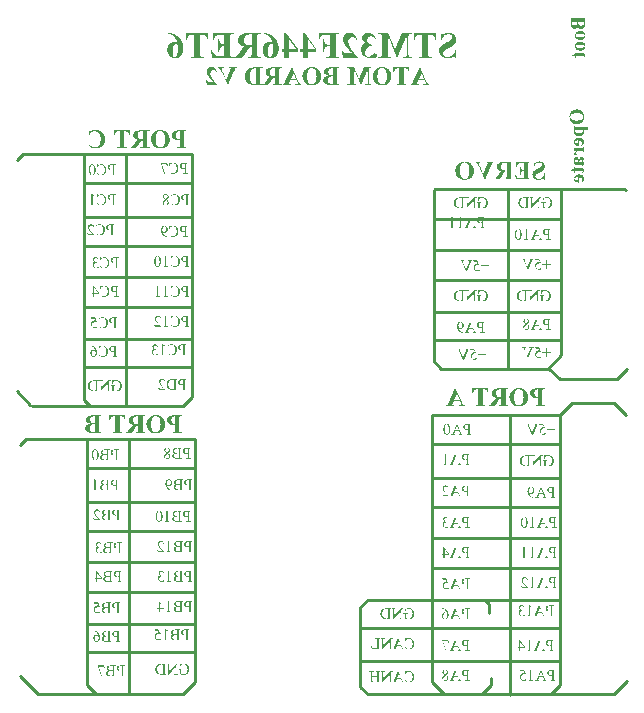
<source format=gbr>
%TF.GenerationSoftware,Altium Limited,Altium Designer,20.2.5 (213)*%
G04 Layer_Color=32896*
%FSLAX45Y45*%
%MOMM*%
%TF.SameCoordinates,0B4FD596-2A60-4D0F-BAE7-1B06E363B609*%
%TF.FilePolarity,Positive*%
%TF.FileFunction,Legend,Bot*%
%TF.Part,Single*%
G01*
G75*
%TA.AperFunction,NonConductor*%
%ADD44C,0.25400*%
G36*
X11805355Y4641486D02*
X11807680Y4641275D01*
X11809899Y4640958D01*
X11812012Y4640641D01*
X11814020Y4640113D01*
X11816027Y4639584D01*
X11817823Y4639056D01*
X11819408Y4638422D01*
X11820993Y4637788D01*
X11822367Y4637260D01*
X11823529Y4636731D01*
X11824480Y4636203D01*
X11825326Y4635886D01*
X11825854Y4635569D01*
X11826277Y4635358D01*
X11826382Y4635252D01*
X11828284Y4633984D01*
X11830080Y4632716D01*
X11831877Y4631343D01*
X11833462Y4629863D01*
X11834941Y4628384D01*
X11836315Y4626905D01*
X11837583Y4625531D01*
X11838639Y4624052D01*
X11839696Y4622784D01*
X11840541Y4621516D01*
X11841281Y4620459D01*
X11841915Y4619508D01*
X11842443Y4618663D01*
X11842760Y4618135D01*
X11842971Y4617712D01*
X11843077Y4617606D01*
X11844134Y4615493D01*
X11845085Y4613274D01*
X11845824Y4611055D01*
X11846564Y4608942D01*
X11847092Y4606723D01*
X11847621Y4604715D01*
X11848043Y4602708D01*
X11848360Y4600911D01*
X11848572Y4599115D01*
X11848783Y4597530D01*
X11848889Y4596156D01*
X11848994Y4594994D01*
X11849100Y4594043D01*
Y4593303D01*
Y4592775D01*
Y4592670D01*
X11848994Y4589605D01*
X11848677Y4586541D01*
X11848255Y4583688D01*
X11847621Y4580941D01*
X11846987Y4578405D01*
X11846141Y4575975D01*
X11845402Y4573756D01*
X11844451Y4571642D01*
X11843605Y4569740D01*
X11842760Y4568155D01*
X11842021Y4566676D01*
X11841387Y4565514D01*
X11840753Y4564563D01*
X11840330Y4563823D01*
X11840013Y4563401D01*
X11839907Y4563295D01*
X11837477Y4560336D01*
X11834835Y4557800D01*
X11832088Y4555581D01*
X11829235Y4553679D01*
X11826277Y4551989D01*
X11823424Y4550721D01*
X11820571Y4549559D01*
X11817823Y4548713D01*
X11815182Y4547974D01*
X11812752Y4547445D01*
X11810533Y4547128D01*
X11808631Y4546917D01*
X11807046Y4546706D01*
X11806412D01*
X11805883Y4546600D01*
X11804932D01*
X11802608Y4546706D01*
X11800389Y4546811D01*
X11798276Y4547128D01*
X11796268Y4547445D01*
X11794366Y4547868D01*
X11792675Y4548396D01*
X11790985Y4548925D01*
X11789506Y4549453D01*
X11788132Y4549876D01*
X11786864Y4550404D01*
X11785913Y4550932D01*
X11784962Y4551355D01*
X11784328Y4551672D01*
X11783800Y4551989D01*
X11783483Y4552095D01*
X11783377Y4552200D01*
X11781686Y4553362D01*
X11779996Y4554525D01*
X11777037Y4557378D01*
X11774290Y4560231D01*
X11773022Y4561710D01*
X11771860Y4563189D01*
X11770909Y4564563D01*
X11769958Y4565831D01*
X11769218Y4566993D01*
X11768478Y4567944D01*
X11768056Y4568789D01*
X11767633Y4569423D01*
X11767422Y4569846D01*
X11767316Y4569952D01*
X11769429Y4571325D01*
X11770909Y4569318D01*
X11772388Y4567416D01*
X11773867Y4565725D01*
X11775135Y4564246D01*
X11776509Y4562767D01*
X11777671Y4561604D01*
X11778833Y4560442D01*
X11779890Y4559491D01*
X11780841Y4558751D01*
X11781792Y4558012D01*
X11782532Y4557483D01*
X11783166Y4556955D01*
X11783694Y4556638D01*
X11784011Y4556427D01*
X11784222Y4556215D01*
X11784328D01*
X11786970Y4554947D01*
X11789611Y4554102D01*
X11792253Y4553468D01*
X11794577Y4552940D01*
X11795740Y4552834D01*
X11796691Y4552729D01*
X11797642Y4552623D01*
X11798381D01*
X11799015Y4552517D01*
X11799861D01*
X11801763Y4552623D01*
X11803559Y4552729D01*
X11807046Y4553257D01*
X11810110Y4553996D01*
X11811484Y4554419D01*
X11812752Y4554947D01*
X11813914Y4555370D01*
X11814971Y4555793D01*
X11815922Y4556215D01*
X11816661Y4556532D01*
X11817189Y4556849D01*
X11817718Y4557061D01*
X11817929Y4557272D01*
X11818035D01*
X11820782Y4559280D01*
X11823212Y4561499D01*
X11825220Y4563823D01*
X11826911Y4566042D01*
X11828179Y4568050D01*
X11828707Y4568895D01*
X11829130Y4569635D01*
X11829446Y4570269D01*
X11829658Y4570691D01*
X11829869Y4571008D01*
Y4571114D01*
X11831137Y4574601D01*
X11832088Y4578299D01*
X11832828Y4581892D01*
X11833039Y4583582D01*
X11833250Y4585273D01*
X11833462Y4586752D01*
X11833567Y4588126D01*
X11833673Y4589394D01*
Y4590451D01*
X11833779Y4591402D01*
Y4592036D01*
Y4592458D01*
Y4592564D01*
Y4595311D01*
X11833567Y4597953D01*
X11833356Y4600383D01*
X11833145Y4602708D01*
X11832828Y4604927D01*
X11832511Y4607040D01*
X11832088Y4608942D01*
X11831665Y4610632D01*
X11831348Y4612217D01*
X11830926Y4613591D01*
X11830609Y4614753D01*
X11830292Y4615704D01*
X11830080Y4616444D01*
X11829869Y4617078D01*
X11829658Y4617395D01*
Y4617501D01*
X11828813Y4619297D01*
X11827967Y4621093D01*
X11827016Y4622678D01*
X11826065Y4624052D01*
X11825114Y4625425D01*
X11824163Y4626588D01*
X11823212Y4627644D01*
X11822261Y4628701D01*
X11821416Y4629546D01*
X11820676Y4630180D01*
X11819937Y4630814D01*
X11819303Y4631343D01*
X11818880Y4631660D01*
X11818457Y4631977D01*
X11818246Y4632188D01*
X11818140D01*
X11816767Y4633033D01*
X11815393Y4633773D01*
X11812540Y4634829D01*
X11809793Y4635675D01*
X11807257Y4636309D01*
X11806095Y4636414D01*
X11805144Y4636626D01*
X11804193Y4636731D01*
X11803347D01*
X11802714Y4636837D01*
X11801868D01*
X11799861Y4636731D01*
X11797959Y4636520D01*
X11796162Y4636309D01*
X11794472Y4635886D01*
X11792781Y4635358D01*
X11791302Y4634829D01*
X11789928Y4634301D01*
X11788660Y4633773D01*
X11787498Y4633139D01*
X11786441Y4632610D01*
X11785596Y4632082D01*
X11784856Y4631554D01*
X11784222Y4631131D01*
X11783800Y4630920D01*
X11783588Y4630709D01*
X11783483Y4630603D01*
X11782109Y4629335D01*
X11780735Y4627961D01*
X11779467Y4626482D01*
X11778411Y4624897D01*
X11776298Y4621621D01*
X11774607Y4618346D01*
X11773867Y4616761D01*
X11773233Y4615387D01*
X11772705Y4614014D01*
X11772282Y4612851D01*
X11771965Y4612006D01*
X11771754Y4611266D01*
X11771543Y4610844D01*
Y4610632D01*
X11769429D01*
X11771543Y4641592D01*
X11773973D01*
X11774290Y4640430D01*
X11774713Y4639373D01*
X11775135Y4638528D01*
X11775558Y4637788D01*
X11775875Y4637260D01*
X11776192Y4636837D01*
X11776403Y4636626D01*
X11776509Y4636520D01*
X11777037Y4636097D01*
X11777565Y4635780D01*
X11778622Y4635463D01*
X11779045Y4635358D01*
X11779362Y4635252D01*
X11779679D01*
X11780207Y4635358D01*
X11780841Y4635463D01*
X11782109Y4635992D01*
X11782743Y4636309D01*
X11783271Y4636520D01*
X11783588Y4636626D01*
X11783694Y4636731D01*
X11785490Y4637577D01*
X11787287Y4638316D01*
X11790773Y4639584D01*
X11793943Y4640430D01*
X11795528Y4640747D01*
X11796902Y4640958D01*
X11798276Y4641169D01*
X11799438Y4641381D01*
X11800495Y4641486D01*
X11801340D01*
X11802080Y4641592D01*
X11803030D01*
X11805355Y4641486D01*
D02*
G37*
G36*
X11561800Y4637154D02*
X11558630D01*
X11557467Y4637048D01*
X11556305Y4636943D01*
X11555248Y4636626D01*
X11554403Y4636309D01*
X11553558Y4635992D01*
X11553029Y4635780D01*
X11552607Y4635569D01*
X11552501Y4635463D01*
X11551762Y4635041D01*
X11551128Y4634512D01*
X11550705Y4634090D01*
X11550282Y4633561D01*
X11550071Y4633244D01*
X11549860Y4632927D01*
X11549754Y4632716D01*
Y4632610D01*
X11549543Y4632188D01*
X11549437Y4631554D01*
X11549226Y4630286D01*
X11549014Y4628807D01*
X11548909Y4627222D01*
X11548803Y4625848D01*
Y4624686D01*
Y4624157D01*
Y4623840D01*
Y4623629D01*
Y4623523D01*
Y4564669D01*
Y4563189D01*
X11548909Y4561816D01*
Y4560653D01*
X11549014Y4559597D01*
X11549226Y4558646D01*
X11549331Y4557800D01*
X11549437Y4557061D01*
X11549648Y4556427D01*
X11549965Y4555370D01*
X11550177Y4554736D01*
X11550388Y4554419D01*
X11550494Y4554313D01*
X11551550Y4553257D01*
X11552818Y4552412D01*
X11554192Y4551883D01*
X11555460Y4551461D01*
X11556728Y4551249D01*
X11557679Y4551144D01*
X11558101Y4551038D01*
X11561800D01*
Y4548608D01*
X11522915D01*
Y4551038D01*
X11526191D01*
X11527353Y4551144D01*
X11528515Y4551249D01*
X11529572Y4551566D01*
X11530523Y4551883D01*
X11531263Y4552095D01*
X11531791Y4552412D01*
X11532214Y4552517D01*
X11532319Y4552623D01*
X11533059Y4553046D01*
X11533587Y4553574D01*
X11534116Y4553996D01*
X11534433Y4554525D01*
X11534750Y4554842D01*
X11534961Y4555159D01*
X11535067Y4555370D01*
Y4555476D01*
X11535172Y4555898D01*
X11535384Y4556532D01*
X11535595Y4557800D01*
X11535701Y4559385D01*
X11535806Y4560865D01*
X11535912Y4562344D01*
Y4563506D01*
Y4564035D01*
Y4564352D01*
Y4564563D01*
Y4564669D01*
Y4592458D01*
X11493646D01*
Y4564669D01*
Y4563189D01*
X11493752Y4561816D01*
Y4560653D01*
X11493858Y4559597D01*
X11494069Y4558646D01*
X11494175Y4557800D01*
X11494280Y4557061D01*
X11494492Y4556427D01*
X11494809Y4555370D01*
X11495020Y4554736D01*
X11495231Y4554419D01*
X11495337Y4554313D01*
X11496394Y4553257D01*
X11497662Y4552412D01*
X11499035Y4551883D01*
X11500303Y4551461D01*
X11501571Y4551249D01*
X11502522Y4551144D01*
X11502945Y4551038D01*
X11506643D01*
Y4548608D01*
X11467759D01*
Y4551038D01*
X11471034D01*
X11472197Y4551144D01*
X11473359Y4551249D01*
X11474415Y4551566D01*
X11475261Y4551883D01*
X11476106Y4552095D01*
X11476634Y4552412D01*
X11477057Y4552517D01*
X11477163Y4552623D01*
X11477902Y4553046D01*
X11478431Y4553574D01*
X11478959Y4553996D01*
X11479276Y4554525D01*
X11479593Y4554842D01*
X11479804Y4555159D01*
X11479910Y4555370D01*
Y4555476D01*
X11480016Y4555898D01*
X11480227Y4556532D01*
X11480438Y4557800D01*
X11480544Y4559385D01*
X11480650Y4560865D01*
X11480755Y4562344D01*
Y4563506D01*
Y4564035D01*
Y4564352D01*
Y4564563D01*
Y4564669D01*
Y4623523D01*
Y4624686D01*
Y4625848D01*
X11480650Y4627750D01*
X11480544Y4629229D01*
X11480333Y4630392D01*
X11480227Y4631237D01*
X11480121Y4631871D01*
X11480016Y4632188D01*
Y4632294D01*
X11479699Y4633033D01*
X11479276Y4633773D01*
X11478748Y4634301D01*
X11478325Y4634724D01*
X11477902Y4635146D01*
X11477480Y4635358D01*
X11477268Y4635569D01*
X11477163D01*
X11476000Y4636097D01*
X11474944Y4636520D01*
X11473887Y4636731D01*
X11472936Y4636943D01*
X11472197Y4637048D01*
X11471563Y4637154D01*
X11467759D01*
Y4639584D01*
X11506643D01*
Y4637154D01*
X11503473D01*
X11502311Y4637048D01*
X11501148Y4636943D01*
X11500092Y4636626D01*
X11499246Y4636309D01*
X11498401Y4635992D01*
X11497873Y4635780D01*
X11497450Y4635569D01*
X11497345Y4635463D01*
X11496605Y4635041D01*
X11495971Y4634512D01*
X11495548Y4634090D01*
X11495126Y4633561D01*
X11494914Y4633244D01*
X11494703Y4632927D01*
X11494597Y4632716D01*
Y4632610D01*
X11494386Y4632188D01*
X11494280Y4631554D01*
X11494069Y4630286D01*
X11493858Y4628807D01*
X11493752Y4627222D01*
X11493646Y4625848D01*
Y4624686D01*
Y4624157D01*
Y4623840D01*
Y4623629D01*
Y4623523D01*
Y4597424D01*
X11535912D01*
Y4623523D01*
Y4624686D01*
Y4625848D01*
X11535806Y4627750D01*
X11535701Y4629229D01*
X11535489Y4630392D01*
X11535384Y4631237D01*
X11535278Y4631871D01*
X11535172Y4632188D01*
Y4632294D01*
X11534855Y4633033D01*
X11534327Y4633773D01*
X11533904Y4634301D01*
X11533376Y4634724D01*
X11532953Y4635146D01*
X11532636Y4635358D01*
X11532425Y4635569D01*
X11532319D01*
X11531263Y4636097D01*
X11530206Y4636520D01*
X11529149Y4636731D01*
X11528198Y4636943D01*
X11527353Y4637048D01*
X11526719Y4637154D01*
X11522915D01*
Y4639584D01*
X11561800D01*
Y4637154D01*
D02*
G37*
G36*
X11665139Y4637048D02*
X11663765D01*
X11662603Y4636943D01*
X11661652Y4636837D01*
X11660807Y4636731D01*
X11660173Y4636626D01*
X11659644Y4636520D01*
X11659433Y4636414D01*
X11659327D01*
X11657954Y4635886D01*
X11656792Y4635463D01*
X11655735Y4635041D01*
X11654890Y4634618D01*
X11654256Y4634195D01*
X11653833Y4633878D01*
X11653516Y4633773D01*
X11653410Y4633667D01*
X11652565Y4633033D01*
X11651508Y4632082D01*
X11650557Y4631131D01*
X11649501Y4630075D01*
X11648655Y4629124D01*
X11647916Y4628384D01*
X11647493Y4627856D01*
X11647282Y4627750D01*
Y4627644D01*
Y4564352D01*
Y4562978D01*
X11647387Y4561710D01*
Y4560548D01*
X11647493Y4559597D01*
X11647599Y4558646D01*
X11647810Y4557906D01*
X11648021Y4556532D01*
X11648338Y4555581D01*
X11648655Y4554947D01*
X11648761Y4554630D01*
X11648867Y4554525D01*
X11649923Y4553362D01*
X11651191Y4552517D01*
X11652565Y4551883D01*
X11653939Y4551461D01*
X11655101Y4551249D01*
X11656158Y4551144D01*
X11656580Y4551038D01*
X11660278D01*
Y4548608D01*
X11628368D01*
Y4551038D01*
X11631643D01*
X11633545Y4551144D01*
X11635130Y4551461D01*
X11636504Y4551883D01*
X11637666Y4552412D01*
X11638512Y4552940D01*
X11639040Y4553362D01*
X11639463Y4553679D01*
X11639568Y4553785D01*
X11639885Y4554208D01*
X11640202Y4554842D01*
X11640625Y4556321D01*
X11640942Y4558012D01*
X11641153Y4559914D01*
X11641259Y4561604D01*
Y4562344D01*
X11641365Y4562978D01*
Y4563612D01*
Y4564035D01*
Y4564246D01*
Y4564352D01*
Y4620353D01*
X11581347Y4547234D01*
X11578917D01*
Y4623840D01*
Y4625214D01*
X11578811Y4626482D01*
Y4627539D01*
X11578706Y4628595D01*
X11578600Y4629441D01*
X11578494Y4630286D01*
X11578178Y4631554D01*
X11577861Y4632505D01*
X11577649Y4633139D01*
X11577544Y4633456D01*
X11577438Y4633561D01*
X11576381Y4634724D01*
X11575113Y4635675D01*
X11573740Y4636309D01*
X11572366Y4636731D01*
X11571204Y4636943D01*
X11570147Y4637154D01*
X11565920D01*
Y4639584D01*
X11597831D01*
Y4637154D01*
X11594661D01*
X11592759Y4637048D01*
X11591174Y4636731D01*
X11589801Y4636203D01*
X11588638Y4635780D01*
X11587793Y4635252D01*
X11587265Y4634724D01*
X11586842Y4634407D01*
X11586736Y4634301D01*
X11586419Y4633878D01*
X11586102Y4633244D01*
X11585680Y4631765D01*
X11585257Y4630075D01*
X11585046Y4628278D01*
X11584940Y4626588D01*
Y4625848D01*
X11584834Y4625214D01*
Y4624580D01*
Y4624157D01*
Y4623946D01*
Y4623840D01*
Y4571325D01*
X11640625Y4639584D01*
X11665139D01*
Y4637048D01*
D02*
G37*
G36*
X11746712Y4566782D02*
X11747451Y4564986D01*
X11748191Y4563401D01*
X11748931Y4561921D01*
X11749670Y4560548D01*
X11750304Y4559280D01*
X11750938Y4558223D01*
X11751466Y4557272D01*
X11751995Y4556427D01*
X11752523Y4555793D01*
X11752946Y4555159D01*
X11753263Y4554630D01*
X11753580Y4554208D01*
X11754108Y4553785D01*
X11754214Y4553574D01*
X11755059Y4553046D01*
X11756116Y4552517D01*
X11757278Y4552095D01*
X11758546Y4551672D01*
X11759708Y4551461D01*
X11760659Y4551249D01*
X11761399Y4551038D01*
X11761610D01*
Y4548608D01*
X11732870D01*
Y4551038D01*
X11734032Y4551144D01*
X11735194Y4551249D01*
X11736990Y4551566D01*
X11738575Y4551883D01*
X11739738Y4552200D01*
X11740583Y4552517D01*
X11741111Y4552834D01*
X11741428Y4552940D01*
X11741534Y4553046D01*
X11742168Y4553679D01*
X11742591Y4554313D01*
X11743013Y4554947D01*
X11743225Y4555476D01*
X11743330Y4556004D01*
X11743436Y4556427D01*
Y4556638D01*
Y4556744D01*
X11743330Y4557800D01*
X11743119Y4559068D01*
X11742696Y4560442D01*
X11742274Y4561710D01*
X11741851Y4562872D01*
X11741428Y4563823D01*
X11741217Y4564457D01*
X11741111Y4564563D01*
Y4564669D01*
X11734983Y4579039D01*
X11699691D01*
X11694197Y4565937D01*
X11693351Y4563718D01*
X11692717Y4561710D01*
X11692189Y4560125D01*
X11691872Y4558857D01*
X11691661Y4557800D01*
X11691555Y4557061D01*
Y4556638D01*
Y4556532D01*
X11691661Y4555687D01*
X11691872Y4555053D01*
X11692506Y4553785D01*
X11692823Y4553362D01*
X11693140Y4553046D01*
X11693351Y4552834D01*
X11693457Y4552729D01*
X11694302Y4552200D01*
X11695359Y4551883D01*
X11696627Y4551566D01*
X11697789Y4551355D01*
X11698951Y4551144D01*
X11699902D01*
X11700536Y4551038D01*
X11700748D01*
Y4548608D01*
X11664928D01*
Y4551038D01*
X11666830Y4551249D01*
X11668626Y4551672D01*
X11670105Y4552095D01*
X11671267Y4552623D01*
X11672324Y4553151D01*
X11672958Y4553574D01*
X11673486Y4553891D01*
X11673592Y4553996D01*
X11674120Y4554630D01*
X11674754Y4555264D01*
X11675917Y4557061D01*
X11677079Y4558963D01*
X11678136Y4560970D01*
X11679087Y4562872D01*
X11679509Y4563718D01*
X11679826Y4564457D01*
X11680038Y4565091D01*
X11680249Y4565514D01*
X11680460Y4565831D01*
Y4565937D01*
X11712159Y4641592D01*
X11714590D01*
X11746712Y4566782D01*
D02*
G37*
G36*
X11805355Y4920886D02*
X11807680Y4920675D01*
X11809899Y4920358D01*
X11812012Y4920041D01*
X11814020Y4919513D01*
X11816027Y4918984D01*
X11817823Y4918456D01*
X11819408Y4917822D01*
X11820993Y4917188D01*
X11822367Y4916660D01*
X11823529Y4916131D01*
X11824480Y4915603D01*
X11825326Y4915286D01*
X11825854Y4914969D01*
X11826277Y4914758D01*
X11826382Y4914652D01*
X11828284Y4913384D01*
X11830080Y4912116D01*
X11831877Y4910743D01*
X11833462Y4909263D01*
X11834941Y4907784D01*
X11836315Y4906305D01*
X11837583Y4904931D01*
X11838639Y4903452D01*
X11839696Y4902184D01*
X11840541Y4900916D01*
X11841281Y4899859D01*
X11841915Y4898908D01*
X11842443Y4898063D01*
X11842760Y4897535D01*
X11842971Y4897112D01*
X11843077Y4897006D01*
X11844134Y4894893D01*
X11845085Y4892674D01*
X11845824Y4890455D01*
X11846564Y4888342D01*
X11847092Y4886123D01*
X11847621Y4884115D01*
X11848043Y4882108D01*
X11848360Y4880311D01*
X11848572Y4878515D01*
X11848783Y4876930D01*
X11848889Y4875556D01*
X11848994Y4874394D01*
X11849100Y4873443D01*
Y4872703D01*
Y4872175D01*
Y4872070D01*
X11848994Y4869005D01*
X11848677Y4865941D01*
X11848255Y4863088D01*
X11847621Y4860341D01*
X11846987Y4857805D01*
X11846141Y4855375D01*
X11845402Y4853156D01*
X11844451Y4851042D01*
X11843605Y4849140D01*
X11842760Y4847555D01*
X11842021Y4846076D01*
X11841387Y4844914D01*
X11840753Y4843963D01*
X11840330Y4843223D01*
X11840013Y4842801D01*
X11839907Y4842695D01*
X11837477Y4839736D01*
X11834835Y4837200D01*
X11832088Y4834981D01*
X11829235Y4833079D01*
X11826277Y4831389D01*
X11823424Y4830121D01*
X11820571Y4828959D01*
X11817823Y4828113D01*
X11815182Y4827374D01*
X11812752Y4826845D01*
X11810533Y4826528D01*
X11808631Y4826317D01*
X11807046Y4826106D01*
X11806412D01*
X11805883Y4826000D01*
X11804932D01*
X11802608Y4826106D01*
X11800389Y4826211D01*
X11798276Y4826528D01*
X11796268Y4826845D01*
X11794366Y4827268D01*
X11792675Y4827796D01*
X11790985Y4828325D01*
X11789506Y4828853D01*
X11788132Y4829276D01*
X11786864Y4829804D01*
X11785913Y4830332D01*
X11784962Y4830755D01*
X11784328Y4831072D01*
X11783800Y4831389D01*
X11783483Y4831495D01*
X11783377Y4831600D01*
X11781686Y4832762D01*
X11779996Y4833925D01*
X11777037Y4836778D01*
X11774290Y4839631D01*
X11773022Y4841110D01*
X11771860Y4842589D01*
X11770909Y4843963D01*
X11769958Y4845231D01*
X11769218Y4846393D01*
X11768478Y4847344D01*
X11768056Y4848189D01*
X11767633Y4848823D01*
X11767422Y4849246D01*
X11767316Y4849352D01*
X11769429Y4850725D01*
X11770909Y4848718D01*
X11772388Y4846816D01*
X11773867Y4845125D01*
X11775135Y4843646D01*
X11776509Y4842167D01*
X11777671Y4841004D01*
X11778833Y4839842D01*
X11779890Y4838891D01*
X11780841Y4838151D01*
X11781792Y4837412D01*
X11782532Y4836883D01*
X11783166Y4836355D01*
X11783694Y4836038D01*
X11784011Y4835827D01*
X11784222Y4835615D01*
X11784328D01*
X11786970Y4834347D01*
X11789611Y4833502D01*
X11792253Y4832868D01*
X11794577Y4832340D01*
X11795740Y4832234D01*
X11796691Y4832129D01*
X11797642Y4832023D01*
X11798381D01*
X11799015Y4831917D01*
X11799861D01*
X11801763Y4832023D01*
X11803559Y4832129D01*
X11807046Y4832657D01*
X11810110Y4833396D01*
X11811484Y4833819D01*
X11812752Y4834347D01*
X11813914Y4834770D01*
X11814971Y4835193D01*
X11815922Y4835615D01*
X11816661Y4835932D01*
X11817189Y4836249D01*
X11817718Y4836461D01*
X11817929Y4836672D01*
X11818035D01*
X11820782Y4838680D01*
X11823212Y4840899D01*
X11825220Y4843223D01*
X11826911Y4845442D01*
X11828179Y4847450D01*
X11828707Y4848295D01*
X11829130Y4849035D01*
X11829446Y4849669D01*
X11829658Y4850091D01*
X11829869Y4850408D01*
Y4850514D01*
X11831137Y4854001D01*
X11832088Y4857699D01*
X11832828Y4861292D01*
X11833039Y4862982D01*
X11833250Y4864673D01*
X11833462Y4866152D01*
X11833567Y4867526D01*
X11833673Y4868794D01*
Y4869851D01*
X11833779Y4870802D01*
Y4871436D01*
Y4871858D01*
Y4871964D01*
Y4874711D01*
X11833567Y4877353D01*
X11833356Y4879783D01*
X11833145Y4882108D01*
X11832828Y4884327D01*
X11832511Y4886440D01*
X11832088Y4888342D01*
X11831665Y4890032D01*
X11831348Y4891617D01*
X11830926Y4892991D01*
X11830609Y4894153D01*
X11830292Y4895104D01*
X11830080Y4895844D01*
X11829869Y4896478D01*
X11829658Y4896795D01*
Y4896901D01*
X11828813Y4898697D01*
X11827967Y4900493D01*
X11827016Y4902078D01*
X11826065Y4903452D01*
X11825114Y4904825D01*
X11824163Y4905988D01*
X11823212Y4907044D01*
X11822261Y4908101D01*
X11821416Y4908946D01*
X11820676Y4909580D01*
X11819937Y4910214D01*
X11819303Y4910743D01*
X11818880Y4911060D01*
X11818457Y4911377D01*
X11818246Y4911588D01*
X11818140D01*
X11816767Y4912433D01*
X11815393Y4913173D01*
X11812540Y4914229D01*
X11809793Y4915075D01*
X11807257Y4915709D01*
X11806095Y4915814D01*
X11805144Y4916026D01*
X11804193Y4916131D01*
X11803347D01*
X11802714Y4916237D01*
X11801868D01*
X11799861Y4916131D01*
X11797959Y4915920D01*
X11796162Y4915709D01*
X11794472Y4915286D01*
X11792781Y4914758D01*
X11791302Y4914229D01*
X11789928Y4913701D01*
X11788660Y4913173D01*
X11787498Y4912539D01*
X11786441Y4912010D01*
X11785596Y4911482D01*
X11784856Y4910954D01*
X11784222Y4910531D01*
X11783800Y4910320D01*
X11783588Y4910109D01*
X11783483Y4910003D01*
X11782109Y4908735D01*
X11780735Y4907361D01*
X11779467Y4905882D01*
X11778411Y4904297D01*
X11776298Y4901021D01*
X11774607Y4897746D01*
X11773867Y4896161D01*
X11773233Y4894787D01*
X11772705Y4893414D01*
X11772282Y4892251D01*
X11771965Y4891406D01*
X11771754Y4890666D01*
X11771543Y4890244D01*
Y4890032D01*
X11769429D01*
X11771543Y4920992D01*
X11773973D01*
X11774290Y4919830D01*
X11774713Y4918773D01*
X11775135Y4917928D01*
X11775558Y4917188D01*
X11775875Y4916660D01*
X11776192Y4916237D01*
X11776403Y4916026D01*
X11776509Y4915920D01*
X11777037Y4915497D01*
X11777565Y4915180D01*
X11778622Y4914863D01*
X11779045Y4914758D01*
X11779362Y4914652D01*
X11779679D01*
X11780207Y4914758D01*
X11780841Y4914863D01*
X11782109Y4915392D01*
X11782743Y4915709D01*
X11783271Y4915920D01*
X11783588Y4916026D01*
X11783694Y4916131D01*
X11785490Y4916977D01*
X11787287Y4917716D01*
X11790773Y4918984D01*
X11793943Y4919830D01*
X11795528Y4920147D01*
X11796902Y4920358D01*
X11798276Y4920569D01*
X11799438Y4920781D01*
X11800495Y4920886D01*
X11801340D01*
X11802080Y4920992D01*
X11803030D01*
X11805355Y4920886D01*
D02*
G37*
G36*
X11665139Y4916448D02*
X11663765D01*
X11662603Y4916343D01*
X11661652Y4916237D01*
X11660807Y4916131D01*
X11660173Y4916026D01*
X11659644Y4915920D01*
X11659433Y4915814D01*
X11659327D01*
X11657954Y4915286D01*
X11656792Y4914863D01*
X11655735Y4914441D01*
X11654890Y4914018D01*
X11654256Y4913595D01*
X11653833Y4913278D01*
X11653516Y4913173D01*
X11653410Y4913067D01*
X11652565Y4912433D01*
X11651508Y4911482D01*
X11650557Y4910531D01*
X11649501Y4909475D01*
X11648655Y4908524D01*
X11647916Y4907784D01*
X11647493Y4907256D01*
X11647282Y4907150D01*
Y4907044D01*
Y4843752D01*
Y4842378D01*
X11647387Y4841110D01*
Y4839948D01*
X11647493Y4838997D01*
X11647599Y4838046D01*
X11647810Y4837306D01*
X11648021Y4835932D01*
X11648338Y4834981D01*
X11648655Y4834347D01*
X11648761Y4834030D01*
X11648867Y4833925D01*
X11649923Y4832762D01*
X11651191Y4831917D01*
X11652565Y4831283D01*
X11653939Y4830861D01*
X11655101Y4830649D01*
X11656158Y4830544D01*
X11656580Y4830438D01*
X11660278D01*
Y4828008D01*
X11628368D01*
Y4830438D01*
X11631643D01*
X11633545Y4830544D01*
X11635130Y4830861D01*
X11636504Y4831283D01*
X11637666Y4831812D01*
X11638512Y4832340D01*
X11639040Y4832762D01*
X11639463Y4833079D01*
X11639568Y4833185D01*
X11639885Y4833608D01*
X11640202Y4834242D01*
X11640625Y4835721D01*
X11640942Y4837412D01*
X11641153Y4839314D01*
X11641259Y4841004D01*
Y4841744D01*
X11641365Y4842378D01*
Y4843012D01*
Y4843435D01*
Y4843646D01*
Y4843752D01*
Y4899753D01*
X11581347Y4826634D01*
X11578917D01*
Y4903240D01*
Y4904614D01*
X11578811Y4905882D01*
Y4906939D01*
X11578706Y4907995D01*
X11578600Y4908841D01*
X11578494Y4909686D01*
X11578178Y4910954D01*
X11577861Y4911905D01*
X11577649Y4912539D01*
X11577544Y4912856D01*
X11577438Y4912961D01*
X11576381Y4914124D01*
X11575113Y4915075D01*
X11573740Y4915709D01*
X11572366Y4916131D01*
X11571204Y4916343D01*
X11570147Y4916554D01*
X11565920D01*
Y4918984D01*
X11597831D01*
Y4916554D01*
X11594661D01*
X11592759Y4916448D01*
X11591174Y4916131D01*
X11589801Y4915603D01*
X11588638Y4915180D01*
X11587793Y4914652D01*
X11587265Y4914124D01*
X11586842Y4913807D01*
X11586736Y4913701D01*
X11586419Y4913278D01*
X11586102Y4912644D01*
X11585680Y4911165D01*
X11585257Y4909475D01*
X11585046Y4907678D01*
X11584940Y4905988D01*
Y4905248D01*
X11584834Y4904614D01*
Y4903980D01*
Y4903557D01*
Y4903346D01*
Y4903240D01*
Y4850725D01*
X11640625Y4918984D01*
X11665139D01*
Y4916448D01*
D02*
G37*
G36*
X11561271Y4916554D02*
X11557890D01*
X11556094Y4916448D01*
X11554509Y4916131D01*
X11553241Y4915603D01*
X11552078Y4915075D01*
X11551233Y4914546D01*
X11550705Y4914018D01*
X11550282Y4913701D01*
X11550177Y4913595D01*
X11549860Y4913067D01*
X11549543Y4912539D01*
X11549120Y4910954D01*
X11548697Y4909263D01*
X11548486Y4907467D01*
X11548380Y4905671D01*
Y4904931D01*
X11548275Y4904297D01*
Y4903769D01*
Y4903346D01*
Y4903029D01*
Y4902923D01*
Y4844069D01*
Y4842695D01*
X11548380Y4841427D01*
Y4840265D01*
X11548486Y4839208D01*
X11548592Y4838257D01*
X11548697Y4837517D01*
X11549014Y4836144D01*
X11549331Y4835193D01*
X11549543Y4834559D01*
X11549648Y4834242D01*
X11549754Y4834136D01*
X11550811Y4832868D01*
X11552078Y4832023D01*
X11553346Y4831389D01*
X11554720Y4830861D01*
X11555988Y4830649D01*
X11556939Y4830544D01*
X11557362Y4830438D01*
X11561271D01*
Y4828008D01*
X11490899D01*
X11483080Y4852627D01*
X11485299Y4853156D01*
X11485933Y4851676D01*
X11486672Y4850197D01*
X11487940Y4847661D01*
X11489103Y4845548D01*
X11490159Y4843857D01*
X11491110Y4842484D01*
X11491744Y4841533D01*
X11492167Y4841004D01*
X11492378Y4840793D01*
X11493752Y4839419D01*
X11495020Y4838257D01*
X11496394Y4837306D01*
X11497556Y4836566D01*
X11498613Y4836038D01*
X11499352Y4835615D01*
X11499880Y4835404D01*
X11500092Y4835298D01*
X11500937Y4835087D01*
X11501888Y4834770D01*
X11504213Y4834453D01*
X11506643Y4834136D01*
X11508968Y4834030D01*
X11511292Y4833925D01*
X11512243Y4833819D01*
X11524395D01*
X11525662Y4833925D01*
X11527776D01*
X11528621Y4834030D01*
X11529361D01*
X11529995Y4834136D01*
X11530946Y4834242D01*
X11531474Y4834347D01*
X11531791Y4834453D01*
X11531897D01*
X11532953Y4835087D01*
X11533693Y4835721D01*
X11534221Y4836355D01*
X11534327Y4836461D01*
Y4836566D01*
X11534644Y4837517D01*
X11534961Y4838574D01*
X11535172Y4839842D01*
X11535278Y4841110D01*
Y4842272D01*
X11535384Y4843223D01*
Y4843963D01*
Y4844069D01*
Y4844174D01*
Y4901444D01*
Y4902923D01*
Y4904191D01*
X11535278Y4905354D01*
X11535172Y4906410D01*
Y4907361D01*
X11535067Y4908207D01*
X11534855Y4909580D01*
X11534644Y4910531D01*
X11534538Y4911165D01*
X11534327Y4911482D01*
Y4911588D01*
X11533904Y4912433D01*
X11533270Y4913067D01*
X11532002Y4914229D01*
X11531368Y4914652D01*
X11530840Y4914969D01*
X11530523Y4915075D01*
X11530417Y4915180D01*
X11529149Y4915603D01*
X11527564Y4916026D01*
X11525874Y4916237D01*
X11524183Y4916343D01*
X11522598Y4916448D01*
X11521330Y4916554D01*
X11520168D01*
Y4918984D01*
X11561271D01*
Y4916554D01*
D02*
G37*
G36*
X11746712Y4846182D02*
X11747451Y4844386D01*
X11748191Y4842801D01*
X11748931Y4841321D01*
X11749670Y4839948D01*
X11750304Y4838680D01*
X11750938Y4837623D01*
X11751466Y4836672D01*
X11751995Y4835827D01*
X11752523Y4835193D01*
X11752946Y4834559D01*
X11753263Y4834030D01*
X11753580Y4833608D01*
X11754108Y4833185D01*
X11754214Y4832974D01*
X11755059Y4832446D01*
X11756116Y4831917D01*
X11757278Y4831495D01*
X11758546Y4831072D01*
X11759708Y4830861D01*
X11760659Y4830649D01*
X11761399Y4830438D01*
X11761610D01*
Y4828008D01*
X11732870D01*
Y4830438D01*
X11734032Y4830544D01*
X11735194Y4830649D01*
X11736990Y4830966D01*
X11738575Y4831283D01*
X11739738Y4831600D01*
X11740583Y4831917D01*
X11741111Y4832234D01*
X11741428Y4832340D01*
X11741534Y4832446D01*
X11742168Y4833079D01*
X11742591Y4833713D01*
X11743013Y4834347D01*
X11743225Y4834876D01*
X11743330Y4835404D01*
X11743436Y4835827D01*
Y4836038D01*
Y4836144D01*
X11743330Y4837200D01*
X11743119Y4838468D01*
X11742696Y4839842D01*
X11742274Y4841110D01*
X11741851Y4842272D01*
X11741428Y4843223D01*
X11741217Y4843857D01*
X11741111Y4843963D01*
Y4844069D01*
X11734983Y4858439D01*
X11699691D01*
X11694197Y4845337D01*
X11693351Y4843118D01*
X11692717Y4841110D01*
X11692189Y4839525D01*
X11691872Y4838257D01*
X11691661Y4837200D01*
X11691555Y4836461D01*
Y4836038D01*
Y4835932D01*
X11691661Y4835087D01*
X11691872Y4834453D01*
X11692506Y4833185D01*
X11692823Y4832762D01*
X11693140Y4832446D01*
X11693351Y4832234D01*
X11693457Y4832129D01*
X11694302Y4831600D01*
X11695359Y4831283D01*
X11696627Y4830966D01*
X11697789Y4830755D01*
X11698951Y4830544D01*
X11699902D01*
X11700536Y4830438D01*
X11700748D01*
Y4828008D01*
X11664928D01*
Y4830438D01*
X11666830Y4830649D01*
X11668626Y4831072D01*
X11670105Y4831495D01*
X11671267Y4832023D01*
X11672324Y4832551D01*
X11672958Y4832974D01*
X11673486Y4833291D01*
X11673592Y4833396D01*
X11674120Y4834030D01*
X11674754Y4834664D01*
X11675917Y4836461D01*
X11677079Y4838363D01*
X11678136Y4840370D01*
X11679087Y4842272D01*
X11679509Y4843118D01*
X11679826Y4843857D01*
X11680038Y4844491D01*
X11680249Y4844914D01*
X11680460Y4845231D01*
Y4845337D01*
X11712159Y4920992D01*
X11714590D01*
X11746712Y4846182D01*
D02*
G37*
G36*
X11803559Y5174886D02*
X11805989Y5174781D01*
X11808208Y5174464D01*
X11810427Y5174041D01*
X11812540Y5173618D01*
X11814442Y5173090D01*
X11816238Y5172562D01*
X11817929Y5172033D01*
X11819408Y5171505D01*
X11820676Y5170977D01*
X11821839Y5170448D01*
X11822790Y5170026D01*
X11823529Y5169603D01*
X11824163Y5169286D01*
X11824480Y5169180D01*
X11824586Y5169075D01*
X11826805Y5167701D01*
X11828813Y5166222D01*
X11830714Y5164637D01*
X11832511Y5163052D01*
X11834201Y5161361D01*
X11835786Y5159671D01*
X11837160Y5157980D01*
X11838428Y5156395D01*
X11839590Y5154916D01*
X11840541Y5153542D01*
X11841387Y5152274D01*
X11842126Y5151112D01*
X11842654Y5150267D01*
X11843077Y5149527D01*
X11843288Y5149104D01*
X11843394Y5148999D01*
X11844345Y5146885D01*
X11845296Y5144878D01*
X11846036Y5142764D01*
X11846670Y5140757D01*
X11847726Y5136953D01*
X11848043Y5135157D01*
X11848360Y5133466D01*
X11848572Y5131881D01*
X11848783Y5130402D01*
X11848889Y5129134D01*
X11848994Y5128077D01*
X11849100Y5127232D01*
Y5126598D01*
Y5126175D01*
Y5126070D01*
X11848994Y5123005D01*
X11848677Y5120047D01*
X11848149Y5117194D01*
X11847515Y5114552D01*
X11846775Y5111911D01*
X11845930Y5109480D01*
X11844979Y5107261D01*
X11844028Y5105254D01*
X11843077Y5103352D01*
X11842126Y5101661D01*
X11841281Y5100287D01*
X11840541Y5099020D01*
X11839907Y5098069D01*
X11839379Y5097329D01*
X11839062Y5096906D01*
X11838956Y5096801D01*
X11836209Y5093842D01*
X11833250Y5091306D01*
X11830186Y5088981D01*
X11826911Y5087079D01*
X11823529Y5085495D01*
X11820254Y5084121D01*
X11816978Y5082959D01*
X11813808Y5082113D01*
X11810744Y5081374D01*
X11807997Y5080845D01*
X11805461Y5080528D01*
X11803242Y5080317D01*
X11802291Y5080211D01*
X11801446Y5080106D01*
X11800706D01*
X11800072Y5080000D01*
X11798910D01*
X11795528Y5080106D01*
X11792464Y5080317D01*
X11789611Y5080634D01*
X11788343Y5080740D01*
X11787075Y5080951D01*
X11786019Y5081162D01*
X11785068Y5081268D01*
X11784222Y5081479D01*
X11783483Y5081585D01*
X11782954Y5081691D01*
X11782532Y5081796D01*
X11782320Y5081902D01*
X11782215D01*
X11779362Y5082747D01*
X11776720Y5083698D01*
X11774079Y5084649D01*
X11771754Y5085706D01*
X11770803Y5086129D01*
X11769852Y5086551D01*
X11769007Y5086974D01*
X11768267Y5087396D01*
X11767739Y5087608D01*
X11767316Y5087819D01*
X11767105Y5088030D01*
X11766999D01*
Y5115820D01*
Y5117088D01*
X11766893Y5118356D01*
X11766788Y5120469D01*
X11766576Y5122160D01*
X11766365Y5123428D01*
X11766154Y5124485D01*
X11765942Y5125119D01*
X11765731Y5125541D01*
Y5125647D01*
X11764886Y5126809D01*
X11763829Y5127760D01*
X11762667Y5128394D01*
X11761399Y5128817D01*
X11760342Y5129028D01*
X11759391Y5129239D01*
X11756855D01*
Y5131670D01*
X11792041D01*
Y5129239D01*
X11790139D01*
X11788555Y5129028D01*
X11787181Y5128922D01*
X11786124Y5128711D01*
X11785385Y5128500D01*
X11784856Y5128288D01*
X11784539Y5128183D01*
X11784434Y5128077D01*
X11783694Y5127654D01*
X11782954Y5127126D01*
X11782426Y5126492D01*
X11782003Y5125964D01*
X11781581Y5125541D01*
X11781369Y5125119D01*
X11781158Y5124907D01*
Y5124802D01*
X11780947Y5124379D01*
X11780841Y5123851D01*
X11780524Y5122477D01*
X11780313Y5120998D01*
X11780207Y5119518D01*
X11780101Y5118145D01*
Y5116982D01*
Y5116454D01*
Y5116137D01*
Y5115926D01*
Y5115820D01*
Y5089510D01*
X11781792Y5088664D01*
X11783377Y5087925D01*
X11784962Y5087291D01*
X11786336Y5086762D01*
X11787604Y5086340D01*
X11788449Y5086023D01*
X11789083Y5085917D01*
X11789189Y5085812D01*
X11789294D01*
X11791090Y5085389D01*
X11792781Y5085072D01*
X11794366Y5084861D01*
X11795845Y5084755D01*
X11797113Y5084649D01*
X11798064Y5084544D01*
X11798910D01*
X11800495Y5084649D01*
X11802080Y5084755D01*
X11805144Y5085283D01*
X11807997Y5086129D01*
X11810427Y5087079D01*
X11811589Y5087502D01*
X11812540Y5087925D01*
X11813491Y5088347D01*
X11814231Y5088770D01*
X11814759Y5089087D01*
X11815288Y5089298D01*
X11815499Y5089510D01*
X11815605D01*
X11817084Y5090461D01*
X11818457Y5091623D01*
X11821099Y5094053D01*
X11823318Y5096695D01*
X11825220Y5099231D01*
X11826065Y5100393D01*
X11826805Y5101555D01*
X11827333Y5102506D01*
X11827862Y5103457D01*
X11828284Y5104091D01*
X11828601Y5104725D01*
X11828707Y5105042D01*
X11828813Y5105148D01*
X11829658Y5107156D01*
X11830397Y5109269D01*
X11831665Y5113390D01*
X11832511Y5117405D01*
X11832933Y5119307D01*
X11833145Y5121103D01*
X11833356Y5122688D01*
X11833462Y5124273D01*
X11833673Y5125541D01*
Y5126703D01*
X11833779Y5127654D01*
Y5128394D01*
Y5128817D01*
Y5128922D01*
X11833673Y5131881D01*
X11833462Y5134734D01*
X11833039Y5137376D01*
X11832616Y5140017D01*
X11832088Y5142342D01*
X11831454Y5144666D01*
X11830714Y5146780D01*
X11829975Y5148682D01*
X11829341Y5150478D01*
X11828601Y5151957D01*
X11827967Y5153331D01*
X11827439Y5154387D01*
X11827016Y5155338D01*
X11826594Y5155972D01*
X11826382Y5156395D01*
X11826277Y5156501D01*
X11824480Y5158931D01*
X11822578Y5161044D01*
X11820465Y5162841D01*
X11818352Y5164426D01*
X11816133Y5165799D01*
X11813914Y5166856D01*
X11811801Y5167807D01*
X11809687Y5168546D01*
X11807680Y5169075D01*
X11805778Y5169497D01*
X11804193Y5169814D01*
X11802714Y5170026D01*
X11801551Y5170131D01*
X11800600Y5170237D01*
X11799861D01*
X11797536Y5170131D01*
X11795317Y5169920D01*
X11793204Y5169497D01*
X11791302Y5168969D01*
X11789400Y5168441D01*
X11787709Y5167701D01*
X11786124Y5167067D01*
X11784645Y5166327D01*
X11783377Y5165588D01*
X11782320Y5164848D01*
X11781264Y5164109D01*
X11780524Y5163580D01*
X11779890Y5163052D01*
X11779467Y5162629D01*
X11779150Y5162418D01*
X11779045Y5162312D01*
X11777988Y5161256D01*
X11777037Y5160093D01*
X11775241Y5157557D01*
X11773656Y5154916D01*
X11772388Y5152274D01*
X11771754Y5151006D01*
X11771331Y5149950D01*
X11770803Y5148893D01*
X11770486Y5148048D01*
X11770169Y5147308D01*
X11770063Y5146674D01*
X11769852Y5146357D01*
Y5146251D01*
X11767422D01*
X11769746Y5174992D01*
X11772177D01*
X11772282Y5173830D01*
X11772494Y5172773D01*
X11772599Y5172033D01*
X11772811Y5171399D01*
X11773022Y5170871D01*
X11773233Y5170554D01*
X11773339Y5170448D01*
Y5170343D01*
X11773656Y5169920D01*
X11774079Y5169709D01*
X11774818Y5169286D01*
X11775347Y5169180D01*
X11775558D01*
X11776086Y5169286D01*
X11776826Y5169392D01*
X11778516Y5169920D01*
X11779256Y5170131D01*
X11779890Y5170343D01*
X11780313Y5170448D01*
X11780524Y5170554D01*
X11783166Y5171505D01*
X11785490Y5172245D01*
X11787498Y5172879D01*
X11789083Y5173407D01*
X11790351Y5173724D01*
X11791302Y5173935D01*
X11791830Y5174147D01*
X11792041D01*
X11795106Y5174675D01*
X11796691Y5174781D01*
X11798064Y5174886D01*
X11799227Y5174992D01*
X11801023D01*
X11803559Y5174886D01*
D02*
G37*
G36*
X11756538Y5170448D02*
X11755165D01*
X11754002Y5170343D01*
X11753051Y5170237D01*
X11752206Y5170131D01*
X11751572Y5170026D01*
X11751044Y5169920D01*
X11750832Y5169814D01*
X11750727D01*
X11749353Y5169286D01*
X11748191Y5168863D01*
X11747134Y5168441D01*
X11746289Y5168018D01*
X11745655Y5167595D01*
X11745232Y5167278D01*
X11744915Y5167173D01*
X11744810Y5167067D01*
X11743964Y5166433D01*
X11742908Y5165482D01*
X11741957Y5164531D01*
X11740900Y5163475D01*
X11740055Y5162524D01*
X11739315Y5161784D01*
X11738892Y5161256D01*
X11738681Y5161150D01*
Y5161044D01*
Y5097752D01*
Y5096378D01*
X11738787Y5095110D01*
Y5093948D01*
X11738892Y5092997D01*
X11738998Y5092046D01*
X11739209Y5091306D01*
X11739421Y5089932D01*
X11739738Y5088981D01*
X11740055Y5088347D01*
X11740160Y5088030D01*
X11740266Y5087925D01*
X11741323Y5086762D01*
X11742591Y5085917D01*
X11743964Y5085283D01*
X11745338Y5084861D01*
X11746500Y5084649D01*
X11747557Y5084544D01*
X11747980Y5084438D01*
X11751678D01*
Y5082008D01*
X11719767D01*
Y5084438D01*
X11723043D01*
X11724945Y5084544D01*
X11726530Y5084861D01*
X11727903Y5085283D01*
X11729066Y5085812D01*
X11729911Y5086340D01*
X11730439Y5086762D01*
X11730862Y5087079D01*
X11730968Y5087185D01*
X11731285Y5087608D01*
X11731602Y5088242D01*
X11732024Y5089721D01*
X11732341Y5091412D01*
X11732553Y5093314D01*
X11732658Y5095004D01*
Y5095744D01*
X11732764Y5096378D01*
Y5097012D01*
Y5097435D01*
Y5097646D01*
Y5097752D01*
Y5153753D01*
X11672747Y5080634D01*
X11670317D01*
Y5157240D01*
Y5158614D01*
X11670211Y5159882D01*
Y5160939D01*
X11670105Y5161995D01*
X11670000Y5162841D01*
X11669894Y5163686D01*
X11669577Y5164954D01*
X11669260Y5165905D01*
X11669049Y5166539D01*
X11668943Y5166856D01*
X11668837Y5166961D01*
X11667781Y5168124D01*
X11666513Y5169075D01*
X11665139Y5169709D01*
X11663765Y5170131D01*
X11662603Y5170343D01*
X11661546Y5170554D01*
X11657320D01*
Y5172984D01*
X11689230D01*
Y5170554D01*
X11686060D01*
X11684158Y5170448D01*
X11682574Y5170131D01*
X11681200Y5169603D01*
X11680038Y5169180D01*
X11679192Y5168652D01*
X11678664Y5168124D01*
X11678241Y5167807D01*
X11678136Y5167701D01*
X11677819Y5167278D01*
X11677502Y5166644D01*
X11677079Y5165165D01*
X11676656Y5163475D01*
X11676445Y5161678D01*
X11676339Y5159988D01*
Y5159248D01*
X11676234Y5158614D01*
Y5157980D01*
Y5157557D01*
Y5157346D01*
Y5157240D01*
Y5104725D01*
X11732024Y5172984D01*
X11756538D01*
Y5170448D01*
D02*
G37*
G36*
X11653093Y5170554D02*
X11649712D01*
X11647916Y5170448D01*
X11646331Y5170131D01*
X11645063Y5169603D01*
X11643901Y5169075D01*
X11643055Y5168546D01*
X11642527Y5168018D01*
X11642104Y5167701D01*
X11641999Y5167595D01*
X11641682Y5167067D01*
X11641365Y5166539D01*
X11640942Y5164954D01*
X11640519Y5163263D01*
X11640308Y5161467D01*
X11640202Y5159671D01*
Y5158931D01*
X11640097Y5158297D01*
Y5157769D01*
Y5157346D01*
Y5157029D01*
Y5156923D01*
Y5098069D01*
Y5096695D01*
X11640202Y5095427D01*
Y5094265D01*
X11640308Y5093208D01*
X11640414Y5092257D01*
X11640519Y5091412D01*
X11640836Y5090144D01*
X11641153Y5089193D01*
X11641365Y5088453D01*
X11641470Y5088136D01*
X11641576Y5088030D01*
X11642633Y5086868D01*
X11643901Y5085917D01*
X11645168Y5085283D01*
X11646542Y5084861D01*
X11647810Y5084649D01*
X11648761Y5084544D01*
X11649184Y5084438D01*
X11653093D01*
Y5082008D01*
X11612518D01*
X11607763Y5082219D01*
X11603220Y5082642D01*
X11599099Y5083276D01*
X11595189Y5084227D01*
X11591702Y5085283D01*
X11588427Y5086446D01*
X11585574Y5087819D01*
X11582932Y5089087D01*
X11580713Y5090461D01*
X11578706Y5091729D01*
X11577015Y5092891D01*
X11575642Y5093948D01*
X11574585Y5094899D01*
X11573845Y5095533D01*
X11573317Y5096061D01*
X11573211Y5096167D01*
X11571204Y5098597D01*
X11569407Y5101238D01*
X11567822Y5103880D01*
X11566449Y5106522D01*
X11565392Y5109163D01*
X11564441Y5111805D01*
X11563702Y5114341D01*
X11563068Y5116771D01*
X11562539Y5119096D01*
X11562222Y5121209D01*
X11561905Y5123111D01*
X11561800Y5124696D01*
X11561694Y5126070D01*
X11561588Y5127020D01*
Y5127654D01*
Y5127866D01*
X11561694Y5130507D01*
X11561905Y5133043D01*
X11562222Y5135474D01*
X11562645Y5137693D01*
X11563068Y5139911D01*
X11563702Y5142025D01*
X11564230Y5143927D01*
X11564864Y5145617D01*
X11565498Y5147202D01*
X11566026Y5148682D01*
X11566660Y5149844D01*
X11567083Y5150901D01*
X11567505Y5151746D01*
X11567822Y5152274D01*
X11568034Y5152697D01*
X11568139Y5152802D01*
X11569407Y5154810D01*
X11570675Y5156606D01*
X11572155Y5158297D01*
X11573528Y5159776D01*
X11575008Y5161256D01*
X11576381Y5162524D01*
X11577755Y5163686D01*
X11579128Y5164637D01*
X11580396Y5165588D01*
X11581559Y5166327D01*
X11582615Y5166961D01*
X11583461Y5167490D01*
X11584200Y5167807D01*
X11584834Y5168124D01*
X11585151Y5168335D01*
X11585257D01*
X11587370Y5169180D01*
X11589589Y5169920D01*
X11592019Y5170448D01*
X11594555Y5170977D01*
X11599733Y5171822D01*
X11602269Y5172139D01*
X11604699Y5172456D01*
X11607024Y5172562D01*
X11609243Y5172773D01*
X11611145Y5172879D01*
X11612835D01*
X11614209Y5172984D01*
X11653093D01*
Y5170554D01*
D02*
G37*
G36*
X10134762Y9756813D02*
X10137538Y9756466D01*
X10140313Y9756119D01*
X10142916Y9755425D01*
X10147600Y9753691D01*
X10149682Y9752823D01*
X10151763Y9751956D01*
X10153498Y9750915D01*
X10155059Y9750048D01*
X10156447Y9749180D01*
X10157662Y9748313D01*
X10158529Y9747619D01*
X10159223Y9747272D01*
X10159570Y9746925D01*
X10159743Y9746751D01*
X10161999Y9744670D01*
X10164081Y9742588D01*
X10167724Y9737557D01*
X10170846Y9732526D01*
X10173275Y9727321D01*
X10174316Y9725066D01*
X10175357Y9722811D01*
X10176051Y9720729D01*
X10176745Y9718994D01*
X10177092Y9717606D01*
X10177439Y9716392D01*
X10177786Y9715698D01*
Y9715525D01*
X10173796Y9714137D01*
X10171887Y9717086D01*
X10169979Y9719688D01*
X10167897Y9721943D01*
X10165642Y9724025D01*
X10163560Y9725587D01*
X10161305Y9726974D01*
X10159223Y9728189D01*
X10157141Y9729056D01*
X10155059Y9729750D01*
X10153325Y9730271D01*
X10151590Y9730618D01*
X10150202Y9730965D01*
X10148988D01*
X10148120Y9731138D01*
X10145518D01*
X10143610Y9730791D01*
X10140313Y9729924D01*
X10137364Y9728709D01*
X10134762Y9727321D01*
X10132680Y9725760D01*
X10131119Y9724546D01*
X10130252Y9723678D01*
X10129905Y9723505D01*
Y9723331D01*
X10127476Y9720382D01*
X10125741Y9717086D01*
X10124353Y9713963D01*
X10123486Y9710841D01*
X10122965Y9708238D01*
X10122792Y9707024D01*
Y9705983D01*
X10122618Y9705289D01*
Y9704595D01*
Y9704248D01*
Y9704075D01*
X10122792Y9701126D01*
X10122965Y9698176D01*
X10124006Y9692278D01*
X10125394Y9686900D01*
X10126088Y9684298D01*
X10126955Y9681869D01*
X10127823Y9679787D01*
X10128517Y9677706D01*
X10129211Y9675971D01*
X10129905Y9674409D01*
X10130425Y9673195D01*
X10130945Y9672328D01*
X10131119Y9671807D01*
X10131292Y9671634D01*
X10132160Y9670072D01*
X10133201Y9668164D01*
X10135803Y9664000D01*
X10138926Y9659490D01*
X10142569Y9654459D01*
X10146385Y9649255D01*
X10150549Y9643877D01*
X10154712Y9638325D01*
X10159050Y9632947D01*
X10163213Y9627743D01*
X10167030Y9622885D01*
X10170673Y9618375D01*
X10173969Y9614558D01*
X10175357Y9612823D01*
X10176571Y9611262D01*
X10177612Y9610048D01*
X10178653Y9608833D01*
X10179347Y9607966D01*
X10179867Y9607272D01*
X10180214Y9606925D01*
X10180388Y9606751D01*
Y9604496D01*
X10092606D01*
X10084105Y9647693D01*
X10088095D01*
X10089483Y9645091D01*
X10090698Y9642836D01*
X10091739Y9641101D01*
X10092606Y9639713D01*
X10093300Y9638672D01*
X10093820Y9637978D01*
X10094167Y9637631D01*
X10094341Y9637458D01*
X10096249Y9636070D01*
X10098157Y9635029D01*
X10099025Y9634682D01*
X10099545Y9634335D01*
X10100066Y9634162D01*
X10100239D01*
X10100933Y9633988D01*
X10101974Y9633815D01*
X10104056Y9633641D01*
X10106658Y9633468D01*
X10109260D01*
X10111689Y9633294D01*
X10147947D01*
X10141181Y9639886D01*
X10135109Y9646132D01*
X10129558Y9652030D01*
X10124527Y9657582D01*
X10120016Y9662613D01*
X10116026Y9667297D01*
X10112556Y9671460D01*
X10109607Y9675277D01*
X10107005Y9678746D01*
X10104923Y9681696D01*
X10103015Y9684124D01*
X10101627Y9686206D01*
X10100586Y9687941D01*
X10099892Y9689155D01*
X10099545Y9689849D01*
X10099372Y9690023D01*
X10097984Y9692798D01*
X10096596Y9695574D01*
X10094514Y9701126D01*
X10093126Y9706157D01*
X10092606Y9708412D01*
X10092085Y9710667D01*
X10091739Y9712575D01*
X10091392Y9714484D01*
X10091218Y9716045D01*
Y9717259D01*
X10091045Y9718474D01*
Y9719168D01*
Y9719688D01*
Y9719862D01*
X10091218Y9722811D01*
X10091912Y9725934D01*
X10092779Y9728883D01*
X10093647Y9731485D01*
X10094688Y9733740D01*
X10095555Y9735475D01*
X10095902Y9736169D01*
X10096249Y9736689D01*
X10096423Y9736863D01*
Y9737036D01*
X10098504Y9740333D01*
X10100933Y9743282D01*
X10103362Y9745711D01*
X10105617Y9747792D01*
X10107699Y9749527D01*
X10109434Y9750741D01*
X10110128Y9751088D01*
X10110648Y9751435D01*
X10110822Y9751609D01*
X10110995D01*
X10114638Y9753344D01*
X10118108Y9754732D01*
X10121751Y9755599D01*
X10124874Y9756293D01*
X10127649Y9756640D01*
X10128864Y9756813D01*
X10129905Y9756987D01*
X10131813D01*
X10134762Y9756813D01*
D02*
G37*
G36*
X11806608Y9713443D02*
X11802618D01*
X11802098Y9716392D01*
X11801404Y9719168D01*
X11800536Y9721770D01*
X11799669Y9724372D01*
X11798801Y9726627D01*
X11797761Y9728709D01*
X11796720Y9730444D01*
X11795679Y9732179D01*
X11794638Y9733740D01*
X11793597Y9735128D01*
X11792730Y9736169D01*
X11792036Y9737036D01*
X11791342Y9737904D01*
X11790821Y9738424D01*
X11790648Y9738598D01*
X11790474Y9738771D01*
X11789086Y9739986D01*
X11787525Y9740853D01*
X11784229Y9742414D01*
X11780586Y9743629D01*
X11776943Y9744323D01*
X11773647Y9744843D01*
X11772259Y9745017D01*
X11770871D01*
X11769830Y9745190D01*
X11757686D01*
Y9629998D01*
Y9627916D01*
Y9626181D01*
X11757860Y9624447D01*
Y9623059D01*
X11758033Y9620630D01*
X11758207Y9618722D01*
X11758554Y9617507D01*
X11758727Y9616640D01*
X11758901Y9616119D01*
Y9615946D01*
X11759594Y9614732D01*
X11760288Y9613517D01*
X11761156Y9612650D01*
X11761850Y9611956D01*
X11762891Y9611088D01*
X11763238Y9610742D01*
X11763411D01*
X11764972Y9610048D01*
X11766707Y9609527D01*
X11768442Y9609007D01*
X11770177Y9608833D01*
X11771565Y9608660D01*
X11772779Y9608486D01*
X11778677D01*
Y9604496D01*
X11700784D01*
Y9608486D01*
X11705815D01*
X11708070Y9608660D01*
X11709979Y9608833D01*
X11711713Y9609180D01*
X11713101Y9609527D01*
X11714142Y9609874D01*
X11715010Y9610221D01*
X11715530Y9610568D01*
X11715704D01*
X11716918Y9611435D01*
X11717959Y9612129D01*
X11718826Y9612997D01*
X11719520Y9613864D01*
X11720041Y9614385D01*
X11720388Y9614905D01*
X11720561Y9615252D01*
Y9615426D01*
X11720734Y9616119D01*
X11720908Y9616987D01*
X11721255Y9618895D01*
X11721428Y9621324D01*
X11721602Y9623753D01*
X11721775Y9626181D01*
Y9628090D01*
Y9628957D01*
Y9629478D01*
Y9629825D01*
Y9629998D01*
Y9745190D01*
X11707029D01*
X11704080Y9744843D01*
X11701478Y9744496D01*
X11699396Y9744149D01*
X11698008Y9743802D01*
X11696967Y9743455D01*
X11696274Y9743282D01*
X11696100Y9743108D01*
X11693498Y9741720D01*
X11691069Y9739986D01*
X11689161Y9738424D01*
X11687426Y9736863D01*
X11686212Y9735475D01*
X11685171Y9734434D01*
X11684650Y9733740D01*
X11684477Y9733393D01*
X11683609Y9732179D01*
X11682915Y9730791D01*
X11681354Y9727668D01*
X11679966Y9724372D01*
X11678925Y9721076D01*
X11677884Y9718127D01*
X11677537Y9716912D01*
X11677191Y9715698D01*
X11676844Y9714831D01*
X11676670Y9714137D01*
X11676497Y9713616D01*
Y9713443D01*
X11672506D01*
Y9753864D01*
X11806608D01*
Y9713443D01*
D02*
G37*
G36*
X11484625Y9749874D02*
X11479941D01*
X11477686Y9749701D01*
X11475604Y9749527D01*
X11473870Y9749180D01*
X11472482Y9748833D01*
X11471441Y9748313D01*
X11470573Y9747966D01*
X11470053Y9747792D01*
X11469880Y9747619D01*
X11468492Y9746751D01*
X11467451Y9745884D01*
X11466583Y9745017D01*
X11465889Y9744323D01*
X11465369Y9743629D01*
X11465022Y9743108D01*
X11464849Y9742761D01*
Y9742588D01*
X11464675Y9741894D01*
X11464502Y9741200D01*
X11464155Y9739118D01*
X11463981Y9736863D01*
X11463808Y9734434D01*
X11463634Y9732179D01*
Y9730271D01*
Y9729403D01*
Y9728883D01*
Y9728536D01*
Y9728362D01*
Y9634162D01*
Y9632427D01*
Y9630692D01*
Y9629304D01*
Y9628090D01*
Y9626008D01*
Y9624620D01*
X11463808Y9623579D01*
Y9623059D01*
Y9622712D01*
X11464328Y9620803D01*
X11464849Y9619242D01*
X11465369Y9617854D01*
X11466063Y9616640D01*
X11466410Y9615772D01*
X11466930Y9615079D01*
X11467104Y9614732D01*
X11467277Y9614558D01*
X11468145Y9613517D01*
X11469186Y9612650D01*
X11471441Y9611262D01*
X11472308Y9610742D01*
X11473176Y9610395D01*
X11473696Y9610048D01*
X11473870D01*
X11475431Y9609527D01*
X11476992Y9609007D01*
X11478554Y9608833D01*
X11479941Y9608660D01*
X11481329Y9608486D01*
X11484625D01*
Y9604496D01*
X11433448D01*
Y9608486D01*
X11437091Y9608660D01*
X11440041Y9609007D01*
X11442643Y9609527D01*
X11444898Y9610221D01*
X11446459Y9610915D01*
X11447674Y9611435D01*
X11448368Y9611782D01*
X11448541Y9611956D01*
X11450276Y9613344D01*
X11451490Y9614732D01*
X11452705Y9616293D01*
X11453399Y9617681D01*
X11454093Y9618895D01*
X11454440Y9619936D01*
X11454787Y9620630D01*
Y9620803D01*
Y9621324D01*
X11454960Y9622191D01*
X11455134Y9624100D01*
Y9626355D01*
X11455307Y9628610D01*
Y9630865D01*
Y9632774D01*
Y9633468D01*
Y9633988D01*
Y9634335D01*
Y9634509D01*
Y9739639D01*
X11397191Y9604496D01*
X11394415D01*
X11337166Y9740506D01*
Y9629998D01*
Y9627916D01*
Y9626181D01*
X11337339Y9624447D01*
Y9623059D01*
X11337513Y9620630D01*
X11337686Y9618722D01*
X11338033Y9617507D01*
X11338207Y9616640D01*
X11338380Y9616119D01*
Y9615946D01*
X11339074Y9614732D01*
X11339768Y9613517D01*
X11340635Y9612650D01*
X11341329Y9611956D01*
X11342370Y9611088D01*
X11342717Y9610742D01*
X11342891D01*
X11344452Y9610048D01*
X11346187Y9609527D01*
X11347922Y9609007D01*
X11349656Y9608833D01*
X11351218Y9608660D01*
X11352432Y9608486D01*
X11358157D01*
Y9604496D01*
X11280264D01*
Y9608486D01*
X11285121D01*
X11287376Y9608660D01*
X11289285Y9608833D01*
X11291020Y9609180D01*
X11292407Y9609527D01*
X11293622Y9609874D01*
X11294489Y9610221D01*
X11295010Y9610568D01*
X11295183D01*
X11296571Y9611435D01*
X11297612Y9612129D01*
X11298479Y9612997D01*
X11299173Y9613864D01*
X11299694Y9614385D01*
X11300041Y9614905D01*
X11300214Y9615252D01*
Y9615426D01*
X11300388Y9616119D01*
X11300561Y9616987D01*
X11300735Y9618895D01*
X11301082Y9621324D01*
Y9623753D01*
X11301255Y9626181D01*
Y9628090D01*
Y9628957D01*
Y9629478D01*
Y9629825D01*
Y9629998D01*
Y9728362D01*
Y9730271D01*
Y9732179D01*
X11301082Y9733740D01*
Y9735302D01*
X11300908Y9737557D01*
X11300735Y9739465D01*
X11300561Y9740853D01*
X11300388Y9741720D01*
X11300214Y9742067D01*
Y9742241D01*
X11299520Y9743455D01*
X11298826Y9744670D01*
X11297959Y9745537D01*
X11297265Y9746231D01*
X11296224Y9747098D01*
X11295877Y9747445D01*
X11295704D01*
X11294142Y9748313D01*
X11292407Y9748833D01*
X11290673Y9749354D01*
X11288938Y9749527D01*
X11287376Y9749701D01*
X11286162Y9749874D01*
X11280264D01*
Y9753864D01*
X11340982D01*
X11381577Y9655500D01*
X11423560Y9753864D01*
X11484625D01*
Y9749874D01*
D02*
G37*
G36*
X10346931D02*
X10343981Y9749354D01*
X10341379Y9748660D01*
X10339297Y9747966D01*
X10337736Y9747098D01*
X10336522Y9746231D01*
X10335828Y9745711D01*
X10335307Y9745190D01*
X10335134Y9745017D01*
X10334440Y9744149D01*
X10333746Y9742935D01*
X10332878Y9741373D01*
X10331838Y9739639D01*
X10330970Y9737557D01*
X10329929Y9735475D01*
X10327848Y9731138D01*
X10325939Y9726801D01*
X10325072Y9724893D01*
X10324378Y9723331D01*
X10323684Y9721943D01*
X10323164Y9720729D01*
X10322990Y9720035D01*
X10322817Y9719862D01*
X10271639Y9601200D01*
X10267996D01*
X10216646Y9715178D01*
X10215084Y9718821D01*
X10213523Y9722117D01*
X10211962Y9725240D01*
X10210747Y9727842D01*
X10209533Y9730271D01*
X10208318Y9732352D01*
X10207278Y9734261D01*
X10206410Y9735822D01*
X10205543Y9737210D01*
X10204849Y9738251D01*
X10204328Y9739118D01*
X10203808Y9739812D01*
X10203461Y9740333D01*
X10203114Y9740680D01*
X10202940Y9741026D01*
X10200512Y9743629D01*
X10197910Y9745537D01*
X10195481Y9747098D01*
X10193225Y9748313D01*
X10191317Y9749007D01*
X10189756Y9749527D01*
X10188715Y9749874D01*
X10188368D01*
Y9753864D01*
X10237290D01*
Y9749874D01*
X10234514D01*
X10232085Y9749527D01*
X10229830Y9749354D01*
X10228095Y9749007D01*
X10226708Y9748660D01*
X10225667Y9748313D01*
X10224973Y9748139D01*
X10224799Y9747966D01*
X10222544Y9746751D01*
X10220809Y9745537D01*
X10219942Y9744496D01*
X10219595Y9744149D01*
Y9743976D01*
X10218554Y9742067D01*
X10218033Y9740159D01*
X10217860Y9739465D01*
Y9738771D01*
Y9738424D01*
Y9738251D01*
X10218033Y9735822D01*
X10218380Y9733567D01*
X10218727Y9732699D01*
X10218901Y9731832D01*
X10219074Y9731311D01*
Y9731138D01*
X10219421Y9730271D01*
X10219768Y9729230D01*
X10220636Y9726974D01*
X10221677Y9724372D01*
X10222891Y9721597D01*
X10223932Y9719168D01*
X10224799Y9717086D01*
X10225146Y9716392D01*
X10225493Y9715698D01*
X10225667Y9715351D01*
Y9715178D01*
X10255159Y9648908D01*
X10286906Y9723331D01*
X10287773Y9725413D01*
X10288641Y9727321D01*
X10289335Y9729056D01*
X10290028Y9730618D01*
X10290549Y9731832D01*
X10290896Y9733046D01*
X10291763Y9734955D01*
X10292284Y9736342D01*
X10292631Y9737210D01*
X10292804Y9737557D01*
Y9737730D01*
X10293325Y9739639D01*
X10293498Y9741200D01*
X10293672Y9742067D01*
Y9742414D01*
X10293498Y9743629D01*
X10293325Y9744496D01*
X10292457Y9746057D01*
X10291590Y9746925D01*
X10291416Y9747272D01*
X10291243D01*
X10289681Y9748139D01*
X10287600Y9748833D01*
X10285344Y9749180D01*
X10283263Y9749527D01*
X10281181Y9749701D01*
X10279446Y9749874D01*
X10275629D01*
Y9753864D01*
X10346931D01*
Y9749874D01*
D02*
G37*
G36*
X11950078Y9637631D02*
X11951466Y9634509D01*
X11952853Y9631733D01*
X11954068Y9629304D01*
X11955282Y9626875D01*
X11956497Y9624794D01*
X11957537Y9623059D01*
X11958405Y9621324D01*
X11959272Y9619936D01*
X11960140Y9618722D01*
X11960834Y9617681D01*
X11961528Y9616813D01*
X11962048Y9616293D01*
X11962742Y9615426D01*
X11962915Y9615079D01*
X11964997Y9613170D01*
X11967079Y9611782D01*
X11969334Y9610568D01*
X11971416Y9609701D01*
X11973324Y9609180D01*
X11974712Y9608833D01*
X11975753Y9608486D01*
X11976100D01*
Y9604496D01*
X11926311D01*
Y9608486D01*
X11928392Y9608660D01*
X11930301Y9608833D01*
X11932036Y9609007D01*
X11933597Y9609180D01*
X11936199Y9609701D01*
X11938107Y9610048D01*
X11939495Y9610568D01*
X11940363Y9610742D01*
X11940883Y9611088D01*
X11941057D01*
X11942791Y9612303D01*
X11944006Y9613691D01*
X11944873Y9615252D01*
X11945394Y9616813D01*
X11945741Y9618201D01*
X11946088Y9619242D01*
Y9619936D01*
Y9620283D01*
X11945914Y9622191D01*
X11945567Y9624273D01*
X11945047Y9626181D01*
X11944526Y9628263D01*
X11944006Y9629825D01*
X11943485Y9631212D01*
X11943138Y9632080D01*
X11942965Y9632427D01*
X11936546Y9646999D01*
X11884155D01*
X11876001Y9628263D01*
X11874960Y9625834D01*
X11874266Y9623926D01*
X11873572Y9622365D01*
X11873225Y9621324D01*
X11872878Y9620630D01*
Y9620283D01*
X11872705Y9619936D01*
X11872358Y9618375D01*
X11872011Y9617160D01*
Y9616293D01*
Y9616119D01*
Y9615946D01*
X11872184Y9614732D01*
X11872358Y9613691D01*
X11873225Y9612129D01*
X11874093Y9611262D01*
X11874266Y9610915D01*
X11874440D01*
X11876001Y9610048D01*
X11877909Y9609527D01*
X11881899Y9608833D01*
X11883808Y9608660D01*
X11885369Y9608486D01*
X11889706D01*
Y9604496D01*
X11817537D01*
Y9608486D01*
X11819966Y9608833D01*
X11822048Y9609354D01*
X11823783Y9609874D01*
X11825344Y9610568D01*
X11826559Y9611262D01*
X11827426Y9611782D01*
X11827946Y9612129D01*
X11828120Y9612303D01*
X11828987Y9613344D01*
X11830028Y9614558D01*
X11831069Y9616119D01*
X11832110Y9617681D01*
X11834192Y9621324D01*
X11836274Y9625141D01*
X11838008Y9628610D01*
X11838876Y9630171D01*
X11839396Y9631559D01*
X11840090Y9632774D01*
X11840437Y9633641D01*
X11840611Y9634162D01*
X11840784Y9634335D01*
X11894563Y9756987D01*
X11896645D01*
X11950078Y9637631D01*
D02*
G37*
G36*
X11215034Y9749874D02*
X11211565D01*
X11208616Y9749527D01*
X11206187Y9749354D01*
X11204279Y9749007D01*
X11202891Y9748660D01*
X11201850Y9748313D01*
X11201329Y9748139D01*
X11201156Y9747966D01*
X11199768Y9747272D01*
X11198727Y9746404D01*
X11197860Y9745537D01*
X11197166Y9744670D01*
X11196645Y9743976D01*
X11196298Y9743455D01*
X11195951Y9743108D01*
Y9742935D01*
X11195604Y9742241D01*
X11195431Y9741373D01*
X11195084Y9739292D01*
X11194737Y9736689D01*
X11194564Y9734087D01*
X11194390Y9731658D01*
Y9729577D01*
Y9728883D01*
Y9728189D01*
Y9727842D01*
Y9727668D01*
Y9630692D01*
Y9628437D01*
Y9626528D01*
X11194564Y9624620D01*
Y9623059D01*
X11194737Y9621671D01*
X11194911Y9620457D01*
X11195084Y9618375D01*
X11195431Y9616813D01*
X11195778Y9615946D01*
X11195951Y9615426D01*
Y9615252D01*
X11196645Y9614211D01*
X11197339Y9613170D01*
X11199074Y9611782D01*
X11199942Y9611088D01*
X11200462Y9610742D01*
X11200982Y9610568D01*
X11201156Y9610395D01*
X11202717Y9609701D01*
X11204799Y9609354D01*
X11207228Y9609007D01*
X11209483Y9608660D01*
X11211565D01*
X11213300Y9608486D01*
X11215034D01*
Y9604496D01*
X11139223D01*
X11133498Y9604670D01*
X11127947Y9605017D01*
X11122916Y9605711D01*
X11118232Y9606578D01*
X11113894Y9607619D01*
X11110078Y9608660D01*
X11106435Y9609874D01*
X11103139Y9611088D01*
X11100363Y9612303D01*
X11097934Y9613517D01*
X11095852Y9614558D01*
X11094118Y9615599D01*
X11092730Y9616466D01*
X11091689Y9617160D01*
X11091168Y9617507D01*
X11090995Y9617681D01*
X11088566Y9619763D01*
X11086484Y9622018D01*
X11084576Y9624447D01*
X11083015Y9626702D01*
X11081800Y9629131D01*
X11080586Y9631386D01*
X11079719Y9633641D01*
X11079025Y9635896D01*
X11078504Y9637805D01*
X11077984Y9639713D01*
X11077637Y9641448D01*
X11077463Y9642836D01*
X11077290Y9644050D01*
Y9644917D01*
Y9645438D01*
Y9645611D01*
X11077463Y9648561D01*
X11077810Y9651336D01*
X11078504Y9653939D01*
X11079198Y9656367D01*
X11080239Y9658796D01*
X11081280Y9660878D01*
X11082321Y9662786D01*
X11083535Y9664694D01*
X11084749Y9666256D01*
X11085790Y9667644D01*
X11086831Y9668858D01*
X11087872Y9669899D01*
X11088566Y9670593D01*
X11089260Y9671113D01*
X11089607Y9671460D01*
X11089780Y9671634D01*
X11091515Y9673022D01*
X11093597Y9674236D01*
X11095852Y9675450D01*
X11098108Y9676491D01*
X11103139Y9678573D01*
X11107996Y9680308D01*
X11110425Y9681002D01*
X11112507Y9681696D01*
X11114588Y9682216D01*
X11116323Y9682737D01*
X11117711Y9683084D01*
X11118925Y9683430D01*
X11119619Y9683604D01*
X11119793D01*
X11116150Y9684645D01*
X11112854Y9685686D01*
X11109731Y9686727D01*
X11106955Y9687768D01*
X11104526Y9688982D01*
X11102271Y9690023D01*
X11100189Y9691064D01*
X11098455Y9692105D01*
X11096893Y9693145D01*
X11095505Y9694013D01*
X11094464Y9694880D01*
X11093597Y9695574D01*
X11092903Y9696095D01*
X11092383Y9696615D01*
X11092209Y9696789D01*
X11092036Y9696962D01*
X11090648Y9698523D01*
X11089433Y9700258D01*
X11087352Y9703554D01*
X11085964Y9706851D01*
X11085096Y9709800D01*
X11084403Y9712402D01*
X11084229Y9713443D01*
Y9714484D01*
X11084056Y9715178D01*
Y9715698D01*
Y9716045D01*
Y9716219D01*
X11084403Y9720035D01*
X11085096Y9723505D01*
X11085964Y9726801D01*
X11087178Y9729750D01*
X11088393Y9732005D01*
X11089260Y9733914D01*
X11089780Y9734608D01*
X11089954Y9735128D01*
X11090301Y9735302D01*
Y9735475D01*
X11092903Y9738771D01*
X11095505Y9741547D01*
X11098455Y9743802D01*
X11101057Y9745711D01*
X11103486Y9747272D01*
X11105567Y9748313D01*
X11106261Y9748660D01*
X11106782Y9749007D01*
X11107129Y9749180D01*
X11107302D01*
X11109384Y9750048D01*
X11111813Y9750741D01*
X11114588Y9751435D01*
X11117364Y9751956D01*
X11123436Y9752650D01*
X11129334Y9753344D01*
X11132284Y9753517D01*
X11134886Y9753691D01*
X11137315D01*
X11139396Y9753864D01*
X11215034D01*
Y9749874D01*
D02*
G37*
G36*
X10866336Y9637631D02*
X10867724Y9634509D01*
X10869111Y9631733D01*
X10870326Y9629304D01*
X10871540Y9626875D01*
X10872754Y9624794D01*
X10873795Y9623059D01*
X10874663Y9621324D01*
X10875530Y9619936D01*
X10876398Y9618722D01*
X10877092Y9617681D01*
X10877785Y9616813D01*
X10878306Y9616293D01*
X10879000Y9615426D01*
X10879173Y9615079D01*
X10881255Y9613170D01*
X10883337Y9611782D01*
X10885592Y9610568D01*
X10887674Y9609701D01*
X10889582Y9609180D01*
X10890970Y9608833D01*
X10892011Y9608486D01*
X10892358D01*
Y9604496D01*
X10842569D01*
Y9608486D01*
X10844650Y9608660D01*
X10846559Y9608833D01*
X10848294Y9609007D01*
X10849855Y9609180D01*
X10852457Y9609701D01*
X10854365Y9610048D01*
X10855753Y9610568D01*
X10856621Y9610742D01*
X10857141Y9611088D01*
X10857315D01*
X10859049Y9612303D01*
X10860264Y9613691D01*
X10861131Y9615252D01*
X10861652Y9616813D01*
X10861999Y9618201D01*
X10862346Y9619242D01*
Y9619936D01*
Y9620283D01*
X10862172Y9622191D01*
X10861825Y9624273D01*
X10861305Y9626181D01*
X10860784Y9628263D01*
X10860264Y9629825D01*
X10859743Y9631212D01*
X10859396Y9632080D01*
X10859223Y9632427D01*
X10852804Y9646999D01*
X10800412D01*
X10792259Y9628263D01*
X10791218Y9625834D01*
X10790524Y9623926D01*
X10789830Y9622365D01*
X10789483Y9621324D01*
X10789136Y9620630D01*
Y9620283D01*
X10788963Y9619936D01*
X10788616Y9618375D01*
X10788269Y9617160D01*
Y9616293D01*
Y9616119D01*
Y9615946D01*
X10788442Y9614732D01*
X10788616Y9613691D01*
X10789483Y9612129D01*
X10790351Y9611262D01*
X10790524Y9610915D01*
X10790697D01*
X10792259Y9610048D01*
X10794167Y9609527D01*
X10798157Y9608833D01*
X10800066Y9608660D01*
X10801627Y9608486D01*
X10805964D01*
Y9604496D01*
X10733795D01*
Y9608486D01*
X10736224Y9608833D01*
X10738306Y9609354D01*
X10740041Y9609874D01*
X10741602Y9610568D01*
X10742816Y9611262D01*
X10743684Y9611782D01*
X10744204Y9612129D01*
X10744378Y9612303D01*
X10745245Y9613344D01*
X10746286Y9614558D01*
X10747327Y9616119D01*
X10748368Y9617681D01*
X10750450Y9621324D01*
X10752531Y9625141D01*
X10754266Y9628610D01*
X10755134Y9630171D01*
X10755654Y9631559D01*
X10756348Y9632774D01*
X10756695Y9633641D01*
X10756869Y9634162D01*
X10757042Y9634335D01*
X10810821Y9756987D01*
X10812903D01*
X10866336Y9637631D01*
D02*
G37*
G36*
X10726509Y9749874D02*
X10723040D01*
X10720090Y9749527D01*
X10717662Y9749354D01*
X10715927Y9749007D01*
X10714539Y9748660D01*
X10713498Y9748313D01*
X10712978Y9748139D01*
X10712804Y9747966D01*
X10711416Y9747272D01*
X10710375Y9746404D01*
X10709334Y9745537D01*
X10708641Y9744670D01*
X10708120Y9743976D01*
X10707773Y9743455D01*
X10707426Y9743108D01*
Y9742935D01*
X10707079Y9742241D01*
X10706906Y9741373D01*
X10706559Y9739292D01*
X10706212Y9736863D01*
X10706038Y9734261D01*
X10705865Y9731832D01*
Y9729750D01*
Y9729056D01*
Y9728362D01*
Y9728015D01*
Y9727842D01*
Y9630518D01*
Y9628437D01*
Y9626355D01*
X10706038Y9624620D01*
Y9623059D01*
X10706212Y9621671D01*
X10706385Y9620283D01*
X10706559Y9618375D01*
X10706906Y9616813D01*
X10707253Y9615946D01*
X10707426Y9615426D01*
Y9615252D01*
X10708120Y9614211D01*
X10708814Y9613170D01*
X10710549Y9611782D01*
X10711416Y9611088D01*
X10712110Y9610742D01*
X10712457Y9610568D01*
X10712631Y9610395D01*
X10714192Y9609701D01*
X10716274Y9609354D01*
X10718702Y9609007D01*
X10720958Y9608660D01*
X10723040D01*
X10724774Y9608486D01*
X10726509D01*
Y9604496D01*
X10650177D01*
Y9608486D01*
X10653647D01*
X10656769Y9608833D01*
X10659198Y9609007D01*
X10661106Y9609354D01*
X10662494Y9609701D01*
X10663535Y9609874D01*
X10664056Y9610221D01*
X10664229D01*
X10665443Y9610915D01*
X10666658Y9611782D01*
X10667525Y9612650D01*
X10668219Y9613517D01*
X10668740Y9614211D01*
X10669087Y9614732D01*
X10669434Y9615079D01*
Y9615252D01*
X10669607Y9615946D01*
X10669954Y9616813D01*
X10670301Y9618895D01*
X10670474Y9621497D01*
X10670648Y9624100D01*
X10670821Y9626528D01*
Y9628610D01*
Y9629304D01*
Y9629998D01*
Y9630345D01*
Y9630518D01*
Y9672501D01*
X10661106D01*
X10613052Y9604496D01*
X10565865D01*
Y9608486D01*
X10568120Y9608660D01*
X10570028Y9609180D01*
X10571937Y9609701D01*
X10573498Y9610395D01*
X10574712Y9611088D01*
X10575580Y9611609D01*
X10576274Y9611956D01*
X10576447Y9612129D01*
X10577662Y9613344D01*
X10579223Y9615079D01*
X10580958Y9616987D01*
X10582519Y9619069D01*
X10584080Y9621150D01*
X10585295Y9622712D01*
X10585815Y9623406D01*
X10586162Y9623926D01*
X10586509Y9624100D01*
Y9624273D01*
X10622420Y9674930D01*
X10617562Y9676318D01*
X10613225Y9678053D01*
X10609582Y9679787D01*
X10606633Y9681522D01*
X10604204Y9682910D01*
X10602470Y9684124D01*
X10601949Y9684645D01*
X10601429Y9684992D01*
X10601082Y9685339D01*
X10599000Y9687421D01*
X10597092Y9689676D01*
X10595530Y9691931D01*
X10594142Y9694186D01*
X10592928Y9696442D01*
X10592061Y9698697D01*
X10591193Y9700952D01*
X10590673Y9703034D01*
X10590152Y9704942D01*
X10589805Y9706851D01*
X10589458Y9708412D01*
X10589285Y9709800D01*
X10589111Y9711014D01*
Y9711882D01*
Y9712402D01*
Y9712575D01*
Y9715004D01*
X10589458Y9717433D01*
X10590326Y9721943D01*
X10591714Y9725934D01*
X10593101Y9729403D01*
X10593795Y9730965D01*
X10594489Y9732352D01*
X10595183Y9733393D01*
X10595877Y9734434D01*
X10596398Y9735128D01*
X10596745Y9735649D01*
X10596918Y9735996D01*
X10597092Y9736169D01*
X10600214Y9739639D01*
X10603684Y9742588D01*
X10607154Y9745017D01*
X10610450Y9746925D01*
X10613225Y9748313D01*
X10614613Y9748833D01*
X10615654Y9749354D01*
X10616522Y9749701D01*
X10617215Y9749874D01*
X10617562Y9750048D01*
X10617736D01*
X10620165Y9750741D01*
X10622940Y9751262D01*
X10626063Y9751782D01*
X10629186Y9752303D01*
X10635778Y9752997D01*
X10642197Y9753344D01*
X10645146Y9753517D01*
X10648095Y9753691D01*
X10650698D01*
X10652779Y9753864D01*
X10726509D01*
Y9749874D01*
D02*
G37*
G36*
X10565171D02*
X10560313D01*
X10558058Y9749701D01*
X10556150Y9749527D01*
X10554415Y9749180D01*
X10553027Y9748833D01*
X10551986Y9748313D01*
X10551119Y9747966D01*
X10550598Y9747792D01*
X10550425Y9747619D01*
X10549037Y9746751D01*
X10547996Y9745884D01*
X10547129Y9745190D01*
X10546435Y9744323D01*
X10545914Y9743629D01*
X10545567Y9743108D01*
X10545394Y9742761D01*
Y9742588D01*
X10545220Y9741894D01*
X10545047Y9741200D01*
X10544700Y9739118D01*
X10544527Y9736863D01*
X10544353Y9734434D01*
X10544180Y9732179D01*
Y9730271D01*
Y9729403D01*
Y9728883D01*
Y9728536D01*
Y9728362D01*
Y9629998D01*
Y9627916D01*
Y9626008D01*
X10544353Y9624447D01*
Y9622885D01*
Y9621671D01*
X10544527Y9620457D01*
X10544700Y9618548D01*
X10544873Y9617334D01*
X10545047Y9616466D01*
X10545220Y9616119D01*
Y9615946D01*
X10546782Y9613691D01*
X10548517Y9611956D01*
X10549211Y9611262D01*
X10549904Y9610742D01*
X10550251Y9610568D01*
X10550425Y9610395D01*
X10551813Y9609701D01*
X10553374Y9609354D01*
X10556670Y9608660D01*
X10558058D01*
X10559273Y9608486D01*
X10565171D01*
Y9604496D01*
X10493349D01*
X10491094Y9604670D01*
X10489012D01*
X10487104Y9604843D01*
X10485369D01*
X10482420Y9605190D01*
X10480165Y9605364D01*
X10478430Y9605537D01*
X10477562Y9605711D01*
X10477216D01*
X10471838Y9606925D01*
X10466807Y9608313D01*
X10462470Y9609527D01*
X10460561Y9610221D01*
X10458826Y9610915D01*
X10457265Y9611435D01*
X10455877Y9612129D01*
X10454663Y9612650D01*
X10453622Y9612997D01*
X10452755Y9613344D01*
X10452234Y9613691D01*
X10451887Y9613864D01*
X10451714D01*
X10447897Y9615946D01*
X10444427Y9618201D01*
X10441131Y9620630D01*
X10438529Y9622712D01*
X10436274Y9624794D01*
X10434539Y9626355D01*
X10433498Y9627396D01*
X10433325Y9627569D01*
X10433151Y9627743D01*
X10430202Y9631212D01*
X10427600Y9634856D01*
X10425344Y9638499D01*
X10423436Y9641968D01*
X10422048Y9644917D01*
X10421354Y9646305D01*
X10420834Y9647346D01*
X10420487Y9648387D01*
X10420140Y9649081D01*
X10419966Y9649428D01*
Y9649601D01*
X10418232Y9654632D01*
X10417017Y9659837D01*
X10415976Y9664694D01*
X10415456Y9669031D01*
X10415109Y9671113D01*
Y9672848D01*
X10414935Y9674583D01*
X10414762Y9675971D01*
Y9677012D01*
Y9677879D01*
Y9678399D01*
Y9678573D01*
X10414935Y9682737D01*
X10415282Y9686900D01*
X10415803Y9690890D01*
X10416323Y9694707D01*
X10417191Y9698176D01*
X10418058Y9701646D01*
X10418926Y9704769D01*
X10419966Y9707718D01*
X10421007Y9710320D01*
X10421875Y9712575D01*
X10422742Y9714657D01*
X10423610Y9716392D01*
X10424130Y9717780D01*
X10424650Y9718647D01*
X10424997Y9719341D01*
X10425171Y9719515D01*
X10427253Y9722811D01*
X10429334Y9725934D01*
X10431763Y9728709D01*
X10434192Y9731311D01*
X10436621Y9733740D01*
X10439223Y9735996D01*
X10441652Y9738077D01*
X10444080Y9739812D01*
X10446336Y9741373D01*
X10448418Y9742761D01*
X10450326Y9743976D01*
X10452061Y9744843D01*
X10453448Y9745711D01*
X10454489Y9746231D01*
X10455183Y9746404D01*
X10455357Y9746578D01*
X10458479Y9747792D01*
X10461949Y9749007D01*
X10468888Y9750741D01*
X10476175Y9752129D01*
X10479644Y9752650D01*
X10482940Y9752997D01*
X10486063Y9753344D01*
X10489012Y9753517D01*
X10491615Y9753691D01*
X10493870D01*
X10495778Y9753864D01*
X10565171D01*
Y9749874D01*
D02*
G37*
G36*
X11589235Y9755425D02*
X11594787Y9754385D01*
X11599991Y9753170D01*
X11604849Y9751609D01*
X11609359Y9749874D01*
X11613696Y9747966D01*
X11617513Y9745884D01*
X11620982Y9743976D01*
X11624105Y9741894D01*
X11626707Y9740159D01*
X11628963Y9738424D01*
X11630697Y9737036D01*
X11631912Y9735996D01*
X11632606Y9735128D01*
X11632953Y9734955D01*
X11636943Y9730618D01*
X11640412Y9726281D01*
X11643362Y9721597D01*
X11645964Y9716912D01*
X11648219Y9712228D01*
X11649954Y9707718D01*
X11651515Y9703207D01*
X11652730Y9699044D01*
X11653597Y9694880D01*
X11654291Y9691237D01*
X11654811Y9687941D01*
X11655158Y9685165D01*
X11655332Y9682910D01*
X11655505Y9681002D01*
Y9680481D01*
Y9679961D01*
Y9679787D01*
Y9679614D01*
X11655332Y9674236D01*
X11654811Y9668858D01*
X11653944Y9663827D01*
X11652730Y9659143D01*
X11651515Y9654632D01*
X11649954Y9650469D01*
X11648393Y9646479D01*
X11646831Y9642836D01*
X11645270Y9639713D01*
X11643708Y9636764D01*
X11642147Y9634335D01*
X11640933Y9632253D01*
X11639718Y9630692D01*
X11638851Y9629478D01*
X11638331Y9628610D01*
X11638157Y9628437D01*
X11633820Y9623579D01*
X11629136Y9619416D01*
X11624279Y9615772D01*
X11619074Y9612650D01*
X11613870Y9610048D01*
X11608839Y9607792D01*
X11603634Y9606057D01*
X11598777Y9604670D01*
X11594093Y9603455D01*
X11589756Y9602588D01*
X11585939Y9602067D01*
X11582469Y9601547D01*
X11579694Y9601373D01*
X11578653D01*
X11577612Y9601200D01*
X11575877D01*
X11568591Y9601547D01*
X11561652Y9602414D01*
X11555233Y9603802D01*
X11549161Y9605711D01*
X11543609Y9607792D01*
X11538405Y9610221D01*
X11533894Y9612823D01*
X11529557Y9615426D01*
X11525914Y9618028D01*
X11522618Y9620630D01*
X11520016Y9623059D01*
X11517587Y9625141D01*
X11515852Y9627049D01*
X11514638Y9628437D01*
X11513770Y9629304D01*
X11513597Y9629651D01*
X11510648Y9633815D01*
X11508046Y9637978D01*
X11505790Y9642315D01*
X11503882Y9646652D01*
X11502321Y9650816D01*
X11500933Y9654979D01*
X11499892Y9658970D01*
X11499025Y9662786D01*
X11498331Y9666256D01*
X11497810Y9669552D01*
X11497463Y9672328D01*
X11497116Y9674930D01*
Y9676838D01*
X11496943Y9678399D01*
Y9679267D01*
Y9679614D01*
X11497116Y9685686D01*
X11497984Y9691584D01*
X11499025Y9697136D01*
X11500412Y9702340D01*
X11502147Y9707198D01*
X11504055Y9711708D01*
X11505964Y9716045D01*
X11508046Y9719862D01*
X11510127Y9723158D01*
X11512209Y9726281D01*
X11514117Y9728883D01*
X11515852Y9730965D01*
X11517240Y9732699D01*
X11518281Y9733914D01*
X11519148Y9734781D01*
X11519322Y9734955D01*
X11523659Y9738771D01*
X11528169Y9742241D01*
X11533027Y9745190D01*
X11537884Y9747619D01*
X11542742Y9749701D01*
X11547426Y9751435D01*
X11552110Y9752650D01*
X11556621Y9753864D01*
X11560958Y9754558D01*
X11564774Y9755079D01*
X11568244Y9755599D01*
X11571366Y9755772D01*
X11573795Y9755946D01*
X11583337D01*
X11589235Y9755425D01*
D02*
G37*
G36*
X10994192D02*
X10999743Y9754385D01*
X11004948Y9753170D01*
X11009805Y9751609D01*
X11014316Y9749874D01*
X11018653Y9747966D01*
X11022469Y9745884D01*
X11025939Y9743976D01*
X11029062Y9741894D01*
X11031664Y9740159D01*
X11033919Y9738424D01*
X11035654Y9737036D01*
X11036868Y9735996D01*
X11037562Y9735128D01*
X11037909Y9734955D01*
X11041899Y9730618D01*
X11045369Y9726281D01*
X11048318Y9721597D01*
X11050920Y9716912D01*
X11053176Y9712228D01*
X11054911Y9707718D01*
X11056472Y9703207D01*
X11057686Y9699044D01*
X11058554Y9694880D01*
X11059248Y9691237D01*
X11059768Y9687941D01*
X11060115Y9685165D01*
X11060289Y9682910D01*
X11060462Y9681002D01*
Y9680481D01*
Y9679961D01*
Y9679787D01*
Y9679614D01*
X11060289Y9674236D01*
X11059768Y9668858D01*
X11058901Y9663827D01*
X11057686Y9659143D01*
X11056472Y9654632D01*
X11054911Y9650469D01*
X11053349Y9646479D01*
X11051788Y9642836D01*
X11050227Y9639713D01*
X11048665Y9636764D01*
X11047104Y9634335D01*
X11045890Y9632253D01*
X11044675Y9630692D01*
X11043808Y9629478D01*
X11043287Y9628610D01*
X11043114Y9628437D01*
X11038777Y9623579D01*
X11034093Y9619416D01*
X11029235Y9615772D01*
X11024031Y9612650D01*
X11018826Y9610048D01*
X11013795Y9607792D01*
X11008591Y9606057D01*
X11003733Y9604670D01*
X10999049Y9603455D01*
X10994712Y9602588D01*
X10990896Y9602067D01*
X10987426Y9601547D01*
X10984650Y9601373D01*
X10983609D01*
X10982569Y9601200D01*
X10980834D01*
X10973548Y9601547D01*
X10966608Y9602414D01*
X10960189Y9603802D01*
X10954118Y9605711D01*
X10948566Y9607792D01*
X10943362Y9610221D01*
X10938851Y9612823D01*
X10934514Y9615426D01*
X10930871Y9618028D01*
X10927575Y9620630D01*
X10924973Y9623059D01*
X10922544Y9625141D01*
X10920809Y9627049D01*
X10919595Y9628437D01*
X10918727Y9629304D01*
X10918554Y9629651D01*
X10915605Y9633815D01*
X10913002Y9637978D01*
X10910747Y9642315D01*
X10908839Y9646652D01*
X10907277Y9650816D01*
X10905890Y9654979D01*
X10904849Y9658970D01*
X10903981Y9662786D01*
X10903287Y9666256D01*
X10902767Y9669552D01*
X10902420Y9672328D01*
X10902073Y9674930D01*
Y9676838D01*
X10901899Y9678399D01*
Y9679267D01*
Y9679614D01*
X10902073Y9685686D01*
X10902940Y9691584D01*
X10903981Y9697136D01*
X10905369Y9702340D01*
X10907104Y9707198D01*
X10909012Y9711708D01*
X10910921Y9716045D01*
X10913002Y9719862D01*
X10915084Y9723158D01*
X10917166Y9726281D01*
X10919074Y9728883D01*
X10920809Y9730965D01*
X10922197Y9732699D01*
X10923238Y9733914D01*
X10924105Y9734781D01*
X10924279Y9734955D01*
X10928616Y9738771D01*
X10933126Y9742241D01*
X10937984Y9745190D01*
X10942841Y9747619D01*
X10947699Y9749701D01*
X10952383Y9751435D01*
X10957067Y9752650D01*
X10961577Y9753864D01*
X10965914Y9754558D01*
X10969731Y9755079D01*
X10973201Y9755599D01*
X10976323Y9755772D01*
X10978752Y9755946D01*
X10988293D01*
X10994192Y9755425D01*
D02*
G37*
G36*
X12144965Y10047856D02*
X12149822Y10047370D01*
X12154435Y10046399D01*
X12158806Y10045428D01*
X12162934Y10043971D01*
X12166819Y10042514D01*
X12170219Y10040814D01*
X12173619Y10039357D01*
X12176290Y10037657D01*
X12178961Y10035958D01*
X12181146Y10034501D01*
X12182846Y10033044D01*
X12184303Y10032072D01*
X12185274Y10031101D01*
X12186003Y10030615D01*
X12186245Y10030373D01*
X12189402Y10026973D01*
X12192316Y10023574D01*
X12194744Y10019931D01*
X12196687Y10016289D01*
X12198629Y10012889D01*
X12200086Y10009247D01*
X12201300Y10005847D01*
X12202272Y10002691D01*
X12203000Y9999534D01*
X12203486Y9996620D01*
X12203972Y9994192D01*
X12204214Y9992006D01*
Y9990307D01*
X12204457Y9989093D01*
Y9988121D01*
Y9987878D01*
X12204214Y9982536D01*
X12203486Y9977680D01*
X12202272Y9973066D01*
X12201058Y9969181D01*
X12200086Y9965781D01*
X12198872Y9963353D01*
X12198387Y9962382D01*
X12198144Y9961653D01*
X12197901Y9961411D01*
Y9961168D01*
X12195230Y9956797D01*
X12192073Y9952669D01*
X12188916Y9948784D01*
X12186003Y9945627D01*
X12183331Y9942956D01*
X12180903Y9940771D01*
X12179446Y9939556D01*
X12179203Y9939314D01*
X12178961Y9939071D01*
X12176290Y9937128D01*
X12173619Y9935186D01*
X12170462Y9933243D01*
X12167062Y9931300D01*
X12160263Y9927172D01*
X12153464Y9923530D01*
X12150307Y9921830D01*
X12147394Y9920131D01*
X12144722Y9918916D01*
X12142294Y9917702D01*
X12140352Y9916731D01*
X12138895Y9916003D01*
X12137923Y9915517D01*
X12137681Y9915274D01*
X12134038Y9913574D01*
X12130639Y9911632D01*
X12127482Y9910175D01*
X12124568Y9908475D01*
X12122140Y9907018D01*
X12119712Y9905804D01*
X12117526Y9904590D01*
X12115826Y9903376D01*
X12112913Y9901433D01*
X12110727Y9900219D01*
X12109756Y9899248D01*
X12109270Y9899005D01*
X12106356Y9896819D01*
X12103928Y9894391D01*
X12101743Y9892206D01*
X12100043Y9890263D01*
X12098829Y9888563D01*
X12097857Y9887106D01*
X12097372Y9886135D01*
X12097129Y9885892D01*
X12095672Y9883221D01*
X12094701Y9880793D01*
X12093972Y9878365D01*
X12093487Y9876179D01*
X12093244Y9874237D01*
X12093001Y9872780D01*
Y9871809D01*
Y9871566D01*
Y9869380D01*
X12093487Y9867195D01*
X12094701Y9862824D01*
X12096400Y9859182D01*
X12098100Y9856025D01*
X12100043Y9853354D01*
X12101743Y9851411D01*
X12102957Y9850197D01*
X12103200Y9849712D01*
X12103442D01*
X12107570Y9846555D01*
X12111941Y9844369D01*
X12116555Y9842670D01*
X12121169Y9841698D01*
X12125054Y9840970D01*
X12126753Y9840727D01*
X12128210D01*
X12129425Y9840484D01*
X12131124D01*
X12135252Y9840727D01*
X12139380Y9841213D01*
X12143266Y9842184D01*
X12147151Y9843155D01*
X12154193Y9845826D01*
X12157349Y9847526D01*
X12160263Y9849226D01*
X12163177Y9850683D01*
X12165605Y9852383D01*
X12167791Y9853840D01*
X12169491Y9855054D01*
X12170947Y9856025D01*
X12171919Y9856996D01*
X12172647Y9857482D01*
X12172890Y9857725D01*
X12176290Y9861124D01*
X12179689Y9865009D01*
X12182603Y9868895D01*
X12185274Y9873023D01*
X12187459Y9877394D01*
X12189645Y9881522D01*
X12191588Y9885650D01*
X12193287Y9889778D01*
X12194744Y9893663D01*
X12195958Y9897305D01*
X12196930Y9900462D01*
X12197658Y9903133D01*
X12198387Y9905561D01*
X12198872Y9907261D01*
X12199115Y9908232D01*
Y9908718D01*
X12204700D01*
Y9829800D01*
X12199115D01*
X12198144Y9831985D01*
X12196930Y9833928D01*
X12195716Y9835628D01*
X12194501Y9836842D01*
X12193530Y9838056D01*
X12192802Y9838784D01*
X12192316Y9839027D01*
X12192073Y9839270D01*
X12190373Y9840241D01*
X12188674Y9841213D01*
X12186003Y9841941D01*
X12185031Y9842184D01*
X12184303Y9842427D01*
X12183574D01*
X12181632Y9842184D01*
X12179689Y9841941D01*
X12175561Y9840970D01*
X12173861Y9840241D01*
X12172404Y9839756D01*
X12171433Y9839513D01*
X12171190Y9839270D01*
X12166334Y9837328D01*
X12162206Y9835871D01*
X12158321Y9834656D01*
X12155164Y9833685D01*
X12152493Y9832957D01*
X12150550Y9832471D01*
X12149579Y9831985D01*
X12149093D01*
X12142537Y9830771D01*
X12139380Y9830286D01*
X12136466Y9830043D01*
X12134038D01*
X12132096Y9829800D01*
X12130396D01*
X12124568Y9830043D01*
X12118983Y9830528D01*
X12113884Y9831500D01*
X12109027Y9832714D01*
X12104414Y9834171D01*
X12100043Y9835628D01*
X12096158Y9837328D01*
X12092515Y9839270D01*
X12089359Y9840970D01*
X12086445Y9842670D01*
X12084016Y9844127D01*
X12082074Y9845584D01*
X12080617Y9846798D01*
X12079403Y9847769D01*
X12078674Y9848255D01*
X12078432Y9848497D01*
X12074789Y9852140D01*
X12071632Y9855782D01*
X12068961Y9859667D01*
X12066533Y9863553D01*
X12064591Y9867438D01*
X12062891Y9871080D01*
X12061434Y9874722D01*
X12060463Y9878122D01*
X12059491Y9881279D01*
X12058763Y9884193D01*
X12058520Y9886864D01*
X12058034Y9889049D01*
Y9890992D01*
X12057791Y9892206D01*
Y9893177D01*
Y9893420D01*
X12058034Y9897305D01*
X12058277Y9900947D01*
X12059734Y9907747D01*
X12061677Y9914060D01*
X12064105Y9919402D01*
X12065319Y9921830D01*
X12066533Y9924016D01*
X12067504Y9925715D01*
X12068476Y9927172D01*
X12069204Y9928387D01*
X12069933Y9929358D01*
X12070176Y9929843D01*
X12070418Y9930086D01*
X12073089Y9933000D01*
X12076246Y9936157D01*
X12079888Y9939071D01*
X12083531Y9942228D01*
X12091787Y9947812D01*
X12100043Y9953155D01*
X12104171Y9955340D01*
X12107813Y9957525D01*
X12111213Y9959468D01*
X12114127Y9960925D01*
X12116798Y9962382D01*
X12118497Y9963353D01*
X12119712Y9963839D01*
X12120197Y9964082D01*
X12124811Y9966510D01*
X12129182Y9968453D01*
X12133067Y9970638D01*
X12136709Y9972338D01*
X12139866Y9974037D01*
X12142537Y9975494D01*
X12144965Y9976709D01*
X12146908Y9977923D01*
X12148850Y9978894D01*
X12150307Y9979865D01*
X12151522Y9980594D01*
X12152493Y9981079D01*
X12153464Y9981808D01*
X12153950Y9982051D01*
X12157349Y9984722D01*
X12160263Y9987150D01*
X12162934Y9989578D01*
X12164877Y9991764D01*
X12166334Y9993706D01*
X12167548Y9995163D01*
X12168034Y9996134D01*
X12168276Y9996377D01*
X12169248Y9998320D01*
X12169976Y10000505D01*
X12170705Y10002691D01*
X12170947Y10004390D01*
X12171190Y10006090D01*
X12171433Y10007304D01*
Y10008276D01*
Y10008518D01*
X12170947Y10012404D01*
X12169976Y10016289D01*
X12168519Y10019446D01*
X12166819Y10022359D01*
X12165120Y10024788D01*
X12163663Y10026487D01*
X12162691Y10027459D01*
X12162206Y10027944D01*
X12158563Y10030858D01*
X12154435Y10032801D01*
X12150307Y10034258D01*
X12146179Y10035472D01*
X12142780Y10035958D01*
X12139866Y10036200D01*
X12138652Y10036443D01*
X12137195D01*
X12133310Y10036200D01*
X12129667Y10035715D01*
X12126025Y10034986D01*
X12122625Y10034015D01*
X12116312Y10031344D01*
X12110484Y10028430D01*
X12108056Y10026973D01*
X12105871Y10025516D01*
X12103928Y10024059D01*
X12102471Y10022845D01*
X12101014Y10021874D01*
X12100043Y10021145D01*
X12099557Y10020660D01*
X12099314Y10020417D01*
X12096158Y10017260D01*
X12093244Y10014103D01*
X12090573Y10010704D01*
X12088387Y10007062D01*
X12086202Y10003662D01*
X12084502Y10000020D01*
X12081588Y9993463D01*
X12080374Y9990307D01*
X12079403Y9987393D01*
X12078674Y9984965D01*
X12077946Y9982779D01*
X12077460Y9980837D01*
X12077217Y9979622D01*
X12076975Y9978651D01*
Y9978408D01*
X12070661D01*
X12072361Y10048099D01*
X12076975D01*
X12077703Y10044942D01*
X12078674Y10042271D01*
X12079403Y10040086D01*
X12080131Y10038629D01*
X12080617Y10037415D01*
X12081103Y10036686D01*
X12081588Y10036443D01*
Y10036200D01*
X12083531Y10034743D01*
X12085473Y10034015D01*
X12086930Y10033772D01*
X12087659D01*
X12089601Y10034015D01*
X12091787Y10034501D01*
X12096643Y10036200D01*
X12098829Y10037172D01*
X12100771Y10037900D01*
X12101985Y10038386D01*
X12102228Y10038629D01*
X12102471D01*
X12106113Y10040328D01*
X12109513Y10041785D01*
X12112427Y10042999D01*
X12115098Y10043971D01*
X12117041Y10044699D01*
X12118740Y10045185D01*
X12119712Y10045428D01*
X12119954D01*
X12123597Y10046399D01*
X12127239Y10046885D01*
X12130396Y10047370D01*
X12133553Y10047856D01*
X12136224D01*
X12138166Y10048099D01*
X12139866D01*
X12144965Y10047856D01*
D02*
G37*
G36*
X11460930Y10047613D02*
X11464815Y10047370D01*
X11472100Y10045913D01*
X11478656Y10043728D01*
X11481570Y10042514D01*
X11484241Y10041300D01*
X11486669Y10040086D01*
X11489098Y10038871D01*
X11491040Y10037900D01*
X11492497Y10036686D01*
X11493954Y10035958D01*
X11494925Y10035229D01*
X11495411Y10034986D01*
X11495654Y10034743D01*
X11498811Y10032315D01*
X11501725Y10029401D01*
X11507309Y10023331D01*
X11512166Y10016774D01*
X11516294Y10010704D01*
X11517994Y10007790D01*
X11519451Y10004876D01*
X11520665Y10002448D01*
X11521879Y10000262D01*
X11522607Y9998563D01*
X11523336Y9997349D01*
X11523579Y9996377D01*
X11523822Y9996134D01*
X11518237Y9993949D01*
X11515323Y9998077D01*
X11512409Y10001477D01*
X11509252Y10004633D01*
X11506095Y10007304D01*
X11502939Y10009490D01*
X11500025Y10011432D01*
X11497111Y10012889D01*
X11494197Y10014103D01*
X11491526Y10015075D01*
X11489098Y10015803D01*
X11487155Y10016289D01*
X11485212Y10016774D01*
X11483756D01*
X11482541Y10017017D01*
X11481570D01*
X11476714Y10016532D01*
X11472100Y10015560D01*
X11468215Y10014103D01*
X11464815Y10012404D01*
X11462144Y10010704D01*
X11460202Y10009247D01*
X11458987Y10008276D01*
X11458502Y10007790D01*
X11455345Y10004148D01*
X11452917Y10000505D01*
X11451217Y9996863D01*
X11450246Y9993221D01*
X11449517Y9990307D01*
X11449275Y9987878D01*
X11449032Y9986907D01*
Y9986179D01*
Y9985936D01*
Y9985693D01*
X11449275Y9982293D01*
X11449760Y9978894D01*
X11450731Y9975980D01*
X11451460Y9973066D01*
X11452431Y9970881D01*
X11453403Y9968938D01*
X11453888Y9967967D01*
X11454131Y9967481D01*
X11456074Y9964324D01*
X11458016Y9961653D01*
X11459959Y9959225D01*
X11461659Y9957283D01*
X11463358Y9955826D01*
X11464572Y9954854D01*
X11465544Y9954126D01*
X11465787Y9953883D01*
X11467244Y9953155D01*
X11468700Y9952183D01*
X11472343Y9950726D01*
X11476471Y9949027D01*
X11480356Y9947570D01*
X11484241Y9946356D01*
X11485698Y9945870D01*
X11487155Y9945384D01*
X11488369Y9945141D01*
X11489340Y9944899D01*
X11489826Y9944656D01*
X11490069D01*
Y9939314D01*
X11484970Y9937857D01*
X11480113Y9936400D01*
X11475500Y9934457D01*
X11471372Y9932515D01*
X11467486Y9930572D01*
X11463844Y9928387D01*
X11460687Y9926444D01*
X11457773Y9924501D01*
X11455345Y9922316D01*
X11452917Y9920616D01*
X11451217Y9918916D01*
X11449517Y9917459D01*
X11448303Y9916245D01*
X11447575Y9915274D01*
X11447089Y9914788D01*
X11446846Y9914546D01*
X11444175Y9911146D01*
X11441990Y9907747D01*
X11439804Y9904347D01*
X11438105Y9900947D01*
X11436648Y9897791D01*
X11435434Y9894391D01*
X11433734Y9888563D01*
X11433005Y9885892D01*
X11432520Y9883221D01*
X11432277Y9881036D01*
X11432034Y9879336D01*
X11431791Y9877879D01*
Y9876665D01*
Y9875937D01*
Y9875694D01*
X11432034Y9870837D01*
X11433005Y9866224D01*
X11434462Y9862338D01*
X11435919Y9859182D01*
X11437376Y9856511D01*
X11438833Y9854568D01*
X11439804Y9853354D01*
X11440047Y9852868D01*
X11443204Y9849954D01*
X11446603Y9847769D01*
X11450003Y9846069D01*
X11452917Y9845098D01*
X11455588Y9844369D01*
X11457773Y9844127D01*
X11459230Y9843884D01*
X11459716D01*
X11462144Y9844127D01*
X11464572Y9844369D01*
X11469672Y9845826D01*
X11474285Y9847769D01*
X11478656Y9849954D01*
X11482541Y9852140D01*
X11483998Y9853111D01*
X11485212Y9854082D01*
X11486427Y9854811D01*
X11487155Y9855539D01*
X11487641Y9855782D01*
X11487884Y9856025D01*
X11490555Y9858210D01*
X11492983Y9860153D01*
X11495168Y9861853D01*
X11496868Y9863310D01*
X11500025Y9865738D01*
X11502210Y9867438D01*
X11503910Y9868652D01*
X11504638Y9869137D01*
X11505124Y9869623D01*
X11505367D01*
X11508766Y9870837D01*
X11511680Y9871566D01*
X11512894Y9871809D01*
X11514837D01*
X11517265Y9871566D01*
X11519451Y9871080D01*
X11521636Y9870109D01*
X11523336Y9869380D01*
X11524793Y9868409D01*
X11525764Y9867438D01*
X11526493Y9866952D01*
X11526735Y9866709D01*
X11528435Y9864767D01*
X11529649Y9862581D01*
X11530378Y9860639D01*
X11530863Y9858696D01*
X11531349Y9856996D01*
X11531592Y9855782D01*
Y9854811D01*
Y9854568D01*
X11531106Y9851169D01*
X11530135Y9848012D01*
X11528921Y9845341D01*
X11527221Y9843155D01*
X11525521Y9841213D01*
X11524307Y9839999D01*
X11523336Y9839027D01*
X11522850Y9838784D01*
X11520422Y9837328D01*
X11517751Y9835871D01*
X11511680Y9833685D01*
X11505367Y9832228D01*
X11499053Y9831257D01*
X11495897Y9830771D01*
X11493226Y9830528D01*
X11490797Y9830286D01*
X11488612D01*
X11486669Y9830043D01*
X11484241D01*
X11476956Y9830286D01*
X11470157Y9831014D01*
X11463601Y9832228D01*
X11457531Y9833685D01*
X11451946Y9835385D01*
X11446603Y9837328D01*
X11441990Y9839270D01*
X11437619Y9841456D01*
X11433734Y9843641D01*
X11430334Y9845584D01*
X11427420Y9847526D01*
X11425235Y9849226D01*
X11423292Y9850683D01*
X11421835Y9851897D01*
X11421107Y9852625D01*
X11420864Y9852868D01*
X11416736Y9857239D01*
X11413094Y9861853D01*
X11409937Y9866466D01*
X11407023Y9871080D01*
X11404838Y9875937D01*
X11402895Y9880550D01*
X11401195Y9884921D01*
X11399981Y9889292D01*
X11399010Y9893177D01*
X11398281Y9896819D01*
X11397796Y9900219D01*
X11397310Y9902890D01*
Y9905318D01*
X11397067Y9907018D01*
Y9907989D01*
Y9908475D01*
X11397553Y9915517D01*
X11398524Y9921830D01*
X11400224Y9927172D01*
X11401924Y9932029D01*
X11402895Y9933971D01*
X11403624Y9935671D01*
X11404595Y9937128D01*
X11405323Y9938585D01*
X11405809Y9939556D01*
X11406295Y9940285D01*
X11406780Y9940528D01*
Y9940771D01*
X11410666Y9945384D01*
X11415036Y9949512D01*
X11419650Y9953155D01*
X11424021Y9956311D01*
X11427906Y9958982D01*
X11429849Y9959954D01*
X11431306Y9960925D01*
X11432520Y9961411D01*
X11433491Y9961896D01*
X11433977Y9962382D01*
X11434219D01*
X11429363Y9965539D01*
X11424992Y9968695D01*
X11421593Y9971852D01*
X11418679Y9974766D01*
X11416493Y9977194D01*
X11414794Y9979380D01*
X11413822Y9980594D01*
X11413579Y9981079D01*
X11411394Y9985207D01*
X11409694Y9989093D01*
X11408723Y9992978D01*
X11407752Y9996377D01*
X11407266Y9999291D01*
X11407023Y10001477D01*
Y10002934D01*
Y10003176D01*
Y10003419D01*
X11407266Y10006576D01*
X11407509Y10009733D01*
X11408237Y10012889D01*
X11409209Y10015803D01*
X11411394Y10021145D01*
X11414065Y10025516D01*
X11416736Y10029401D01*
X11417950Y10030858D01*
X11418922Y10032072D01*
X11419893Y10033044D01*
X11420378Y10034015D01*
X11420864Y10034258D01*
X11421107Y10034501D01*
X11423778Y10036929D01*
X11426692Y10038871D01*
X11429606Y10040814D01*
X11432763Y10042271D01*
X11438590Y10044699D01*
X11444418Y10046156D01*
X11447089Y10046642D01*
X11449275Y10047127D01*
X11451460Y10047370D01*
X11453403Y10047613D01*
X11454859Y10047856D01*
X11457045D01*
X11460930Y10047613D01*
D02*
G37*
G36*
X11307222D02*
X11311108Y10047127D01*
X11314993Y10046642D01*
X11318635Y10045671D01*
X11325191Y10043242D01*
X11328105Y10042028D01*
X11331019Y10040814D01*
X11333447Y10039357D01*
X11335633Y10038143D01*
X11337575Y10036929D01*
X11339275Y10035715D01*
X11340489Y10034743D01*
X11341461Y10034258D01*
X11341946Y10033772D01*
X11342189Y10033529D01*
X11345346Y10030615D01*
X11348260Y10027702D01*
X11353359Y10020660D01*
X11357730Y10013618D01*
X11361129Y10006333D01*
X11362586Y10003176D01*
X11364043Y10000020D01*
X11365015Y9997106D01*
X11365986Y9994677D01*
X11366472Y9992735D01*
X11366957Y9991035D01*
X11367443Y9990064D01*
Y9989821D01*
X11361858Y9987878D01*
X11359187Y9992006D01*
X11356516Y9995649D01*
X11353602Y9998806D01*
X11350445Y10001719D01*
X11347531Y10003905D01*
X11344375Y10005847D01*
X11341461Y10007547D01*
X11338547Y10008761D01*
X11335633Y10009733D01*
X11333205Y10010461D01*
X11330776Y10010947D01*
X11328834Y10011432D01*
X11327134D01*
X11325920Y10011675D01*
X11322278D01*
X11319607Y10011190D01*
X11314993Y10009975D01*
X11310865Y10008276D01*
X11307222Y10006333D01*
X11304309Y10004148D01*
X11302123Y10002448D01*
X11300909Y10001234D01*
X11300423Y10000991D01*
Y10000748D01*
X11297024Y9996620D01*
X11294596Y9992006D01*
X11292653Y9987636D01*
X11291439Y9983265D01*
X11290710Y9979622D01*
X11290468Y9977923D01*
Y9976466D01*
X11290225Y9975494D01*
Y9974523D01*
Y9974037D01*
Y9973795D01*
X11290468Y9969667D01*
X11290710Y9965539D01*
X11292167Y9957283D01*
X11294110Y9949755D01*
X11295081Y9946113D01*
X11296295Y9942713D01*
X11297510Y9939799D01*
X11298481Y9936885D01*
X11299452Y9934457D01*
X11300423Y9932272D01*
X11301152Y9930572D01*
X11301880Y9929358D01*
X11302123Y9928629D01*
X11302366Y9928387D01*
X11303580Y9926201D01*
X11305037Y9923530D01*
X11308679Y9917702D01*
X11313050Y9911389D01*
X11318150Y9904347D01*
X11323492Y9897062D01*
X11329319Y9889535D01*
X11335147Y9881764D01*
X11341218Y9874237D01*
X11347046Y9866952D01*
X11352388Y9860153D01*
X11357487Y9853840D01*
X11362101Y9848497D01*
X11364043Y9846069D01*
X11365743Y9843884D01*
X11367200Y9842184D01*
X11368657Y9840484D01*
X11369628Y9839270D01*
X11370357Y9838299D01*
X11370842Y9837813D01*
X11371085Y9837570D01*
Y9834414D01*
X11248216D01*
X11236318Y9894877D01*
X11241903D01*
X11243845Y9891234D01*
X11245545Y9888078D01*
X11247002Y9885650D01*
X11248216Y9883707D01*
X11249188Y9882250D01*
X11249916Y9881279D01*
X11250402Y9880793D01*
X11250645Y9880550D01*
X11253316Y9878608D01*
X11255987Y9877151D01*
X11257201Y9876665D01*
X11257929Y9876179D01*
X11258658Y9875937D01*
X11258901D01*
X11259872Y9875694D01*
X11261329Y9875451D01*
X11264243Y9875208D01*
X11267885Y9874965D01*
X11271527D01*
X11274927Y9874722D01*
X11325677D01*
X11316207Y9883950D01*
X11307708Y9892691D01*
X11299938Y9900947D01*
X11292896Y9908718D01*
X11286582Y9915760D01*
X11280998Y9922316D01*
X11276141Y9928144D01*
X11272013Y9933486D01*
X11268371Y9938342D01*
X11265457Y9942470D01*
X11262786Y9945870D01*
X11260843Y9948784D01*
X11259386Y9951212D01*
X11258415Y9952912D01*
X11257929Y9953883D01*
X11257686Y9954126D01*
X11255744Y9958011D01*
X11253801Y9961896D01*
X11250887Y9969667D01*
X11248945Y9976709D01*
X11248216Y9979865D01*
X11247488Y9983022D01*
X11247002Y9985693D01*
X11246516Y9988364D01*
X11246274Y9990549D01*
Y9992249D01*
X11246031Y9993949D01*
Y9994920D01*
Y9995649D01*
Y9995892D01*
X11246274Y10000020D01*
X11247245Y10004390D01*
X11248459Y10008518D01*
X11249673Y10012161D01*
X11251130Y10015318D01*
X11252344Y10017746D01*
X11252830Y10018717D01*
X11253316Y10019446D01*
X11253558Y10019688D01*
Y10019931D01*
X11256472Y10024545D01*
X11259872Y10028673D01*
X11263271Y10032072D01*
X11266428Y10034986D01*
X11269342Y10037415D01*
X11271770Y10039114D01*
X11272741Y10039600D01*
X11273470Y10040086D01*
X11273713Y10040328D01*
X11273956D01*
X11279055Y10042757D01*
X11283911Y10044699D01*
X11289011Y10045913D01*
X11293382Y10046885D01*
X11297267Y10047370D01*
X11298966Y10047613D01*
X11300423Y10047856D01*
X11303094D01*
X11307222Y10047613D01*
D02*
G37*
G36*
X12033752Y9986907D02*
X12028167D01*
X12027438Y9991035D01*
X12026467Y9994920D01*
X12025253Y9998563D01*
X12024039Y10002205D01*
X12022825Y10005362D01*
X12021368Y10008276D01*
X12019911Y10010704D01*
X12018454Y10013132D01*
X12016997Y10015318D01*
X12015540Y10017260D01*
X12014326Y10018717D01*
X12013355Y10019931D01*
X12012383Y10021145D01*
X12011655Y10021874D01*
X12011412Y10022117D01*
X12011169Y10022359D01*
X12009227Y10024059D01*
X12007041Y10025273D01*
X12002428Y10027459D01*
X11997328Y10029159D01*
X11992229Y10030130D01*
X11987615Y10030858D01*
X11985673Y10031101D01*
X11983730D01*
X11982273Y10031344D01*
X11965276D01*
Y9870109D01*
Y9867195D01*
Y9864767D01*
X11965518Y9862338D01*
Y9860396D01*
X11965761Y9856996D01*
X11966004Y9854325D01*
X11966490Y9852625D01*
X11966732Y9851411D01*
X11966975Y9850683D01*
Y9850440D01*
X11967947Y9848740D01*
X11968918Y9847041D01*
X11970132Y9845826D01*
X11971103Y9844855D01*
X11972560Y9843641D01*
X11973046Y9843155D01*
X11973289D01*
X11975474Y9842184D01*
X11977902Y9841456D01*
X11980331Y9840727D01*
X11982759Y9840484D01*
X11984701Y9840241D01*
X11986401Y9839999D01*
X11994657D01*
Y9834414D01*
X11885629D01*
Y9839999D01*
X11892671D01*
X11895828Y9840241D01*
X11898499Y9840484D01*
X11900927Y9840970D01*
X11902870Y9841456D01*
X11904327Y9841941D01*
X11905541Y9842427D01*
X11906269Y9842912D01*
X11906512D01*
X11908212Y9844127D01*
X11909669Y9845098D01*
X11910883Y9846312D01*
X11911854Y9847526D01*
X11912583Y9848255D01*
X11913068Y9848983D01*
X11913311Y9849469D01*
Y9849712D01*
X11913554Y9850683D01*
X11913797Y9851897D01*
X11914282Y9854568D01*
X11914525Y9857968D01*
X11914768Y9861367D01*
X11915011Y9864767D01*
Y9867438D01*
Y9868652D01*
Y9869380D01*
Y9869866D01*
Y9870109D01*
Y10031344D01*
X11894371D01*
X11890243Y10030858D01*
X11886601Y10030373D01*
X11883687Y10029887D01*
X11881744Y10029401D01*
X11880287Y10028916D01*
X11879316Y10028673D01*
X11879073Y10028430D01*
X11875431Y10026487D01*
X11872031Y10024059D01*
X11869360Y10021874D01*
X11866932Y10019688D01*
X11865232Y10017746D01*
X11863775Y10016289D01*
X11863047Y10015318D01*
X11862804Y10014832D01*
X11861590Y10013132D01*
X11860618Y10011190D01*
X11858433Y10006819D01*
X11856490Y10002205D01*
X11855033Y9997591D01*
X11853576Y9993463D01*
X11853091Y9991764D01*
X11852605Y9990064D01*
X11852120Y9988850D01*
X11851877Y9987878D01*
X11851634Y9987150D01*
Y9986907D01*
X11846049D01*
Y10043485D01*
X12033752D01*
Y9986907D01*
D02*
G37*
G36*
X10104758D02*
X10099173D01*
X10098445Y9991035D01*
X10097473Y9994920D01*
X10096259Y9998563D01*
X10095045Y10002205D01*
X10093831Y10005362D01*
X10092374Y10008276D01*
X10090917Y10010704D01*
X10089460Y10013132D01*
X10088003Y10015318D01*
X10086546Y10017260D01*
X10085332Y10018717D01*
X10084361Y10019931D01*
X10083390Y10021145D01*
X10082661Y10021874D01*
X10082418Y10022117D01*
X10082175Y10022359D01*
X10080233Y10024059D01*
X10078047Y10025273D01*
X10073434Y10027459D01*
X10068334Y10029159D01*
X10063235Y10030130D01*
X10058621Y10030858D01*
X10056679Y10031101D01*
X10054736D01*
X10053279Y10031344D01*
X10036282D01*
Y9870109D01*
Y9867195D01*
Y9864767D01*
X10036525Y9862338D01*
Y9860396D01*
X10036767Y9856996D01*
X10037010Y9854325D01*
X10037496Y9852625D01*
X10037739Y9851411D01*
X10037981Y9850683D01*
Y9850440D01*
X10038953Y9848740D01*
X10039924Y9847041D01*
X10041138Y9845826D01*
X10042109Y9844855D01*
X10043566Y9843641D01*
X10044052Y9843155D01*
X10044295D01*
X10046480Y9842184D01*
X10048909Y9841456D01*
X10051337Y9840727D01*
X10053765Y9840484D01*
X10055708Y9840241D01*
X10057407Y9839999D01*
X10065663D01*
Y9834414D01*
X9956635D01*
Y9839999D01*
X9963677D01*
X9966834Y9840241D01*
X9969505Y9840484D01*
X9971933Y9840970D01*
X9973876Y9841456D01*
X9975333Y9841941D01*
X9976547Y9842427D01*
X9977275Y9842912D01*
X9977518D01*
X9979218Y9844127D01*
X9980675Y9845098D01*
X9981889Y9846312D01*
X9982860Y9847526D01*
X9983589Y9848255D01*
X9984075Y9848983D01*
X9984317Y9849469D01*
Y9849712D01*
X9984560Y9850683D01*
X9984803Y9851897D01*
X9985289Y9854568D01*
X9985531Y9857968D01*
X9985774Y9861367D01*
X9986017Y9864767D01*
Y9867438D01*
Y9868652D01*
Y9869380D01*
Y9869866D01*
Y9870109D01*
Y10031344D01*
X9965377D01*
X9961249Y10030858D01*
X9957607Y10030373D01*
X9954693Y10029887D01*
X9952750Y10029401D01*
X9951293Y10028916D01*
X9950322Y10028673D01*
X9950079Y10028430D01*
X9946437Y10026487D01*
X9943037Y10024059D01*
X9940366Y10021874D01*
X9937938Y10019688D01*
X9936238Y10017746D01*
X9934781Y10016289D01*
X9934053Y10015318D01*
X9933810Y10014832D01*
X9932596Y10013132D01*
X9931625Y10011190D01*
X9929439Y10006819D01*
X9927497Y10002205D01*
X9926040Y9997591D01*
X9924583Y9993463D01*
X9924097Y9991764D01*
X9923611Y9990064D01*
X9923126Y9988850D01*
X9922883Y9987878D01*
X9922640Y9987150D01*
Y9986907D01*
X9917055D01*
Y10043485D01*
X10104758D01*
Y9986907D01*
D02*
G37*
G36*
X10571709Y10047613D02*
X10578993Y10046885D01*
X10586035Y10045913D01*
X10592591Y10044699D01*
X10598905Y10043485D01*
X10604733Y10041785D01*
X10610318Y10040086D01*
X10615417Y10038386D01*
X10620031Y10036686D01*
X10624159Y10035229D01*
X10627558Y10033529D01*
X10630472Y10032315D01*
X10632900Y10031101D01*
X10634600Y10030130D01*
X10635571Y10029644D01*
X10636057Y10029401D01*
X10641642Y10026002D01*
X10646984Y10022117D01*
X10652083Y10018231D01*
X10656697Y10014346D01*
X10661068Y10010218D01*
X10664953Y10006333D01*
X10668595Y10002205D01*
X10671752Y9998563D01*
X10674666Y9994920D01*
X10677094Y9991521D01*
X10679280Y9988607D01*
X10680979Y9986179D01*
X10682436Y9983993D01*
X10683408Y9982536D01*
X10683893Y9981322D01*
X10684136Y9981079D01*
X10687050Y9975494D01*
X10689721Y9969667D01*
X10691906Y9963839D01*
X10693849Y9958254D01*
X10695549Y9952669D01*
X10696763Y9947084D01*
X10697977Y9941985D01*
X10698706Y9937128D01*
X10699434Y9932515D01*
X10699920Y9928387D01*
X10700405Y9924744D01*
X10700648Y9921830D01*
X10700891Y9919159D01*
Y9917459D01*
Y9916245D01*
Y9915760D01*
X10700405Y9907018D01*
X10699434Y9898762D01*
X10697977Y9891234D01*
X10697249Y9887592D01*
X10696277Y9884435D01*
X10695549Y9881522D01*
X10694820Y9879093D01*
X10694092Y9876908D01*
X10693363Y9874965D01*
X10692635Y9873265D01*
X10692392Y9872294D01*
X10691906Y9871566D01*
Y9871323D01*
X10688264Y9864281D01*
X10684136Y9857968D01*
X10679765Y9852625D01*
X10675637Y9848255D01*
X10671995Y9844855D01*
X10670538Y9843641D01*
X10669081Y9842427D01*
X10667867Y9841698D01*
X10667138Y9840970D01*
X10666653Y9840727D01*
X10666410Y9840484D01*
X10663253Y9838542D01*
X10660097Y9837085D01*
X10653783Y9834414D01*
X10647955Y9832714D01*
X10642370Y9831257D01*
X10639942Y9831014D01*
X10637757Y9830528D01*
X10635571Y9830286D01*
X10633872D01*
X10632657Y9830043D01*
X10630715D01*
X10624159Y9830528D01*
X10618088Y9831500D01*
X10612503Y9832957D01*
X10607404Y9834656D01*
X10605218Y9835628D01*
X10603276Y9836356D01*
X10601576Y9837085D01*
X10600119Y9837813D01*
X10598905Y9838542D01*
X10598176Y9838784D01*
X10597691Y9839270D01*
X10597448D01*
X10591863Y9843155D01*
X10587007Y9847526D01*
X10582879Y9851897D01*
X10579479Y9856268D01*
X10576565Y9860153D01*
X10575594Y9861610D01*
X10574622Y9863067D01*
X10574137Y9864281D01*
X10573651Y9865252D01*
X10573166Y9865738D01*
Y9865981D01*
X10570252Y9872537D01*
X10568309Y9879336D01*
X10566852Y9885650D01*
X10565638Y9891477D01*
X10565395Y9894148D01*
X10565152Y9896577D01*
X10564910Y9898762D01*
Y9900462D01*
X10564667Y9902162D01*
Y9903133D01*
Y9903861D01*
Y9904104D01*
X10564910Y9909446D01*
X10565395Y9914546D01*
X10566124Y9919402D01*
X10567095Y9923773D01*
X10568309Y9927901D01*
X10569766Y9931786D01*
X10570980Y9935186D01*
X10572437Y9938342D01*
X10574137Y9941013D01*
X10575351Y9943684D01*
X10576808Y9945627D01*
X10578022Y9947327D01*
X10578993Y9948784D01*
X10579722Y9949755D01*
X10580207Y9950241D01*
X10580450Y9950484D01*
X10583364Y9953640D01*
X10586764Y9956068D01*
X10589920Y9958497D01*
X10593320Y9960439D01*
X10596477Y9962139D01*
X10599633Y9963596D01*
X10602790Y9964567D01*
X10605947Y9965539D01*
X10608618Y9966267D01*
X10611289Y9966753D01*
X10613717Y9967238D01*
X10615660Y9967481D01*
X10617360Y9967724D01*
X10619545D01*
X10623430Y9967481D01*
X10627072Y9967238D01*
X10630472Y9966753D01*
X10633629Y9966267D01*
X10636057Y9965539D01*
X10638242Y9965053D01*
X10639456Y9964810D01*
X10639942Y9964567D01*
X10641642Y9963839D01*
X10643585Y9963110D01*
X10647227Y9960925D01*
X10648684Y9959954D01*
X10649898Y9959225D01*
X10650869Y9958740D01*
X10651112Y9958497D01*
X10648927Y9966996D01*
X10646498Y9974523D01*
X10645284Y9978165D01*
X10644070Y9981322D01*
X10642856Y9984236D01*
X10641642Y9986907D01*
X10640428Y9989335D01*
X10639456Y9991521D01*
X10638485Y9993463D01*
X10637757Y9994920D01*
X10637028Y9996134D01*
X10636543Y9997106D01*
X10636057Y9997591D01*
Y9997834D01*
X10631929Y10003662D01*
X10627558Y10008761D01*
X10623187Y10013375D01*
X10619059Y10017503D01*
X10615174Y10020660D01*
X10613474Y10021874D01*
X10612017Y10023088D01*
X10611046Y10023816D01*
X10610075Y10024545D01*
X10609589Y10024788D01*
X10609346Y10025030D01*
X10605947Y10026973D01*
X10602547Y10029159D01*
X10595020Y10032558D01*
X10587492Y10035715D01*
X10580450Y10038386D01*
X10577051Y10039600D01*
X10573894Y10040571D01*
X10571223Y10041543D01*
X10568795Y10042271D01*
X10566852Y10042757D01*
X10565395Y10043242D01*
X10564424Y10043485D01*
X10564181D01*
Y10047856D01*
X10571709Y10047613D01*
D02*
G37*
G36*
X9764804D02*
X9772089Y10046885D01*
X9779131Y10045913D01*
X9785687Y10044699D01*
X9792001Y10043485D01*
X9797829Y10041785D01*
X9803413Y10040086D01*
X9808513Y10038386D01*
X9813126Y10036686D01*
X9817254Y10035229D01*
X9820654Y10033529D01*
X9823568Y10032315D01*
X9825996Y10031101D01*
X9827696Y10030130D01*
X9828667Y10029644D01*
X9829153Y10029401D01*
X9834738Y10026002D01*
X9840080Y10022117D01*
X9845179Y10018231D01*
X9849793Y10014346D01*
X9854164Y10010218D01*
X9858049Y10006333D01*
X9861691Y10002205D01*
X9864848Y9998563D01*
X9867762Y9994920D01*
X9870190Y9991521D01*
X9872375Y9988607D01*
X9874075Y9986179D01*
X9875532Y9983993D01*
X9876503Y9982536D01*
X9876989Y9981322D01*
X9877232Y9981079D01*
X9880146Y9975494D01*
X9882817Y9969667D01*
X9885002Y9963839D01*
X9886945Y9958254D01*
X9888645Y9952669D01*
X9889859Y9947084D01*
X9891073Y9941985D01*
X9891801Y9937128D01*
X9892530Y9932515D01*
X9893016Y9928387D01*
X9893501Y9924744D01*
X9893744Y9921830D01*
X9893987Y9919159D01*
Y9917459D01*
Y9916245D01*
Y9915760D01*
X9893501Y9907018D01*
X9892530Y9898762D01*
X9891073Y9891234D01*
X9890344Y9887592D01*
X9889373Y9884435D01*
X9888645Y9881522D01*
X9887916Y9879093D01*
X9887188Y9876908D01*
X9886459Y9874965D01*
X9885731Y9873265D01*
X9885488Y9872294D01*
X9885002Y9871566D01*
Y9871323D01*
X9881360Y9864281D01*
X9877232Y9857968D01*
X9872861Y9852625D01*
X9868733Y9848255D01*
X9865091Y9844855D01*
X9863634Y9843641D01*
X9862177Y9842427D01*
X9860963Y9841698D01*
X9860234Y9840970D01*
X9859749Y9840727D01*
X9859506Y9840484D01*
X9856349Y9838542D01*
X9853192Y9837085D01*
X9846879Y9834414D01*
X9841051Y9832714D01*
X9835466Y9831257D01*
X9833038Y9831014D01*
X9830853Y9830528D01*
X9828667Y9830286D01*
X9826967D01*
X9825753Y9830043D01*
X9823811D01*
X9817254Y9830528D01*
X9811184Y9831500D01*
X9805599Y9832957D01*
X9800500Y9834656D01*
X9798314Y9835628D01*
X9796372Y9836356D01*
X9794672Y9837085D01*
X9793215Y9837813D01*
X9792001Y9838542D01*
X9791272Y9838784D01*
X9790787Y9839270D01*
X9790544D01*
X9784959Y9843155D01*
X9780102Y9847526D01*
X9775974Y9851897D01*
X9772575Y9856268D01*
X9769661Y9860153D01*
X9768690Y9861610D01*
X9767718Y9863067D01*
X9767233Y9864281D01*
X9766747Y9865252D01*
X9766261Y9865738D01*
Y9865981D01*
X9763348Y9872537D01*
X9761405Y9879336D01*
X9759948Y9885650D01*
X9758734Y9891477D01*
X9758491Y9894148D01*
X9758248Y9896577D01*
X9758005Y9898762D01*
Y9900462D01*
X9757763Y9902162D01*
Y9903133D01*
Y9903861D01*
Y9904104D01*
X9758005Y9909446D01*
X9758491Y9914546D01*
X9759219Y9919402D01*
X9760191Y9923773D01*
X9761405Y9927901D01*
X9762862Y9931786D01*
X9764076Y9935186D01*
X9765533Y9938342D01*
X9767233Y9941013D01*
X9768447Y9943684D01*
X9769904Y9945627D01*
X9771118Y9947327D01*
X9772089Y9948784D01*
X9772818Y9949755D01*
X9773303Y9950241D01*
X9773546Y9950484D01*
X9776460Y9953640D01*
X9779860Y9956068D01*
X9783016Y9958497D01*
X9786416Y9960439D01*
X9789572Y9962139D01*
X9792729Y9963596D01*
X9795886Y9964567D01*
X9799043Y9965539D01*
X9801714Y9966267D01*
X9804385Y9966753D01*
X9806813Y9967238D01*
X9808756Y9967481D01*
X9810455Y9967724D01*
X9812641D01*
X9816526Y9967481D01*
X9820168Y9967238D01*
X9823568Y9966753D01*
X9826725Y9966267D01*
X9829153Y9965539D01*
X9831338Y9965053D01*
X9832552Y9964810D01*
X9833038Y9964567D01*
X9834738Y9963839D01*
X9836680Y9963110D01*
X9840323Y9960925D01*
X9841780Y9959954D01*
X9842994Y9959225D01*
X9843965Y9958740D01*
X9844208Y9958497D01*
X9842022Y9966996D01*
X9839594Y9974523D01*
X9838380Y9978165D01*
X9837166Y9981322D01*
X9835952Y9984236D01*
X9834738Y9986907D01*
X9833524Y9989335D01*
X9832552Y9991521D01*
X9831581Y9993463D01*
X9830853Y9994920D01*
X9830124Y9996134D01*
X9829638Y9997106D01*
X9829153Y9997591D01*
Y9997834D01*
X9825025Y10003662D01*
X9820654Y10008761D01*
X9816283Y10013375D01*
X9812155Y10017503D01*
X9808270Y10020660D01*
X9806570Y10021874D01*
X9805113Y10023088D01*
X9804142Y10023816D01*
X9803171Y10024545D01*
X9802685Y10024788D01*
X9802442Y10025030D01*
X9799043Y10026973D01*
X9795643Y10029159D01*
X9788116Y10032558D01*
X9780588Y10035715D01*
X9773546Y10038386D01*
X9770147Y10039600D01*
X9766990Y10040571D01*
X9764319Y10041543D01*
X9761891Y10042271D01*
X9759948Y10042757D01*
X9758491Y10043242D01*
X9757520Y10043485D01*
X9757277D01*
Y10047856D01*
X9764804Y10047613D01*
D02*
G37*
G36*
X10320386Y10037900D02*
X10313587D01*
X10309944Y10037657D01*
X10306788Y10037172D01*
X10304117Y10036443D01*
X10301688Y10035715D01*
X10299989Y10034986D01*
X10298532Y10034258D01*
X10297803Y10033772D01*
X10297560Y10033529D01*
X10296103Y10032315D01*
X10294889Y10031101D01*
X10293189Y10028187D01*
X10292704Y10026973D01*
X10292218Y10026002D01*
X10291975Y10025273D01*
Y10025030D01*
X10291733Y10024302D01*
Y10023331D01*
X10291490Y10020902D01*
X10291247Y10018231D01*
X10291004Y10015318D01*
Y10012404D01*
Y10009975D01*
Y10009004D01*
Y10008518D01*
Y10008033D01*
Y10007790D01*
Y9870109D01*
Y9867195D01*
Y9864767D01*
X10291247Y9862338D01*
Y9860396D01*
X10291490Y9856996D01*
X10291733Y9854325D01*
X10292218Y9852625D01*
X10292461Y9851411D01*
X10292704Y9850683D01*
Y9850440D01*
X10293675Y9848740D01*
X10294646Y9847041D01*
X10295618Y9845826D01*
X10296589Y9844855D01*
X10297560Y9844127D01*
X10298289Y9843641D01*
X10298774Y9843155D01*
X10299017D01*
X10301203Y9842184D01*
X10303631Y9841456D01*
X10306059Y9840727D01*
X10308487Y9840484D01*
X10310430Y9840241D01*
X10312130Y9839999D01*
X10320386D01*
Y9834414D01*
X10139725D01*
X10130255Y9900705D01*
X10136082D01*
X10137539Y9895605D01*
X10139482Y9890992D01*
X10141424Y9886621D01*
X10143367Y9882493D01*
X10145552Y9878850D01*
X10147495Y9875451D01*
X10149680Y9872537D01*
X10151623Y9869623D01*
X10153808Y9867195D01*
X10155508Y9865252D01*
X10157208Y9863310D01*
X10158665Y9862096D01*
X10159879Y9860881D01*
X10160850Y9860153D01*
X10161336Y9859667D01*
X10161579Y9859425D01*
X10164978Y9856996D01*
X10168621Y9855054D01*
X10172506Y9853354D01*
X10176148Y9851654D01*
X10184161Y9849226D01*
X10191446Y9847769D01*
X10195089Y9847283D01*
X10198245Y9846798D01*
X10201159Y9846555D01*
X10203587Y9846312D01*
X10205530Y9846069D01*
X10223985D01*
X10226656Y9846555D01*
X10228841Y9846798D01*
X10230784Y9847283D01*
X10232241Y9847769D01*
X10233212Y9848012D01*
X10233698Y9848497D01*
X10233940D01*
X10236369Y9850440D01*
X10238068Y9852383D01*
X10239040Y9854082D01*
X10239283Y9854325D01*
Y9854568D01*
X10239525Y9855539D01*
X10239768Y9856511D01*
X10240011Y9859425D01*
X10240497Y9863067D01*
Y9866709D01*
X10240739Y9870109D01*
Y9873023D01*
Y9873994D01*
Y9874965D01*
Y9875451D01*
Y9875694D01*
Y9934700D01*
X10235397Y9934457D01*
X10231027Y9933971D01*
X10226899Y9933486D01*
X10223742Y9932757D01*
X10221314Y9931786D01*
X10219371Y9931300D01*
X10218400Y9930815D01*
X10217914Y9930572D01*
X10215000Y9928872D01*
X10212329Y9926444D01*
X10209901Y9924016D01*
X10207958Y9921587D01*
X10206258Y9919159D01*
X10205044Y9917217D01*
X10204316Y9915760D01*
X10204073Y9915517D01*
Y9915274D01*
X10201888Y9910660D01*
X10200188Y9905804D01*
X10198974Y9900947D01*
X10197760Y9896334D01*
X10197031Y9892449D01*
X10196788Y9890506D01*
X10196546Y9889049D01*
X10196303Y9887835D01*
X10196060Y9886864D01*
Y9886378D01*
Y9886135D01*
X10190475D01*
Y9995649D01*
X10196060D01*
X10196546Y9991278D01*
X10197274Y9987150D01*
X10198002Y9983022D01*
X10198974Y9979622D01*
X10199945Y9976223D01*
X10200916Y9973309D01*
X10201888Y9970395D01*
X10202859Y9967967D01*
X10203830Y9965781D01*
X10204802Y9963839D01*
X10205530Y9962382D01*
X10206258Y9961168D01*
X10206744Y9959954D01*
X10207230Y9959225D01*
X10207715Y9958982D01*
Y9958740D01*
X10209415Y9956554D01*
X10211601Y9954612D01*
X10213786Y9952912D01*
X10215971Y9951698D01*
X10220828Y9949269D01*
X10225442Y9947812D01*
X10229812Y9947084D01*
X10231755Y9946841D01*
X10233455Y9946598D01*
X10234669Y9946356D01*
X10240739D01*
Y10031344D01*
X10210629D01*
X10206987Y10031101D01*
X10203830Y10030858D01*
X10200916Y10030615D01*
X10198245Y10030373D01*
X10195817Y10030130D01*
X10193874Y10029887D01*
X10191932Y10029644D01*
X10190475Y10029401D01*
X10189261Y10029159D01*
X10188290Y10028916D01*
X10187075Y10028673D01*
X10186590Y10028430D01*
X10181248Y10026487D01*
X10176877Y10024302D01*
X10172749Y10021874D01*
X10169592Y10019446D01*
X10167164Y10017260D01*
X10165221Y10015560D01*
X10164250Y10014346D01*
X10163764Y10013861D01*
X10162307Y10011918D01*
X10160850Y10009733D01*
X10158179Y10004633D01*
X10155994Y9999291D01*
X10154294Y9994192D01*
X10152837Y9989335D01*
X10152109Y9987150D01*
X10151623Y9985207D01*
X10151380Y9983750D01*
X10151137Y9982536D01*
X10150895Y9981808D01*
Y9981565D01*
X10145310D01*
Y10043485D01*
X10320386D01*
Y10037900D01*
D02*
G37*
G36*
X11213978D02*
X11207179D01*
X11204022Y10037657D01*
X11201351Y10037415D01*
X11198923Y10036929D01*
X11196980Y10036443D01*
X11195523Y10035715D01*
X11194309Y10035229D01*
X11193581Y10034986D01*
X11193338Y10034743D01*
X11191395Y10033529D01*
X11189939Y10032315D01*
X11188724Y10031344D01*
X11187753Y10030130D01*
X11187025Y10029159D01*
X11186539Y10028430D01*
X11186296Y10027944D01*
Y10027702D01*
X11186053Y10026730D01*
X11185810Y10025759D01*
X11185325Y10022845D01*
X11185082Y10019688D01*
X11184839Y10016289D01*
X11184596Y10013132D01*
Y10010461D01*
Y10009247D01*
Y10008518D01*
Y10008033D01*
Y10007790D01*
Y9870109D01*
Y9867195D01*
Y9864767D01*
X11184839Y9862338D01*
Y9860396D01*
X11185082Y9856996D01*
X11185325Y9854325D01*
X11185810Y9852625D01*
X11186053Y9851411D01*
X11186296Y9850683D01*
Y9850440D01*
X11187267Y9848740D01*
X11188239Y9847041D01*
X11189210Y9845826D01*
X11190181Y9844855D01*
X11191153Y9844127D01*
X11191881Y9843641D01*
X11192367Y9843155D01*
X11192610D01*
X11194795Y9842184D01*
X11197223Y9841456D01*
X11199651Y9840727D01*
X11202080Y9840484D01*
X11204022Y9840241D01*
X11205722Y9839999D01*
X11213978D01*
Y9834414D01*
X11104950D01*
Y9839999D01*
X11111992D01*
X11115149Y9840241D01*
X11117820Y9840484D01*
X11120248Y9840970D01*
X11122191Y9841456D01*
X11123648Y9841941D01*
X11124862Y9842427D01*
X11125590Y9842912D01*
X11125833D01*
X11127533Y9844127D01*
X11128990Y9845098D01*
X11130204Y9846312D01*
X11131175Y9847526D01*
X11131904Y9848255D01*
X11132389Y9848983D01*
X11132632Y9849469D01*
Y9849712D01*
X11132875Y9850683D01*
X11133118Y9851897D01*
X11133603Y9854568D01*
X11133846Y9857968D01*
X11134089Y9861367D01*
X11134332Y9864767D01*
Y9867438D01*
Y9868652D01*
Y9869380D01*
Y9869866D01*
Y9870109D01*
Y9934214D01*
X11128261D01*
X11122433Y9933729D01*
X11116848Y9932757D01*
X11111992Y9931058D01*
X11107621Y9929358D01*
X11103979Y9927658D01*
X11102522Y9926687D01*
X11101308Y9925958D01*
X11100336Y9925473D01*
X11099608Y9924987D01*
X11099365Y9924501D01*
X11099122D01*
X11096694Y9922559D01*
X11094751Y9920131D01*
X11092809Y9917459D01*
X11091109Y9914303D01*
X11088195Y9907989D01*
X11086253Y9901433D01*
X11085281Y9898276D01*
X11084796Y9895362D01*
X11084067Y9892691D01*
X11083824Y9890263D01*
X11083339Y9888321D01*
Y9886621D01*
X11083096Y9885650D01*
Y9885407D01*
X11077511D01*
Y9990549D01*
X11083096D01*
X11084067Y9984479D01*
X11085039Y9979137D01*
X11086495Y9974523D01*
X11087710Y9970638D01*
X11089167Y9967724D01*
X11090138Y9965539D01*
X11090866Y9964082D01*
X11091109Y9963596D01*
X11093537Y9960196D01*
X11095966Y9957283D01*
X11098394Y9954854D01*
X11100822Y9953155D01*
X11102765Y9951698D01*
X11104464Y9950484D01*
X11105436Y9949998D01*
X11105921Y9949755D01*
X11109321Y9948298D01*
X11113206Y9947327D01*
X11116848Y9946598D01*
X11120248Y9946113D01*
X11123405Y9945870D01*
X11126076Y9945627D01*
X11134332D01*
Y10031344D01*
X11106407D01*
X11102522Y10031101D01*
X11099122Y10030858D01*
X11095966D01*
X11093295Y10030615D01*
X11090866Y10030373D01*
X11088681Y10030130D01*
X11086738Y10029887D01*
X11085039Y10029644D01*
X11083824Y10029401D01*
X11082610D01*
X11081882Y10029159D01*
X11081396Y10028916D01*
X11080911D01*
X11074840Y10027216D01*
X11069741Y10025030D01*
X11065370Y10022602D01*
X11061727Y10020174D01*
X11058814Y10017989D01*
X11056871Y10016289D01*
X11055657Y10015075D01*
X11055171Y10014589D01*
X11053471Y10012646D01*
X11052014Y10010218D01*
X11049586Y10005362D01*
X11047644Y10000262D01*
X11046187Y9995163D01*
X11045215Y9990549D01*
X11044730Y9988607D01*
X11044487Y9986907D01*
X11044244Y9985450D01*
X11044001Y9984479D01*
Y9983750D01*
Y9983508D01*
X11037688D01*
Y10043485D01*
X11213978D01*
Y10037900D01*
D02*
G37*
G36*
X11828566D02*
X11822009D01*
X11818853Y10037657D01*
X11815939Y10037415D01*
X11813511Y10036929D01*
X11811568Y10036443D01*
X11810111Y10035715D01*
X11808897Y10035229D01*
X11808168Y10034986D01*
X11807926Y10034743D01*
X11805983Y10033529D01*
X11804526Y10032315D01*
X11803312Y10031101D01*
X11802341Y10030130D01*
X11801612Y10029159D01*
X11801127Y10028430D01*
X11800884Y10027944D01*
Y10027702D01*
X11800641Y10026730D01*
X11800398Y10025759D01*
X11799912Y10022845D01*
X11799670Y10019688D01*
X11799427Y10016289D01*
X11799184Y10013132D01*
Y10010461D01*
Y10009247D01*
Y10008518D01*
Y10008033D01*
Y10007790D01*
Y9875937D01*
Y9873508D01*
Y9871080D01*
Y9869137D01*
Y9867438D01*
Y9864524D01*
Y9862581D01*
X11799427Y9861124D01*
Y9860396D01*
Y9859910D01*
X11800155Y9857239D01*
X11800884Y9855054D01*
X11801612Y9853111D01*
X11802583Y9851411D01*
X11803069Y9850197D01*
X11803798Y9849226D01*
X11804040Y9848740D01*
X11804283Y9848497D01*
X11805497Y9847041D01*
X11806954Y9845826D01*
X11810111Y9843884D01*
X11811325Y9843155D01*
X11812539Y9842670D01*
X11813268Y9842184D01*
X11813511D01*
X11815696Y9841456D01*
X11817881Y9840727D01*
X11820067Y9840484D01*
X11822009Y9840241D01*
X11823952Y9839999D01*
X11828566D01*
Y9834414D01*
X11756933D01*
Y9839999D01*
X11762032Y9840241D01*
X11766160Y9840727D01*
X11769802Y9841456D01*
X11772959Y9842427D01*
X11775144Y9843398D01*
X11776844Y9844127D01*
X11777815Y9844612D01*
X11778058Y9844855D01*
X11780486Y9846798D01*
X11782186Y9848740D01*
X11783886Y9850926D01*
X11784857Y9852868D01*
X11785829Y9854568D01*
X11786314Y9856025D01*
X11786800Y9856996D01*
Y9857239D01*
Y9857968D01*
X11787043Y9859182D01*
X11787286Y9861853D01*
Y9865009D01*
X11787528Y9868166D01*
Y9871323D01*
Y9873994D01*
Y9874965D01*
Y9875694D01*
Y9876179D01*
Y9876422D01*
Y10023574D01*
X11706182Y9834414D01*
X11702297D01*
X11622165Y10024788D01*
Y9870109D01*
Y9867195D01*
Y9864767D01*
X11622408Y9862338D01*
Y9860396D01*
X11622651Y9856996D01*
X11622894Y9854325D01*
X11623379Y9852625D01*
X11623622Y9851411D01*
X11623865Y9850683D01*
Y9850440D01*
X11624836Y9848740D01*
X11625808Y9847041D01*
X11627022Y9845826D01*
X11627993Y9844855D01*
X11629450Y9843641D01*
X11629936Y9843155D01*
X11630178D01*
X11632364Y9842184D01*
X11634792Y9841456D01*
X11637220Y9840727D01*
X11639649Y9840484D01*
X11641834Y9840241D01*
X11643534Y9839999D01*
X11651547D01*
Y9834414D01*
X11542519D01*
Y9839999D01*
X11549318D01*
X11552475Y9840241D01*
X11555146Y9840484D01*
X11557574Y9840970D01*
X11559517Y9841456D01*
X11561216Y9841941D01*
X11562431Y9842427D01*
X11563159Y9842912D01*
X11563402D01*
X11565344Y9844127D01*
X11566801Y9845098D01*
X11568015Y9846312D01*
X11568987Y9847526D01*
X11569715Y9848255D01*
X11570201Y9848983D01*
X11570444Y9849469D01*
Y9849712D01*
X11570687Y9850683D01*
X11570929Y9851897D01*
X11571172Y9854568D01*
X11571658Y9857968D01*
Y9861367D01*
X11571901Y9864767D01*
Y9867438D01*
Y9868652D01*
Y9869380D01*
Y9869866D01*
Y9870109D01*
Y10007790D01*
Y10010461D01*
Y10013132D01*
X11571658Y10015318D01*
Y10017503D01*
X11571415Y10020660D01*
X11571172Y10023331D01*
X11570929Y10025273D01*
X11570687Y10026487D01*
X11570444Y10026973D01*
Y10027216D01*
X11569472Y10028916D01*
X11568501Y10030615D01*
X11567287Y10031830D01*
X11566316Y10032801D01*
X11564859Y10034015D01*
X11564373Y10034501D01*
X11564130D01*
X11561945Y10035715D01*
X11559517Y10036443D01*
X11557088Y10037172D01*
X11554660Y10037415D01*
X11552475Y10037657D01*
X11550775Y10037900D01*
X11542519D01*
Y10043485D01*
X11627507D01*
X11684328Y9905804D01*
X11743092Y10043485D01*
X11828566D01*
Y10037900D01*
D02*
G37*
G36*
X11020447Y9913089D02*
Y9881279D01*
X10944929D01*
Y9834414D01*
X10902435D01*
Y9881279D01*
X10883252D01*
Y9913089D01*
X10902435D01*
Y10047856D01*
X10921375D01*
X11020447Y9913089D01*
D02*
G37*
G36*
X10862612D02*
Y9881279D01*
X10787093D01*
Y9834414D01*
X10744599D01*
Y9881279D01*
X10725416D01*
Y9913089D01*
X10744599D01*
Y10047856D01*
X10763540D01*
X10862612Y9913089D01*
D02*
G37*
G36*
X10548397Y10037900D02*
X10543541D01*
X10539413Y10037415D01*
X10536013Y10037172D01*
X10533585Y10036686D01*
X10531643Y10036200D01*
X10530186Y10035715D01*
X10529457Y10035472D01*
X10529214Y10035229D01*
X10527272Y10034258D01*
X10525815Y10033044D01*
X10524358Y10031830D01*
X10523387Y10030615D01*
X10522658Y10029644D01*
X10522173Y10028916D01*
X10521687Y10028430D01*
Y10028187D01*
X10521201Y10027216D01*
X10520958Y10026002D01*
X10520473Y10023088D01*
X10519987Y10019688D01*
X10519744Y10016046D01*
X10519501Y10012646D01*
Y10009733D01*
Y10008761D01*
Y10007790D01*
Y10007304D01*
Y10007062D01*
Y9870837D01*
Y9867923D01*
Y9865009D01*
X10519744Y9862581D01*
Y9860396D01*
X10519987Y9858453D01*
X10520230Y9856511D01*
X10520473Y9853840D01*
X10520958Y9851654D01*
X10521444Y9850440D01*
X10521687Y9849712D01*
Y9849469D01*
X10522658Y9848012D01*
X10523629Y9846555D01*
X10526058Y9844612D01*
X10527272Y9843641D01*
X10528243Y9843155D01*
X10528729Y9842912D01*
X10528972Y9842670D01*
X10531157Y9841698D01*
X10534071Y9841213D01*
X10537470Y9840727D01*
X10540627Y9840241D01*
X10543541D01*
X10545969Y9839999D01*
X10548397D01*
Y9834414D01*
X10441555D01*
Y9839999D01*
X10446411D01*
X10450782Y9840484D01*
X10454182Y9840727D01*
X10456853Y9841213D01*
X10458795Y9841698D01*
X10460252Y9841941D01*
X10460981Y9842427D01*
X10461224D01*
X10462923Y9843398D01*
X10464623Y9844612D01*
X10465837Y9845826D01*
X10466809Y9847041D01*
X10467537Y9848012D01*
X10468023Y9848740D01*
X10468508Y9849226D01*
Y9849469D01*
X10468751Y9850440D01*
X10469237Y9851654D01*
X10469723Y9854568D01*
X10469965Y9858210D01*
X10470208Y9861853D01*
X10470451Y9865252D01*
Y9868166D01*
Y9869137D01*
Y9870109D01*
Y9870594D01*
Y9870837D01*
Y9929601D01*
X10456853D01*
X10389591Y9834414D01*
X10323542D01*
Y9839999D01*
X10326699Y9840241D01*
X10329370Y9840970D01*
X10332041Y9841698D01*
X10334227Y9842670D01*
X10335926Y9843641D01*
X10337141Y9844369D01*
X10338112Y9844855D01*
X10338355Y9845098D01*
X10340055Y9846798D01*
X10342240Y9849226D01*
X10344668Y9851897D01*
X10346854Y9854811D01*
X10349039Y9857725D01*
X10350739Y9859910D01*
X10351467Y9860881D01*
X10351953Y9861610D01*
X10352439Y9861853D01*
Y9862096D01*
X10402703Y9933000D01*
X10395904Y9934943D01*
X10389833Y9937371D01*
X10384734Y9939799D01*
X10380606Y9942228D01*
X10377207Y9944170D01*
X10374778Y9945870D01*
X10374050Y9946598D01*
X10373321Y9947084D01*
X10372836Y9947570D01*
X10369922Y9950484D01*
X10367251Y9953640D01*
X10365065Y9956797D01*
X10363123Y9959954D01*
X10361423Y9963110D01*
X10360209Y9966267D01*
X10358995Y9969424D01*
X10358266Y9972338D01*
X10357538Y9975009D01*
X10357052Y9977680D01*
X10356567Y9979865D01*
X10356324Y9981808D01*
X10356081Y9983508D01*
Y9984722D01*
Y9985450D01*
Y9985693D01*
Y9989093D01*
X10356567Y9992492D01*
X10357781Y9998806D01*
X10359723Y10004390D01*
X10361666Y10009247D01*
X10362637Y10011432D01*
X10363608Y10013375D01*
X10364580Y10014832D01*
X10365551Y10016289D01*
X10366279Y10017260D01*
X10366765Y10017989D01*
X10367008Y10018474D01*
X10367251Y10018717D01*
X10371622Y10023574D01*
X10376478Y10027702D01*
X10381335Y10031101D01*
X10385948Y10033772D01*
X10389833Y10035715D01*
X10391776Y10036443D01*
X10393233Y10037172D01*
X10394447Y10037657D01*
X10395418Y10037900D01*
X10395904Y10038143D01*
X10396147D01*
X10399546Y10039114D01*
X10403432Y10039843D01*
X10407802Y10040571D01*
X10412173Y10041300D01*
X10421401Y10042271D01*
X10430385Y10042757D01*
X10434513Y10042999D01*
X10438641Y10043242D01*
X10442283D01*
X10445197Y10043485D01*
X10548397D01*
Y10037900D01*
D02*
G37*
G36*
X12911324Y8956887D02*
X12914793Y8956540D01*
X12918089Y8955846D01*
X12921211Y8955152D01*
X12924161Y8954111D01*
X12926936Y8953070D01*
X12929366Y8951856D01*
X12931795Y8950815D01*
X12933704Y8949601D01*
X12935611Y8948386D01*
X12937172Y8947345D01*
X12938387Y8946304D01*
X12939429Y8945611D01*
X12940121Y8944917D01*
X12940642Y8944570D01*
X12940816Y8944396D01*
X12943071Y8941967D01*
X12945152Y8939539D01*
X12946887Y8936936D01*
X12948276Y8934334D01*
X12949663Y8931905D01*
X12950703Y8929303D01*
X12951572Y8926874D01*
X12952264Y8924619D01*
X12952786Y8922364D01*
X12953133Y8920282D01*
X12953481Y8918547D01*
X12953653Y8916986D01*
Y8915772D01*
X12953827Y8914904D01*
Y8914210D01*
Y8914037D01*
X12953653Y8910220D01*
X12953133Y8906751D01*
X12952264Y8903454D01*
X12951398Y8900679D01*
X12950703Y8898250D01*
X12949837Y8896515D01*
X12949489Y8895821D01*
X12949316Y8895301D01*
X12949142Y8895127D01*
Y8894954D01*
X12947234Y8891831D01*
X12944978Y8888882D01*
X12942725Y8886106D01*
X12940642Y8883851D01*
X12938734Y8881943D01*
X12937000Y8880381D01*
X12935957Y8879514D01*
X12935783Y8879340D01*
X12935611Y8879167D01*
X12933704Y8877779D01*
X12931795Y8876391D01*
X12929539Y8875003D01*
X12927110Y8873615D01*
X12922253Y8870666D01*
X12917395Y8868064D01*
X12915140Y8866850D01*
X12913058Y8865635D01*
X12911150Y8864768D01*
X12909415Y8863900D01*
X12908028Y8863207D01*
X12906985Y8862686D01*
X12906293Y8862339D01*
X12906119Y8862166D01*
X12903517Y8860951D01*
X12901088Y8859563D01*
X12898833Y8858523D01*
X12896751Y8857308D01*
X12895016Y8856267D01*
X12893282Y8855400D01*
X12891721Y8854532D01*
X12890506Y8853665D01*
X12888425Y8852277D01*
X12886862Y8851410D01*
X12886169Y8850716D01*
X12885822Y8850542D01*
X12883740Y8848981D01*
X12882005Y8847246D01*
X12880444Y8845685D01*
X12879230Y8844297D01*
X12878362Y8843083D01*
X12877669Y8842042D01*
X12877321Y8841348D01*
X12877147Y8841174D01*
X12876106Y8839266D01*
X12875414Y8837531D01*
X12874892Y8835796D01*
X12874545Y8834235D01*
X12874371Y8832847D01*
X12874197Y8831806D01*
Y8831112D01*
Y8830939D01*
Y8829378D01*
X12874545Y8827816D01*
X12875414Y8824694D01*
X12876627Y8822091D01*
X12877841Y8819836D01*
X12879230Y8817928D01*
X12880444Y8816540D01*
X12881311Y8815672D01*
X12881485Y8815326D01*
X12881657D01*
X12884607Y8813070D01*
X12887730Y8811509D01*
X12891026Y8810295D01*
X12894322Y8809601D01*
X12897098Y8809080D01*
X12898312Y8808907D01*
X12899353D01*
X12900221Y8808733D01*
X12901434D01*
X12904384Y8808907D01*
X12907333Y8809254D01*
X12910109Y8809948D01*
X12912885Y8810642D01*
X12917915Y8812550D01*
X12920171Y8813764D01*
X12922253Y8814979D01*
X12924335Y8816019D01*
X12926070Y8817234D01*
X12927631Y8818275D01*
X12928845Y8819142D01*
X12929886Y8819836D01*
X12930580Y8820530D01*
X12931100Y8820877D01*
X12931274Y8821050D01*
X12933704Y8823479D01*
X12936131Y8826255D01*
X12938213Y8829031D01*
X12940121Y8831980D01*
X12941682Y8835102D01*
X12943243Y8838052D01*
X12944632Y8841001D01*
X12945847Y8843950D01*
X12946887Y8846726D01*
X12947755Y8849328D01*
X12948450Y8851583D01*
X12948969Y8853492D01*
X12949489Y8855226D01*
X12949837Y8856441D01*
X12950011Y8857135D01*
Y8857482D01*
X12953999D01*
Y8801100D01*
X12950011D01*
X12949316Y8802661D01*
X12948450Y8804049D01*
X12947581Y8805264D01*
X12946713Y8806131D01*
X12946021Y8806998D01*
X12945499Y8807519D01*
X12945152Y8807692D01*
X12944978Y8807866D01*
X12943765Y8808560D01*
X12942551Y8809254D01*
X12940642Y8809774D01*
X12939948Y8809948D01*
X12939429Y8810121D01*
X12938907D01*
X12937518Y8809948D01*
X12936131Y8809774D01*
X12933182Y8809080D01*
X12931969Y8808560D01*
X12930927Y8808213D01*
X12930232Y8808039D01*
X12930058Y8807866D01*
X12926590Y8806478D01*
X12923640Y8805437D01*
X12920865Y8804570D01*
X12918610Y8803876D01*
X12916701Y8803355D01*
X12915314Y8803008D01*
X12914619Y8802661D01*
X12914273D01*
X12909589Y8801794D01*
X12907333Y8801447D01*
X12905252Y8801273D01*
X12903517D01*
X12902129Y8801100D01*
X12900916D01*
X12896751Y8801273D01*
X12892761Y8801620D01*
X12889117Y8802314D01*
X12885648Y8803182D01*
X12882352Y8804223D01*
X12879230Y8805264D01*
X12876454Y8806478D01*
X12873851Y8807866D01*
X12871596Y8809080D01*
X12869514Y8810295D01*
X12867780Y8811335D01*
X12866393Y8812376D01*
X12865350Y8813244D01*
X12864484Y8813938D01*
X12863963Y8814285D01*
X12863789Y8814458D01*
X12861188Y8817060D01*
X12858932Y8819663D01*
X12857024Y8822438D01*
X12855289Y8825214D01*
X12853902Y8827990D01*
X12852687Y8830592D01*
X12851646Y8833194D01*
X12850952Y8835623D01*
X12850258Y8837878D01*
X12849738Y8839960D01*
X12849564Y8841868D01*
X12849217Y8843430D01*
Y8844817D01*
X12849043Y8845685D01*
Y8846379D01*
Y8846552D01*
X12849217Y8849328D01*
X12849390Y8851930D01*
X12850430Y8856788D01*
X12851819Y8861298D01*
X12853554Y8865115D01*
X12854420Y8866850D01*
X12855289Y8868411D01*
X12855983Y8869625D01*
X12856677Y8870666D01*
X12857198Y8871534D01*
X12857716Y8872228D01*
X12857890Y8872575D01*
X12858064Y8872748D01*
X12859973Y8874830D01*
X12862228Y8877085D01*
X12864830Y8879167D01*
X12867432Y8881422D01*
X12873331Y8885412D01*
X12879230Y8889229D01*
X12882178Y8890790D01*
X12884781Y8892352D01*
X12887209Y8893739D01*
X12889291Y8894780D01*
X12891200Y8895821D01*
X12892413Y8896515D01*
X12893282Y8896862D01*
X12893628Y8897036D01*
X12896924Y8898770D01*
X12900047Y8900158D01*
X12902823Y8901720D01*
X12905424Y8902934D01*
X12907680Y8904148D01*
X12909589Y8905189D01*
X12911324Y8906057D01*
X12912711Y8906924D01*
X12914099Y8907618D01*
X12915140Y8908312D01*
X12916006Y8908832D01*
X12916701Y8909179D01*
X12917395Y8909700D01*
X12917741Y8909873D01*
X12920171Y8911782D01*
X12922253Y8913516D01*
X12924161Y8915251D01*
X12925549Y8916812D01*
X12926590Y8918200D01*
X12927457Y8919241D01*
X12927805Y8919935D01*
X12927979Y8920109D01*
X12928671Y8921497D01*
X12929192Y8923058D01*
X12929713Y8924619D01*
X12929886Y8925834D01*
X12930058Y8927048D01*
X12930232Y8927915D01*
Y8928609D01*
Y8928783D01*
X12929886Y8931558D01*
X12929192Y8934334D01*
X12928151Y8936589D01*
X12926936Y8938671D01*
X12925722Y8940406D01*
X12924683Y8941620D01*
X12923988Y8942314D01*
X12923640Y8942661D01*
X12921037Y8944743D01*
X12918089Y8946131D01*
X12915140Y8947172D01*
X12912190Y8948039D01*
X12909763Y8948386D01*
X12907680Y8948560D01*
X12906813Y8948733D01*
X12905772D01*
X12902995Y8948560D01*
X12900394Y8948213D01*
X12897792Y8947692D01*
X12895363Y8946998D01*
X12890852Y8945090D01*
X12886690Y8943008D01*
X12884953Y8941967D01*
X12883392Y8940926D01*
X12882005Y8939886D01*
X12880965Y8939018D01*
X12879922Y8938324D01*
X12879230Y8937804D01*
X12878882Y8937457D01*
X12878709Y8937283D01*
X12876454Y8935028D01*
X12874371Y8932773D01*
X12872462Y8930344D01*
X12870901Y8927742D01*
X12869341Y8925313D01*
X12868126Y8922711D01*
X12866045Y8918027D01*
X12865176Y8915772D01*
X12864484Y8913690D01*
X12863963Y8911955D01*
X12863441Y8910394D01*
X12863095Y8909006D01*
X12862923Y8908138D01*
X12862749Y8907444D01*
Y8907271D01*
X12858238D01*
X12859451Y8957060D01*
X12862749D01*
X12863269Y8954805D01*
X12863963Y8952897D01*
X12864484Y8951335D01*
X12865004Y8950295D01*
X12865350Y8949427D01*
X12865698Y8948907D01*
X12866045Y8948733D01*
Y8948560D01*
X12867432Y8947519D01*
X12868820Y8946998D01*
X12869861Y8946825D01*
X12870383D01*
X12871770Y8946998D01*
X12873331Y8947345D01*
X12876801Y8948560D01*
X12878362Y8949254D01*
X12879750Y8949774D01*
X12880617Y8950121D01*
X12880791Y8950295D01*
X12880965D01*
X12883566Y8951509D01*
X12885995Y8952550D01*
X12888077Y8953417D01*
X12889986Y8954111D01*
X12891373Y8954632D01*
X12892587Y8954979D01*
X12893282Y8955152D01*
X12893456D01*
X12896057Y8955846D01*
X12898659Y8956193D01*
X12900916Y8956540D01*
X12903169Y8956887D01*
X12905078D01*
X12906467Y8957060D01*
X12907680D01*
X12911324Y8956887D01*
D02*
G37*
G36*
X12835512Y8949774D02*
X12830653D01*
X12828052Y8949601D01*
X12825797Y8949254D01*
X12823888Y8948733D01*
X12822154Y8948213D01*
X12820940Y8947692D01*
X12819897Y8947172D01*
X12819379Y8946825D01*
X12819205Y8946651D01*
X12818164Y8945784D01*
X12817296Y8944917D01*
X12816081Y8942835D01*
X12815735Y8941967D01*
X12815388Y8941273D01*
X12815215Y8940753D01*
Y8940580D01*
X12815041Y8940059D01*
Y8939365D01*
X12814867Y8937630D01*
X12814694Y8935722D01*
X12814520Y8933640D01*
Y8931558D01*
Y8929824D01*
Y8929130D01*
Y8928783D01*
Y8928436D01*
Y8928262D01*
Y8829898D01*
Y8827816D01*
Y8826081D01*
X12814694Y8824347D01*
Y8822959D01*
X12814867Y8820530D01*
X12815041Y8818622D01*
X12815388Y8817407D01*
X12815561Y8816540D01*
X12815735Y8816019D01*
Y8815846D01*
X12816429Y8814632D01*
X12817123Y8813417D01*
X12817818Y8812550D01*
X12818510Y8811856D01*
X12819205Y8811335D01*
X12819725Y8810988D01*
X12820071Y8810642D01*
X12820245D01*
X12821806Y8809948D01*
X12823541Y8809427D01*
X12825276Y8808907D01*
X12827011Y8808733D01*
X12828400Y8808560D01*
X12829613Y8808386D01*
X12835512D01*
Y8804396D01*
X12706441D01*
X12699675Y8851757D01*
X12703839D01*
X12704880Y8848114D01*
X12706268Y8844817D01*
X12707656Y8841695D01*
X12709043Y8838746D01*
X12710605Y8836143D01*
X12711993Y8833715D01*
X12713554Y8831633D01*
X12714942Y8829551D01*
X12716503Y8827816D01*
X12717718Y8826428D01*
X12718932Y8825041D01*
X12719973Y8824173D01*
X12720840Y8823306D01*
X12721534Y8822785D01*
X12721881Y8822438D01*
X12722055Y8822265D01*
X12724483Y8820530D01*
X12727086Y8819142D01*
X12729861Y8817928D01*
X12732463Y8816713D01*
X12738188Y8814979D01*
X12743393Y8813938D01*
X12745995Y8813591D01*
X12748250Y8813244D01*
X12750332Y8813070D01*
X12752067Y8812897D01*
X12753455Y8812723D01*
X12766639D01*
X12768548Y8813070D01*
X12770109Y8813244D01*
X12771497Y8813591D01*
X12772538Y8813938D01*
X12773232Y8814111D01*
X12773579Y8814458D01*
X12773752D01*
X12775487Y8815846D01*
X12776701Y8817234D01*
X12777395Y8818448D01*
X12777569Y8818622D01*
Y8818795D01*
X12777742Y8819489D01*
X12777916Y8820183D01*
X12778089Y8822265D01*
X12778436Y8824867D01*
Y8827469D01*
X12778610Y8829898D01*
Y8831980D01*
Y8832674D01*
Y8833368D01*
Y8833715D01*
Y8833888D01*
Y8876044D01*
X12774793Y8875871D01*
X12771670Y8875524D01*
X12768721Y8875177D01*
X12766466Y8874656D01*
X12764731Y8873962D01*
X12763343Y8873615D01*
X12762649Y8873269D01*
X12762302Y8873095D01*
X12760221Y8871881D01*
X12758312Y8870146D01*
X12756577Y8868411D01*
X12755190Y8866676D01*
X12753975Y8864941D01*
X12753108Y8863554D01*
X12752587Y8862513D01*
X12752414Y8862339D01*
Y8862166D01*
X12750853Y8858870D01*
X12749638Y8855400D01*
X12748771Y8851930D01*
X12747903Y8848634D01*
X12747383Y8845858D01*
X12747209Y8844470D01*
X12747036Y8843430D01*
X12746862Y8842562D01*
X12746689Y8841868D01*
Y8841521D01*
Y8841348D01*
X12742699D01*
Y8919588D01*
X12746689D01*
X12747036Y8916466D01*
X12747556Y8913516D01*
X12748077Y8910567D01*
X12748771Y8908138D01*
X12749465Y8905710D01*
X12750159Y8903628D01*
X12750853Y8901546D01*
X12751547Y8899811D01*
X12752240Y8898250D01*
X12752934Y8896862D01*
X12753455Y8895821D01*
X12753975Y8894954D01*
X12754322Y8894086D01*
X12754669Y8893566D01*
X12755016Y8893392D01*
Y8893219D01*
X12756231Y8891658D01*
X12757792Y8890270D01*
X12759353Y8889055D01*
X12760915Y8888188D01*
X12764384Y8886453D01*
X12767680Y8885412D01*
X12770803Y8884892D01*
X12772191Y8884718D01*
X12773405Y8884545D01*
X12774273Y8884371D01*
X12778610D01*
Y8945090D01*
X12757098D01*
X12754496Y8944917D01*
X12752240Y8944743D01*
X12750159Y8944570D01*
X12748250Y8944396D01*
X12746516Y8944223D01*
X12745128Y8944049D01*
X12743740Y8943876D01*
X12742699Y8943702D01*
X12741832Y8943529D01*
X12741138Y8943355D01*
X12740270Y8943182D01*
X12739923Y8943008D01*
X12736107Y8941620D01*
X12732984Y8940059D01*
X12730035Y8938324D01*
X12727779Y8936589D01*
X12726045Y8935028D01*
X12724657Y8933814D01*
X12723963Y8932946D01*
X12723616Y8932599D01*
X12722575Y8931211D01*
X12721534Y8929650D01*
X12719626Y8926007D01*
X12718064Y8922190D01*
X12716850Y8918547D01*
X12715809Y8915078D01*
X12715289Y8913516D01*
X12714942Y8912128D01*
X12714768Y8911088D01*
X12714595Y8910220D01*
X12714421Y8909700D01*
Y8909526D01*
X12710431D01*
Y8953764D01*
X12835512D01*
Y8949774D01*
D02*
G37*
G36*
X12524806D02*
X12521856Y8949254D01*
X12519254Y8948560D01*
X12517172Y8947866D01*
X12515611Y8946998D01*
X12514397Y8946131D01*
X12513703Y8945611D01*
X12513182Y8945090D01*
X12513009Y8944917D01*
X12512315Y8944049D01*
X12511621Y8942835D01*
X12510753Y8941273D01*
X12509713Y8939539D01*
X12508845Y8937457D01*
X12507804Y8935375D01*
X12505723Y8931038D01*
X12503814Y8926701D01*
X12502947Y8924793D01*
X12502253Y8923231D01*
X12501559Y8921843D01*
X12501038Y8920629D01*
X12500865Y8919935D01*
X12500692Y8919762D01*
X12449514Y8801100D01*
X12445871D01*
X12394521Y8915078D01*
X12392959Y8918721D01*
X12391398Y8922017D01*
X12389837Y8925140D01*
X12388622Y8927742D01*
X12387408Y8930171D01*
X12386193Y8932252D01*
X12385153Y8934161D01*
X12384285Y8935722D01*
X12383418Y8937110D01*
X12382724Y8938151D01*
X12382203Y8939018D01*
X12381683Y8939712D01*
X12381336Y8940233D01*
X12380989Y8940580D01*
X12380815Y8940926D01*
X12378387Y8943529D01*
X12375784Y8945437D01*
X12373356Y8946998D01*
X12371100Y8948213D01*
X12369192Y8948907D01*
X12367631Y8949427D01*
X12366590Y8949774D01*
X12366243D01*
Y8953764D01*
X12415165D01*
Y8949774D01*
X12412389D01*
X12409960Y8949427D01*
X12407705Y8949254D01*
X12405970Y8948907D01*
X12404583Y8948560D01*
X12403542Y8948213D01*
X12402848Y8948039D01*
X12402674Y8947866D01*
X12400419Y8946651D01*
X12398684Y8945437D01*
X12397817Y8944396D01*
X12397470Y8944049D01*
Y8943876D01*
X12396429Y8941967D01*
X12395908Y8940059D01*
X12395735Y8939365D01*
Y8938671D01*
Y8938324D01*
Y8938151D01*
X12395908Y8935722D01*
X12396255Y8933467D01*
X12396602Y8932599D01*
X12396776Y8931732D01*
X12396949Y8931211D01*
Y8931038D01*
X12397296Y8930171D01*
X12397643Y8929130D01*
X12398511Y8926874D01*
X12399552Y8924272D01*
X12400766Y8921497D01*
X12401807Y8919068D01*
X12402674Y8916986D01*
X12403021Y8916292D01*
X12403368Y8915598D01*
X12403542Y8915251D01*
Y8915078D01*
X12433034Y8848808D01*
X12464781Y8923231D01*
X12465648Y8925313D01*
X12466516Y8927221D01*
X12467210Y8928956D01*
X12467903Y8930518D01*
X12468424Y8931732D01*
X12468771Y8932946D01*
X12469638Y8934855D01*
X12470159Y8936242D01*
X12470506Y8937110D01*
X12470679Y8937457D01*
Y8937630D01*
X12471200Y8939539D01*
X12471373Y8941100D01*
X12471547Y8941967D01*
Y8942314D01*
X12471373Y8943529D01*
X12471200Y8944396D01*
X12470332Y8945957D01*
X12469465Y8946825D01*
X12469291Y8947172D01*
X12469118D01*
X12467556Y8948039D01*
X12465475Y8948733D01*
X12463219Y8949080D01*
X12461138Y8949427D01*
X12459056Y8949601D01*
X12457321Y8949774D01*
X12453504D01*
Y8953764D01*
X12524806D01*
Y8949774D01*
D02*
G37*
G36*
X12685103D02*
X12681633D01*
X12678684Y8949427D01*
X12676255Y8949254D01*
X12674520Y8948907D01*
X12673133Y8948560D01*
X12672092Y8948213D01*
X12671571Y8948039D01*
X12671398Y8947866D01*
X12670010Y8947172D01*
X12668969Y8946304D01*
X12667928Y8945437D01*
X12667234Y8944570D01*
X12666714Y8943876D01*
X12666367Y8943355D01*
X12666020Y8943008D01*
Y8942835D01*
X12665673Y8942141D01*
X12665499Y8941273D01*
X12665152Y8939192D01*
X12664806Y8936763D01*
X12664632Y8934161D01*
X12664459Y8931732D01*
Y8929650D01*
Y8928956D01*
Y8928262D01*
Y8927915D01*
Y8927742D01*
Y8830418D01*
Y8828337D01*
Y8826255D01*
X12664632Y8824520D01*
Y8822959D01*
X12664806Y8821571D01*
X12664979Y8820183D01*
X12665152Y8818275D01*
X12665499Y8816713D01*
X12665846Y8815846D01*
X12666020Y8815326D01*
Y8815152D01*
X12666714Y8814111D01*
X12667408Y8813070D01*
X12669143Y8811682D01*
X12670010Y8810988D01*
X12670704Y8810642D01*
X12671051Y8810468D01*
X12671224Y8810295D01*
X12672786Y8809601D01*
X12674867Y8809254D01*
X12677296Y8808907D01*
X12679551Y8808560D01*
X12681633D01*
X12683368Y8808386D01*
X12685103D01*
Y8804396D01*
X12608771D01*
Y8808386D01*
X12612240D01*
X12615363Y8808733D01*
X12617792Y8808907D01*
X12619700Y8809254D01*
X12621088Y8809601D01*
X12622129Y8809774D01*
X12622649Y8810121D01*
X12622823D01*
X12624037Y8810815D01*
X12625252Y8811682D01*
X12626119Y8812550D01*
X12626813Y8813417D01*
X12627333Y8814111D01*
X12627680Y8814632D01*
X12628027Y8814979D01*
Y8815152D01*
X12628201Y8815846D01*
X12628548Y8816713D01*
X12628895Y8818795D01*
X12629068Y8821397D01*
X12629242Y8824000D01*
X12629415Y8826428D01*
Y8828510D01*
Y8829204D01*
Y8829898D01*
Y8830245D01*
Y8830418D01*
Y8872401D01*
X12619700D01*
X12571646Y8804396D01*
X12524459D01*
Y8808386D01*
X12526714Y8808560D01*
X12528622Y8809080D01*
X12530530Y8809601D01*
X12532092Y8810295D01*
X12533306Y8810988D01*
X12534174Y8811509D01*
X12534867Y8811856D01*
X12535041Y8812029D01*
X12536255Y8813244D01*
X12537817Y8814979D01*
X12539552Y8816887D01*
X12541113Y8818969D01*
X12542674Y8821050D01*
X12543889Y8822612D01*
X12544409Y8823306D01*
X12544756Y8823826D01*
X12545103Y8824000D01*
Y8824173D01*
X12581014Y8874830D01*
X12576156Y8876218D01*
X12571819Y8877953D01*
X12568176Y8879687D01*
X12565227Y8881422D01*
X12562798Y8882810D01*
X12561063Y8884024D01*
X12560543Y8884545D01*
X12560022Y8884892D01*
X12559675Y8885239D01*
X12557594Y8887321D01*
X12555685Y8889576D01*
X12554124Y8891831D01*
X12552736Y8894086D01*
X12551522Y8896342D01*
X12550654Y8898597D01*
X12549787Y8900852D01*
X12549266Y8902934D01*
X12548746Y8904842D01*
X12548399Y8906751D01*
X12548052Y8908312D01*
X12547879Y8909700D01*
X12547705Y8910914D01*
Y8911782D01*
Y8912302D01*
Y8912475D01*
Y8914904D01*
X12548052Y8917333D01*
X12548920Y8921843D01*
X12550307Y8925834D01*
X12551695Y8929303D01*
X12552389Y8930865D01*
X12553083Y8932252D01*
X12553777Y8933293D01*
X12554471Y8934334D01*
X12554991Y8935028D01*
X12555338Y8935549D01*
X12555512Y8935896D01*
X12555685Y8936069D01*
X12558808Y8939539D01*
X12562278Y8942488D01*
X12565747Y8944917D01*
X12569043Y8946825D01*
X12571819Y8948213D01*
X12573207Y8948733D01*
X12574248Y8949254D01*
X12575115Y8949601D01*
X12575809Y8949774D01*
X12576156Y8949948D01*
X12576330D01*
X12578758Y8950641D01*
X12581534Y8951162D01*
X12584657Y8951682D01*
X12587779Y8952203D01*
X12594372Y8952897D01*
X12600791Y8953244D01*
X12603740Y8953417D01*
X12606689Y8953591D01*
X12609291D01*
X12611373Y8953764D01*
X12685103D01*
Y8949774D01*
D02*
G37*
G36*
X12288697Y8955325D02*
X12294248Y8954285D01*
X12299452Y8953070D01*
X12304310Y8951509D01*
X12308820Y8949774D01*
X12313157Y8947866D01*
X12316974Y8945784D01*
X12320444Y8943876D01*
X12323566Y8941794D01*
X12326169Y8940059D01*
X12328424Y8938324D01*
X12330159Y8936936D01*
X12331373Y8935896D01*
X12332067Y8935028D01*
X12332414Y8934855D01*
X12336404Y8930518D01*
X12339874Y8926181D01*
X12342823Y8921497D01*
X12345425Y8916812D01*
X12347680Y8912128D01*
X12349415Y8907618D01*
X12350977Y8903107D01*
X12352191Y8898944D01*
X12353058Y8894780D01*
X12353752Y8891137D01*
X12354273Y8887841D01*
X12354620Y8885065D01*
X12354793Y8882810D01*
X12354967Y8880902D01*
Y8880381D01*
Y8879861D01*
Y8879687D01*
Y8879514D01*
X12354793Y8874136D01*
X12354273Y8868758D01*
X12353405Y8863727D01*
X12352191Y8859043D01*
X12350977Y8854532D01*
X12349415Y8850369D01*
X12347854Y8846379D01*
X12346293Y8842736D01*
X12344731Y8839613D01*
X12343170Y8836664D01*
X12341609Y8834235D01*
X12340394Y8832153D01*
X12339180Y8830592D01*
X12338312Y8829378D01*
X12337792Y8828510D01*
X12337618Y8828337D01*
X12333281Y8823479D01*
X12328597Y8819316D01*
X12323740Y8815672D01*
X12318535Y8812550D01*
X12313331Y8809948D01*
X12308300Y8807692D01*
X12303096Y8805957D01*
X12298238Y8804570D01*
X12293554Y8803355D01*
X12289217Y8802488D01*
X12285400Y8801967D01*
X12281931Y8801447D01*
X12279155Y8801273D01*
X12278114D01*
X12277073Y8801100D01*
X12275338D01*
X12268052Y8801447D01*
X12261113Y8802314D01*
X12254694Y8803702D01*
X12248622Y8805611D01*
X12243071Y8807692D01*
X12237866Y8810121D01*
X12233356Y8812723D01*
X12229019Y8815326D01*
X12225376Y8817928D01*
X12222079Y8820530D01*
X12219477Y8822959D01*
X12217048Y8825041D01*
X12215314Y8826949D01*
X12214099Y8828337D01*
X12213232Y8829204D01*
X12213058Y8829551D01*
X12210109Y8833715D01*
X12207507Y8837878D01*
X12205252Y8842215D01*
X12203343Y8846552D01*
X12201782Y8850716D01*
X12200394Y8854879D01*
X12199353Y8858870D01*
X12198486Y8862686D01*
X12197792Y8866156D01*
X12197272Y8869452D01*
X12196925Y8872228D01*
X12196578Y8874830D01*
Y8876738D01*
X12196404Y8878299D01*
Y8879167D01*
Y8879514D01*
X12196578Y8885586D01*
X12197445Y8891484D01*
X12198486Y8897036D01*
X12199874Y8902240D01*
X12201609Y8907098D01*
X12203517Y8911608D01*
X12205425Y8915945D01*
X12207507Y8919762D01*
X12209589Y8923058D01*
X12211671Y8926181D01*
X12213579Y8928783D01*
X12215314Y8930865D01*
X12216701Y8932599D01*
X12217742Y8933814D01*
X12218610Y8934681D01*
X12218783Y8934855D01*
X12223120Y8938671D01*
X12227631Y8942141D01*
X12232488Y8945090D01*
X12237346Y8947519D01*
X12242203Y8949601D01*
X12246887Y8951335D01*
X12251571Y8952550D01*
X12256082Y8953764D01*
X12260419Y8954458D01*
X12264236Y8954979D01*
X12267705Y8955499D01*
X12270828Y8955672D01*
X12273257Y8955846D01*
X12282798D01*
X12288697Y8955325D01*
D02*
G37*
G36*
X12475537Y6995643D02*
X12471547D01*
X12471026Y6998592D01*
X12470332Y7001368D01*
X12469465Y7003970D01*
X12468597Y7006572D01*
X12467730Y7008827D01*
X12466689Y7010909D01*
X12465648Y7012644D01*
X12464607Y7014379D01*
X12463566Y7015940D01*
X12462525Y7017328D01*
X12461658Y7018369D01*
X12460964Y7019236D01*
X12460270Y7020104D01*
X12459750Y7020624D01*
X12459576Y7020798D01*
X12459403Y7020971D01*
X12458015Y7022186D01*
X12456454Y7023053D01*
X12453157Y7024614D01*
X12449514Y7025829D01*
X12445871Y7026523D01*
X12442575Y7027043D01*
X12441187Y7027217D01*
X12439799D01*
X12438758Y7027390D01*
X12426615D01*
Y6912198D01*
Y6910116D01*
Y6908381D01*
X12426788Y6906647D01*
Y6905259D01*
X12426962Y6902830D01*
X12427135Y6900922D01*
X12427482Y6899707D01*
X12427656Y6898840D01*
X12427829Y6898319D01*
Y6898146D01*
X12428523Y6896932D01*
X12429217Y6895717D01*
X12430084Y6894850D01*
X12430778Y6894156D01*
X12431819Y6893288D01*
X12432166Y6892942D01*
X12432340D01*
X12433901Y6892248D01*
X12435636Y6891727D01*
X12437371Y6891207D01*
X12439105Y6891033D01*
X12440493Y6890860D01*
X12441708Y6890686D01*
X12447606D01*
Y6886696D01*
X12369713D01*
Y6890686D01*
X12374744D01*
X12376999Y6890860D01*
X12378907Y6891033D01*
X12380642Y6891380D01*
X12382030Y6891727D01*
X12383071Y6892074D01*
X12383938Y6892421D01*
X12384459Y6892768D01*
X12384632D01*
X12385846Y6893635D01*
X12386887Y6894329D01*
X12387755Y6895197D01*
X12388449Y6896064D01*
X12388969Y6896585D01*
X12389316Y6897105D01*
X12389490Y6897452D01*
Y6897626D01*
X12389663Y6898319D01*
X12389837Y6899187D01*
X12390183Y6901095D01*
X12390357Y6903524D01*
X12390530Y6905953D01*
X12390704Y6908381D01*
Y6910290D01*
Y6911157D01*
Y6911678D01*
Y6912025D01*
Y6912198D01*
Y7027390D01*
X12375958D01*
X12373009Y7027043D01*
X12370407Y7026696D01*
X12368325Y7026349D01*
X12366937Y7026002D01*
X12365896Y7025655D01*
X12365202Y7025482D01*
X12365029Y7025308D01*
X12362426Y7023920D01*
X12359998Y7022186D01*
X12358089Y7020624D01*
X12356355Y7019063D01*
X12355140Y7017675D01*
X12354099Y7016634D01*
X12353579Y7015940D01*
X12353405Y7015593D01*
X12352538Y7014379D01*
X12351844Y7012991D01*
X12350283Y7009868D01*
X12348895Y7006572D01*
X12347854Y7003276D01*
X12346813Y7000327D01*
X12346466Y6999112D01*
X12346119Y6997898D01*
X12345772Y6997031D01*
X12345599Y6996337D01*
X12345425Y6995816D01*
Y6995643D01*
X12341435D01*
Y7036064D01*
X12475537D01*
Y6995643D01*
D02*
G37*
G36*
X12953999Y7032074D02*
X12950529D01*
X12947581Y7031727D01*
X12945152Y7031554D01*
X12943417Y7031207D01*
X12942030Y7030860D01*
X12940990Y7030513D01*
X12940468Y7030339D01*
X12940295Y7030166D01*
X12938907Y7029472D01*
X12937866Y7028604D01*
X12936826Y7027737D01*
X12936131Y7026870D01*
X12935611Y7026176D01*
X12935265Y7025655D01*
X12934917Y7025308D01*
Y7025135D01*
X12934570Y7024441D01*
X12934396Y7023573D01*
X12934050Y7021492D01*
X12933704Y7018889D01*
X12933530Y7016287D01*
X12933356Y7013858D01*
Y7011777D01*
Y7011083D01*
Y7010389D01*
Y7010042D01*
Y7009868D01*
Y6912892D01*
Y6910637D01*
Y6908728D01*
X12933530Y6906820D01*
Y6905259D01*
X12933704Y6903871D01*
X12933876Y6902657D01*
X12934050Y6900575D01*
X12934396Y6899013D01*
X12934743Y6898146D01*
X12934917Y6897626D01*
Y6897452D01*
X12935611Y6896411D01*
X12936305Y6895370D01*
X12938040Y6893982D01*
X12938907Y6893288D01*
X12939601Y6892942D01*
X12939948Y6892768D01*
X12940121Y6892595D01*
X12941682Y6891901D01*
X12943765Y6891554D01*
X12946193Y6891207D01*
X12948450Y6890860D01*
X12950529D01*
X12952264Y6890686D01*
X12953999D01*
Y6886696D01*
X12878188D01*
Y6890686D01*
X12881657D01*
X12884781Y6891033D01*
X12887209Y6891207D01*
X12889117Y6891554D01*
X12890506Y6891901D01*
X12891547Y6892074D01*
X12892067Y6892421D01*
X12892239D01*
X12893456Y6893115D01*
X12894669Y6893982D01*
X12895537Y6894850D01*
X12896230Y6895717D01*
X12896751Y6896411D01*
X12897098Y6896932D01*
X12897446Y6897279D01*
Y6897452D01*
X12897618Y6898146D01*
X12897964Y6899013D01*
X12898312Y6901269D01*
X12898486Y6903697D01*
X12898659Y6906300D01*
X12898833Y6908902D01*
Y6910984D01*
Y6911678D01*
Y6912371D01*
Y6912718D01*
Y6912892D01*
Y6954181D01*
X12894322D01*
X12889986Y6954354D01*
X12886169D01*
X12882526Y6954528D01*
X12879230Y6954875D01*
X12876280Y6955048D01*
X12873679Y6955222D01*
X12871249Y6955569D01*
X12869167Y6955742D01*
X12867432Y6955915D01*
X12866045Y6956262D01*
X12864830Y6956436D01*
X12863963Y6956609D01*
X12863269D01*
X12862923Y6956783D01*
X12862749D01*
X12857198Y6958518D01*
X12852167Y6960599D01*
X12849911Y6961640D01*
X12848003Y6962855D01*
X12846094Y6964069D01*
X12844359Y6965110D01*
X12842972Y6966324D01*
X12841583Y6967365D01*
X12840543Y6968233D01*
X12839674Y6969100D01*
X12838808Y6969794D01*
X12838287Y6970314D01*
X12838113Y6970661D01*
X12837941Y6970835D01*
X12836378Y6972917D01*
X12834818Y6974825D01*
X12833603Y6977080D01*
X12832562Y6979162D01*
X12831001Y6983326D01*
X12829961Y6987316D01*
X12829440Y6989051D01*
X12829266Y6990612D01*
X12829092Y6992173D01*
X12828918Y6993388D01*
X12828746Y6994428D01*
Y6995122D01*
Y6995643D01*
Y6995816D01*
X12828918Y6998939D01*
X12829266Y7002062D01*
X12829961Y7004837D01*
X12831001Y7007613D01*
X12832042Y7010042D01*
X12833257Y7012471D01*
X12834471Y7014552D01*
X12835686Y7016634D01*
X12837073Y7018369D01*
X12838287Y7019930D01*
X12839502Y7021318D01*
X12840543Y7022359D01*
X12841409Y7023226D01*
X12842104Y7023920D01*
X12842625Y7024267D01*
X12842798Y7024441D01*
X12845573Y7026523D01*
X12848869Y7028257D01*
X12852341Y7029819D01*
X12855983Y7031207D01*
X12859799Y7032248D01*
X12863615Y7033288D01*
X12871075Y7034676D01*
X12874719Y7035023D01*
X12878015Y7035370D01*
X12881139Y7035717D01*
X12883740Y7035891D01*
X12885822Y7036064D01*
X12953999D01*
Y7032074D01*
D02*
G37*
G36*
X12642079D02*
X12638610D01*
X12635661Y7031727D01*
X12633232Y7031554D01*
X12631497Y7031207D01*
X12630109Y7030860D01*
X12629068Y7030513D01*
X12628548Y7030339D01*
X12628374Y7030166D01*
X12626986Y7029472D01*
X12625946Y7028604D01*
X12624905Y7027737D01*
X12624211Y7026870D01*
X12623690Y7026176D01*
X12623343Y7025655D01*
X12622996Y7025308D01*
Y7025135D01*
X12622649Y7024441D01*
X12622476Y7023573D01*
X12622129Y7021492D01*
X12621782Y7019063D01*
X12621608Y7016461D01*
X12621435Y7014032D01*
Y7011950D01*
Y7011256D01*
Y7010562D01*
Y7010215D01*
Y7010042D01*
Y6912718D01*
Y6910637D01*
Y6908555D01*
X12621608Y6906820D01*
Y6905259D01*
X12621782Y6903871D01*
X12621955Y6902483D01*
X12622129Y6900575D01*
X12622476Y6899013D01*
X12622823Y6898146D01*
X12622996Y6897626D01*
Y6897452D01*
X12623690Y6896411D01*
X12624384Y6895370D01*
X12626119Y6893982D01*
X12626986Y6893288D01*
X12627680Y6892942D01*
X12628027Y6892768D01*
X12628201Y6892595D01*
X12629762Y6891901D01*
X12631844Y6891554D01*
X12634273Y6891207D01*
X12636528Y6890860D01*
X12638610D01*
X12640345Y6890686D01*
X12642079D01*
Y6886696D01*
X12565747D01*
Y6890686D01*
X12569217D01*
X12572340Y6891033D01*
X12574768Y6891207D01*
X12576677Y6891554D01*
X12578065Y6891901D01*
X12579105Y6892074D01*
X12579626Y6892421D01*
X12579799D01*
X12581014Y6893115D01*
X12582228Y6893982D01*
X12583095Y6894850D01*
X12583789Y6895717D01*
X12584310Y6896411D01*
X12584657Y6896932D01*
X12585004Y6897279D01*
Y6897452D01*
X12585177Y6898146D01*
X12585524Y6899013D01*
X12585871Y6901095D01*
X12586045Y6903697D01*
X12586218Y6906300D01*
X12586392Y6908728D01*
Y6910810D01*
Y6911504D01*
Y6912198D01*
Y6912545D01*
Y6912718D01*
Y6954701D01*
X12576677D01*
X12528622Y6886696D01*
X12481435D01*
Y6890686D01*
X12483690Y6890860D01*
X12485599Y6891380D01*
X12487507Y6891901D01*
X12489068Y6892595D01*
X12490283Y6893288D01*
X12491150Y6893809D01*
X12491844Y6894156D01*
X12492017Y6894329D01*
X12493232Y6895544D01*
X12494793Y6897279D01*
X12496528Y6899187D01*
X12498089Y6901269D01*
X12499651Y6903350D01*
X12500865Y6904912D01*
X12501385Y6905606D01*
X12501732Y6906126D01*
X12502079Y6906300D01*
Y6906473D01*
X12537990Y6957130D01*
X12533133Y6958518D01*
X12528796Y6960253D01*
X12525152Y6961987D01*
X12522203Y6963722D01*
X12519775Y6965110D01*
X12518040Y6966324D01*
X12517519Y6966845D01*
X12516999Y6967192D01*
X12516652Y6967539D01*
X12514570Y6969621D01*
X12512662Y6971876D01*
X12511100Y6974131D01*
X12509713Y6976386D01*
X12508498Y6978642D01*
X12507631Y6980897D01*
X12506763Y6983152D01*
X12506243Y6985234D01*
X12505723Y6987142D01*
X12505376Y6989051D01*
X12505029Y6990612D01*
X12504855Y6992000D01*
X12504682Y6993214D01*
Y6994082D01*
Y6994602D01*
Y6994775D01*
Y6997204D01*
X12505029Y6999633D01*
X12505896Y7004143D01*
X12507284Y7008134D01*
X12508672Y7011603D01*
X12509366Y7013165D01*
X12510060Y7014552D01*
X12510753Y7015593D01*
X12511447Y7016634D01*
X12511968Y7017328D01*
X12512315Y7017849D01*
X12512488Y7018196D01*
X12512662Y7018369D01*
X12515784Y7021839D01*
X12519254Y7024788D01*
X12522724Y7027217D01*
X12526020Y7029125D01*
X12528796Y7030513D01*
X12530183Y7031033D01*
X12531224Y7031554D01*
X12532092Y7031901D01*
X12532786Y7032074D01*
X12533133Y7032248D01*
X12533306D01*
X12535735Y7032941D01*
X12538511Y7033462D01*
X12541633Y7033982D01*
X12544756Y7034503D01*
X12551348Y7035197D01*
X12557767Y7035544D01*
X12560716Y7035717D01*
X12563666Y7035891D01*
X12566268D01*
X12568350Y7036064D01*
X12642079D01*
Y7032074D01*
D02*
G37*
G36*
X12249316Y6919831D02*
X12250704Y6916709D01*
X12252092Y6913933D01*
X12253306Y6911504D01*
X12254521Y6909075D01*
X12255735Y6906994D01*
X12256776Y6905259D01*
X12257643Y6903524D01*
X12258511Y6902136D01*
X12259378Y6900922D01*
X12260072Y6899881D01*
X12260766Y6899013D01*
X12261286Y6898493D01*
X12261980Y6897626D01*
X12262154Y6897279D01*
X12264236Y6895370D01*
X12266317Y6893982D01*
X12268573Y6892768D01*
X12270654Y6891901D01*
X12272563Y6891380D01*
X12273951Y6891033D01*
X12274991Y6890686D01*
X12275338D01*
Y6886696D01*
X12225549D01*
Y6890686D01*
X12227631Y6890860D01*
X12229539Y6891033D01*
X12231274Y6891207D01*
X12232835Y6891380D01*
X12235438Y6891901D01*
X12237346Y6892248D01*
X12238734Y6892768D01*
X12239601Y6892942D01*
X12240122Y6893288D01*
X12240295D01*
X12242030Y6894503D01*
X12243244Y6895891D01*
X12244112Y6897452D01*
X12244632Y6899013D01*
X12244979Y6900401D01*
X12245326Y6901442D01*
Y6902136D01*
Y6902483D01*
X12245153Y6904391D01*
X12244806Y6906473D01*
X12244285Y6908381D01*
X12243765Y6910463D01*
X12243244Y6912025D01*
X12242724Y6913412D01*
X12242377Y6914280D01*
X12242203Y6914627D01*
X12235785Y6929199D01*
X12183393D01*
X12175239Y6910463D01*
X12174198Y6908034D01*
X12173504Y6906126D01*
X12172811Y6904565D01*
X12172464Y6903524D01*
X12172117Y6902830D01*
Y6902483D01*
X12171943Y6902136D01*
X12171596Y6900575D01*
X12171249Y6899360D01*
Y6898493D01*
Y6898319D01*
Y6898146D01*
X12171423Y6896932D01*
X12171596Y6895891D01*
X12172464Y6894329D01*
X12173331Y6893462D01*
X12173504Y6893115D01*
X12173678D01*
X12175239Y6892248D01*
X12177148Y6891727D01*
X12181138Y6891033D01*
X12183046Y6890860D01*
X12184607Y6890686D01*
X12188944D01*
Y6886696D01*
X12116776D01*
Y6890686D01*
X12119205Y6891033D01*
X12121286Y6891554D01*
X12123021Y6892074D01*
X12124583Y6892768D01*
X12125797Y6893462D01*
X12126664Y6893982D01*
X12127185Y6894329D01*
X12127358Y6894503D01*
X12128226Y6895544D01*
X12129267Y6896758D01*
X12130307Y6898319D01*
X12131348Y6899881D01*
X12133430Y6903524D01*
X12135512Y6907341D01*
X12137247Y6910810D01*
X12138114Y6912371D01*
X12138635Y6913759D01*
X12139329Y6914974D01*
X12139675Y6915841D01*
X12139849Y6916362D01*
X12140022Y6916535D01*
X12193802Y7039187D01*
X12195884D01*
X12249316Y6919831D01*
D02*
G37*
G36*
X12746862Y7037625D02*
X12752414Y7036585D01*
X12757618Y7035370D01*
X12762476Y7033809D01*
X12766986Y7032074D01*
X12771323Y7030166D01*
X12775140Y7028084D01*
X12778610Y7026176D01*
X12781732Y7024094D01*
X12784335Y7022359D01*
X12786590Y7020624D01*
X12788325Y7019236D01*
X12789539Y7018196D01*
X12790233Y7017328D01*
X12790580Y7017155D01*
X12794570Y7012818D01*
X12798040Y7008481D01*
X12800989Y7003797D01*
X12803590Y6999112D01*
X12805846Y6994428D01*
X12807581Y6989918D01*
X12809143Y6985407D01*
X12810358Y6981244D01*
X12811224Y6977080D01*
X12811919Y6973437D01*
X12812439Y6970141D01*
X12812785Y6967365D01*
X12812959Y6965110D01*
X12813133Y6963202D01*
Y6962681D01*
Y6962161D01*
Y6961987D01*
Y6961814D01*
X12812959Y6956436D01*
X12812439Y6951058D01*
X12811571Y6946027D01*
X12810358Y6941343D01*
X12809143Y6936832D01*
X12807581Y6932669D01*
X12806020Y6928679D01*
X12804459Y6925036D01*
X12802898Y6921913D01*
X12801337Y6918964D01*
X12799775Y6916535D01*
X12798560Y6914453D01*
X12797346Y6912892D01*
X12796478Y6911678D01*
X12795958Y6910810D01*
X12795784Y6910637D01*
X12791447Y6905779D01*
X12786763Y6901616D01*
X12781906Y6897972D01*
X12776701Y6894850D01*
X12771497Y6892248D01*
X12766466Y6889992D01*
X12761261Y6888257D01*
X12756404Y6886870D01*
X12751720Y6885655D01*
X12747383Y6884788D01*
X12743566Y6884267D01*
X12740097Y6883747D01*
X12737321Y6883573D01*
X12736280D01*
X12735239Y6883400D01*
X12733504D01*
X12726218Y6883747D01*
X12719279Y6884614D01*
X12712860Y6886002D01*
X12706788Y6887911D01*
X12701237Y6889992D01*
X12696032Y6892421D01*
X12691522Y6895023D01*
X12687185Y6897626D01*
X12683542Y6900228D01*
X12680245Y6902830D01*
X12677643Y6905259D01*
X12675214Y6907341D01*
X12673480Y6909249D01*
X12672265Y6910637D01*
X12671398Y6911504D01*
X12671224Y6911851D01*
X12668275Y6916015D01*
X12665673Y6920178D01*
X12663418Y6924515D01*
X12661509Y6928852D01*
X12659948Y6933016D01*
X12658560Y6937179D01*
X12657519Y6941170D01*
X12656652Y6944986D01*
X12655958Y6948456D01*
X12655437Y6951752D01*
X12655091Y6954528D01*
X12654744Y6957130D01*
Y6959038D01*
X12654570Y6960599D01*
Y6961467D01*
Y6961814D01*
X12654744Y6967886D01*
X12655611Y6973784D01*
X12656652Y6979336D01*
X12658040Y6984540D01*
X12659775Y6989398D01*
X12661683Y6993908D01*
X12663591Y6998245D01*
X12665673Y7002062D01*
X12667755Y7005358D01*
X12669836Y7008481D01*
X12671745Y7011083D01*
X12673480Y7013165D01*
X12674867Y7014899D01*
X12675908Y7016114D01*
X12676776Y7016981D01*
X12676949Y7017155D01*
X12681286Y7020971D01*
X12685797Y7024441D01*
X12690654Y7027390D01*
X12695512Y7029819D01*
X12700369Y7031901D01*
X12705053Y7033635D01*
X12709737Y7034850D01*
X12714248Y7036064D01*
X12718585Y7036758D01*
X12722402Y7037279D01*
X12725871Y7037799D01*
X12728994Y7037972D01*
X12731423Y7038146D01*
X12740964D01*
X12746862Y7037625D01*
D02*
G37*
G36*
X9402137Y6767043D02*
X9398147D01*
X9397626Y6769992D01*
X9396932Y6772768D01*
X9396065Y6775370D01*
X9395197Y6777972D01*
X9394330Y6780227D01*
X9393289Y6782309D01*
X9392248Y6784044D01*
X9391207Y6785779D01*
X9390166Y6787340D01*
X9389125Y6788728D01*
X9388258Y6789769D01*
X9387564Y6790636D01*
X9386870Y6791504D01*
X9386350Y6792024D01*
X9386176Y6792198D01*
X9386003Y6792371D01*
X9384615Y6793586D01*
X9383054Y6794453D01*
X9379757Y6796014D01*
X9376114Y6797229D01*
X9372471Y6797923D01*
X9369175Y6798443D01*
X9367787Y6798617D01*
X9366399D01*
X9365358Y6798790D01*
X9353215D01*
Y6683598D01*
Y6681516D01*
Y6679781D01*
X9353388Y6678047D01*
Y6676659D01*
X9353562Y6674230D01*
X9353735Y6672322D01*
X9354082Y6671107D01*
X9354256Y6670240D01*
X9354429Y6669719D01*
Y6669546D01*
X9355123Y6668332D01*
X9355817Y6667117D01*
X9356684Y6666250D01*
X9357378Y6665556D01*
X9358419Y6664688D01*
X9358766Y6664342D01*
X9358940D01*
X9360501Y6663648D01*
X9362236Y6663127D01*
X9363971Y6662607D01*
X9365705Y6662433D01*
X9367093Y6662260D01*
X9368308Y6662086D01*
X9374206D01*
Y6658096D01*
X9296313D01*
Y6662086D01*
X9301344D01*
X9303599Y6662260D01*
X9305507Y6662433D01*
X9307242Y6662780D01*
X9308630Y6663127D01*
X9309671Y6663474D01*
X9310538Y6663821D01*
X9311059Y6664168D01*
X9311232D01*
X9312446Y6665035D01*
X9313487Y6665729D01*
X9314355Y6666597D01*
X9315049Y6667464D01*
X9315569Y6667985D01*
X9315916Y6668505D01*
X9316090Y6668852D01*
Y6669026D01*
X9316263Y6669719D01*
X9316437Y6670587D01*
X9316783Y6672495D01*
X9316957Y6674924D01*
X9317130Y6677353D01*
X9317304Y6679781D01*
Y6681690D01*
Y6682557D01*
Y6683078D01*
Y6683425D01*
Y6683598D01*
Y6798790D01*
X9302558D01*
X9299609Y6798443D01*
X9297007Y6798096D01*
X9294925Y6797749D01*
X9293537Y6797402D01*
X9292496Y6797055D01*
X9291802Y6796882D01*
X9291629Y6796708D01*
X9289026Y6795320D01*
X9286598Y6793586D01*
X9284689Y6792024D01*
X9282955Y6790463D01*
X9281740Y6789075D01*
X9280699Y6788034D01*
X9280179Y6787340D01*
X9280005Y6786993D01*
X9279138Y6785779D01*
X9278444Y6784391D01*
X9276883Y6781268D01*
X9275495Y6777972D01*
X9274454Y6774676D01*
X9273413Y6771727D01*
X9273066Y6770512D01*
X9272719Y6769298D01*
X9272372Y6768431D01*
X9272199Y6767737D01*
X9272025Y6767216D01*
Y6767043D01*
X9268035D01*
Y6807464D01*
X9402137D01*
Y6767043D01*
D02*
G37*
G36*
X9880600Y6803474D02*
X9877130D01*
X9874181Y6803127D01*
X9871752Y6802954D01*
X9870018Y6802607D01*
X9868630Y6802260D01*
X9867589Y6801913D01*
X9867068Y6801739D01*
X9866895Y6801566D01*
X9865507Y6800872D01*
X9864466Y6800004D01*
X9863425Y6799137D01*
X9862731Y6798270D01*
X9862211Y6797576D01*
X9861864Y6797055D01*
X9861517Y6796708D01*
Y6796535D01*
X9861170Y6795841D01*
X9860997Y6794973D01*
X9860650Y6792892D01*
X9860303Y6790289D01*
X9860129Y6787687D01*
X9859956Y6785258D01*
Y6783177D01*
Y6782483D01*
Y6781789D01*
Y6781442D01*
Y6781268D01*
Y6684292D01*
Y6682037D01*
Y6680128D01*
X9860129Y6678220D01*
Y6676659D01*
X9860303Y6675271D01*
X9860476Y6674057D01*
X9860650Y6671975D01*
X9860997Y6670413D01*
X9861343Y6669546D01*
X9861517Y6669026D01*
Y6668852D01*
X9862211Y6667811D01*
X9862905Y6666770D01*
X9864640Y6665382D01*
X9865507Y6664688D01*
X9866201Y6664342D01*
X9866548Y6664168D01*
X9866721Y6663995D01*
X9868283Y6663301D01*
X9870365Y6662954D01*
X9872793Y6662607D01*
X9875049Y6662260D01*
X9877130D01*
X9878865Y6662086D01*
X9880600D01*
Y6658096D01*
X9804788D01*
Y6662086D01*
X9808258D01*
X9811381Y6662433D01*
X9813809Y6662607D01*
X9815718Y6662954D01*
X9817106Y6663301D01*
X9818146Y6663474D01*
X9818667Y6663821D01*
X9818840D01*
X9820055Y6664515D01*
X9821269Y6665382D01*
X9822137Y6666250D01*
X9822830Y6667117D01*
X9823351Y6667811D01*
X9823698Y6668332D01*
X9824045Y6668679D01*
Y6668852D01*
X9824218Y6669546D01*
X9824565Y6670413D01*
X9824912Y6672669D01*
X9825086Y6675097D01*
X9825259Y6677700D01*
X9825433Y6680302D01*
Y6682384D01*
Y6683078D01*
Y6683771D01*
Y6684118D01*
Y6684292D01*
Y6725581D01*
X9820922D01*
X9816585Y6725754D01*
X9812769D01*
X9809125Y6725928D01*
X9805829Y6726275D01*
X9802880Y6726448D01*
X9800278Y6726622D01*
X9797849Y6726969D01*
X9795767Y6727142D01*
X9794032Y6727315D01*
X9792645Y6727662D01*
X9791430Y6727836D01*
X9790563Y6728009D01*
X9789869D01*
X9789522Y6728183D01*
X9789348D01*
X9783797Y6729918D01*
X9778766Y6731999D01*
X9776511Y6733040D01*
X9774602Y6734255D01*
X9772694Y6735469D01*
X9770959Y6736510D01*
X9769572Y6737724D01*
X9768184Y6738765D01*
X9767143Y6739633D01*
X9766275Y6740500D01*
X9765408Y6741194D01*
X9764888Y6741714D01*
X9764714Y6742061D01*
X9764541Y6742235D01*
X9762979Y6744317D01*
X9761418Y6746225D01*
X9760203Y6748480D01*
X9759163Y6750562D01*
X9757601Y6754726D01*
X9756560Y6758716D01*
X9756040Y6760451D01*
X9755866Y6762012D01*
X9755693Y6763573D01*
X9755519Y6764788D01*
X9755346Y6765828D01*
Y6766522D01*
Y6767043D01*
Y6767216D01*
X9755519Y6770339D01*
X9755866Y6773462D01*
X9756560Y6776237D01*
X9757601Y6779013D01*
X9758642Y6781442D01*
X9759857Y6783871D01*
X9761071Y6785952D01*
X9762285Y6788034D01*
X9763673Y6789769D01*
X9764888Y6791330D01*
X9766102Y6792718D01*
X9767143Y6793759D01*
X9768010Y6794626D01*
X9768704Y6795320D01*
X9769225Y6795667D01*
X9769398Y6795841D01*
X9772174Y6797923D01*
X9775470Y6799657D01*
X9778940Y6801219D01*
X9782583Y6802607D01*
X9786399Y6803648D01*
X9790216Y6804688D01*
X9797676Y6806076D01*
X9801319Y6806423D01*
X9804615Y6806770D01*
X9807738Y6807117D01*
X9810340Y6807291D01*
X9812422Y6807464D01*
X9880600D01*
Y6803474D01*
D02*
G37*
G36*
X9568679D02*
X9565210D01*
X9562261Y6803127D01*
X9559832Y6802954D01*
X9558097Y6802607D01*
X9556709Y6802260D01*
X9555668Y6801913D01*
X9555148Y6801739D01*
X9554974Y6801566D01*
X9553586Y6800872D01*
X9552546Y6800004D01*
X9551505Y6799137D01*
X9550811Y6798270D01*
X9550290Y6797576D01*
X9549943Y6797055D01*
X9549596Y6796708D01*
Y6796535D01*
X9549249Y6795841D01*
X9549076Y6794973D01*
X9548729Y6792892D01*
X9548382Y6790463D01*
X9548208Y6787861D01*
X9548035Y6785432D01*
Y6783350D01*
Y6782656D01*
Y6781962D01*
Y6781615D01*
Y6781442D01*
Y6684118D01*
Y6682037D01*
Y6679955D01*
X9548208Y6678220D01*
Y6676659D01*
X9548382Y6675271D01*
X9548555Y6673883D01*
X9548729Y6671975D01*
X9549076Y6670413D01*
X9549423Y6669546D01*
X9549596Y6669026D01*
Y6668852D01*
X9550290Y6667811D01*
X9550984Y6666770D01*
X9552719Y6665382D01*
X9553586Y6664688D01*
X9554280Y6664342D01*
X9554627Y6664168D01*
X9554801Y6663995D01*
X9556362Y6663301D01*
X9558444Y6662954D01*
X9560873Y6662607D01*
X9563128Y6662260D01*
X9565210D01*
X9566945Y6662086D01*
X9568679D01*
Y6658096D01*
X9492347D01*
Y6662086D01*
X9495817D01*
X9498940Y6662433D01*
X9501368Y6662607D01*
X9503277Y6662954D01*
X9504665Y6663301D01*
X9505705Y6663474D01*
X9506226Y6663821D01*
X9506399D01*
X9507614Y6664515D01*
X9508828Y6665382D01*
X9509695Y6666250D01*
X9510389Y6667117D01*
X9510910Y6667811D01*
X9511257Y6668332D01*
X9511604Y6668679D01*
Y6668852D01*
X9511777Y6669546D01*
X9512124Y6670413D01*
X9512471Y6672495D01*
X9512645Y6675097D01*
X9512818Y6677700D01*
X9512992Y6680128D01*
Y6682210D01*
Y6682904D01*
Y6683598D01*
Y6683945D01*
Y6684118D01*
Y6726101D01*
X9503277D01*
X9455222Y6658096D01*
X9408035D01*
Y6662086D01*
X9410290Y6662260D01*
X9412199Y6662780D01*
X9414107Y6663301D01*
X9415668Y6663995D01*
X9416883Y6664688D01*
X9417750Y6665209D01*
X9418444Y6665556D01*
X9418617Y6665729D01*
X9419832Y6666944D01*
X9421393Y6668679D01*
X9423128Y6670587D01*
X9424689Y6672669D01*
X9426251Y6674750D01*
X9427465Y6676312D01*
X9427985Y6677006D01*
X9428332Y6677526D01*
X9428679Y6677700D01*
Y6677873D01*
X9464590Y6728530D01*
X9459733Y6729918D01*
X9455396Y6731653D01*
X9451752Y6733387D01*
X9448803Y6735122D01*
X9446375Y6736510D01*
X9444640Y6737724D01*
X9444119Y6738245D01*
X9443599Y6738592D01*
X9443252Y6738939D01*
X9441170Y6741021D01*
X9439262Y6743276D01*
X9437700Y6745531D01*
X9436313Y6747786D01*
X9435098Y6750042D01*
X9434231Y6752297D01*
X9433363Y6754552D01*
X9432843Y6756634D01*
X9432323Y6758542D01*
X9431976Y6760451D01*
X9431629Y6762012D01*
X9431455Y6763400D01*
X9431282Y6764614D01*
Y6765482D01*
Y6766002D01*
Y6766175D01*
Y6768604D01*
X9431629Y6771033D01*
X9432496Y6775543D01*
X9433884Y6779534D01*
X9435272Y6783003D01*
X9435966Y6784565D01*
X9436660Y6785952D01*
X9437353Y6786993D01*
X9438047Y6788034D01*
X9438568Y6788728D01*
X9438915Y6789249D01*
X9439088Y6789596D01*
X9439262Y6789769D01*
X9442384Y6793239D01*
X9445854Y6796188D01*
X9449324Y6798617D01*
X9452620Y6800525D01*
X9455396Y6801913D01*
X9456783Y6802433D01*
X9457824Y6802954D01*
X9458692Y6803301D01*
X9459386Y6803474D01*
X9459733Y6803648D01*
X9459906D01*
X9462335Y6804341D01*
X9465111Y6804862D01*
X9468233Y6805382D01*
X9471356Y6805903D01*
X9477948Y6806597D01*
X9484367Y6806944D01*
X9487316Y6807117D01*
X9490265Y6807291D01*
X9492868D01*
X9494950Y6807464D01*
X9568679D01*
Y6803474D01*
D02*
G37*
G36*
X9198816D02*
X9195346D01*
X9192397Y6803127D01*
X9189968Y6802954D01*
X9188060Y6802607D01*
X9186672Y6802260D01*
X9185631Y6801913D01*
X9185111Y6801739D01*
X9184937Y6801566D01*
X9183549Y6800872D01*
X9182508Y6800004D01*
X9181641Y6799137D01*
X9180947Y6798270D01*
X9180427Y6797576D01*
X9180080Y6797055D01*
X9179733Y6796708D01*
Y6796535D01*
X9179386Y6795841D01*
X9179212Y6794973D01*
X9178865Y6792892D01*
X9178518Y6790289D01*
X9178345Y6787687D01*
X9178171Y6785258D01*
Y6783177D01*
Y6782483D01*
Y6781789D01*
Y6781442D01*
Y6781268D01*
Y6684292D01*
Y6682037D01*
Y6680128D01*
X9178345Y6678220D01*
Y6676659D01*
X9178518Y6675271D01*
X9178692Y6674057D01*
X9178865Y6671975D01*
X9179212Y6670413D01*
X9179559Y6669546D01*
X9179733Y6669026D01*
Y6668852D01*
X9180427Y6667811D01*
X9181121Y6666770D01*
X9182855Y6665382D01*
X9183723Y6664688D01*
X9184243Y6664342D01*
X9184764Y6664168D01*
X9184937Y6663995D01*
X9186499Y6663301D01*
X9188580Y6662954D01*
X9191009Y6662607D01*
X9193264Y6662260D01*
X9195346D01*
X9197081Y6662086D01*
X9198816D01*
Y6658096D01*
X9123004D01*
X9117279Y6658270D01*
X9111728Y6658617D01*
X9106697Y6659311D01*
X9102013Y6660178D01*
X9097676Y6661219D01*
X9093859Y6662260D01*
X9090216Y6663474D01*
X9086920Y6664688D01*
X9084144Y6665903D01*
X9081715Y6667117D01*
X9079634Y6668158D01*
X9077899Y6669199D01*
X9076511Y6670066D01*
X9075470Y6670760D01*
X9074950Y6671107D01*
X9074776Y6671281D01*
X9072347Y6673363D01*
X9070266Y6675618D01*
X9068357Y6678047D01*
X9066796Y6680302D01*
X9065582Y6682731D01*
X9064367Y6684986D01*
X9063500Y6687241D01*
X9062806Y6689496D01*
X9062285Y6691405D01*
X9061765Y6693313D01*
X9061418Y6695048D01*
X9061245Y6696436D01*
X9061071Y6697650D01*
Y6698517D01*
Y6699038D01*
Y6699211D01*
X9061245Y6702161D01*
X9061591Y6704936D01*
X9062285Y6707539D01*
X9062979Y6709967D01*
X9064020Y6712396D01*
X9065061Y6714478D01*
X9066102Y6716386D01*
X9067316Y6718294D01*
X9068531Y6719856D01*
X9069572Y6721244D01*
X9070613Y6722458D01*
X9071653Y6723499D01*
X9072347Y6724193D01*
X9073041Y6724713D01*
X9073388Y6725060D01*
X9073562Y6725234D01*
X9075297Y6726622D01*
X9077378Y6727836D01*
X9079634Y6729050D01*
X9081889Y6730091D01*
X9086920Y6732173D01*
X9091777Y6733908D01*
X9094206Y6734602D01*
X9096288Y6735296D01*
X9098370Y6735816D01*
X9100104Y6736337D01*
X9101492Y6736684D01*
X9102707Y6737030D01*
X9103401Y6737204D01*
X9103574D01*
X9099931Y6738245D01*
X9096635Y6739286D01*
X9093512Y6740327D01*
X9090736Y6741368D01*
X9088308Y6742582D01*
X9086052Y6743623D01*
X9083971Y6744664D01*
X9082236Y6745705D01*
X9080674Y6746745D01*
X9079287Y6747613D01*
X9078246Y6748480D01*
X9077378Y6749174D01*
X9076684Y6749695D01*
X9076164Y6750215D01*
X9075990Y6750389D01*
X9075817Y6750562D01*
X9074429Y6752123D01*
X9073215Y6753858D01*
X9071133Y6757154D01*
X9069745Y6760451D01*
X9068878Y6763400D01*
X9068184Y6766002D01*
X9068010Y6767043D01*
Y6768084D01*
X9067837Y6768778D01*
Y6769298D01*
Y6769645D01*
Y6769819D01*
X9068184Y6773635D01*
X9068878Y6777105D01*
X9069745Y6780401D01*
X9070960Y6783350D01*
X9072174Y6785605D01*
X9073041Y6787514D01*
X9073562Y6788208D01*
X9073735Y6788728D01*
X9074082Y6788902D01*
Y6789075D01*
X9076684Y6792371D01*
X9079287Y6795147D01*
X9082236Y6797402D01*
X9084838Y6799311D01*
X9087267Y6800872D01*
X9089349Y6801913D01*
X9090043Y6802260D01*
X9090563Y6802607D01*
X9090910Y6802780D01*
X9091083D01*
X9093165Y6803648D01*
X9095594Y6804341D01*
X9098370Y6805035D01*
X9101145Y6805556D01*
X9107217Y6806250D01*
X9113116Y6806944D01*
X9116065Y6807117D01*
X9118667Y6807291D01*
X9121096D01*
X9123178Y6807464D01*
X9198816D01*
Y6803474D01*
D02*
G37*
G36*
X9673462Y6809025D02*
X9679014Y6807985D01*
X9684218Y6806770D01*
X9689076Y6805209D01*
X9693586Y6803474D01*
X9697923Y6801566D01*
X9701740Y6799484D01*
X9705210Y6797576D01*
X9708332Y6795494D01*
X9710935Y6793759D01*
X9713190Y6792024D01*
X9714925Y6790636D01*
X9716139Y6789596D01*
X9716833Y6788728D01*
X9717180Y6788555D01*
X9721170Y6784218D01*
X9724640Y6779881D01*
X9727589Y6775197D01*
X9730191Y6770512D01*
X9732446Y6765828D01*
X9734181Y6761318D01*
X9735743Y6756807D01*
X9736957Y6752644D01*
X9737824Y6748480D01*
X9738518Y6744837D01*
X9739039Y6741541D01*
X9739386Y6738765D01*
X9739559Y6736510D01*
X9739733Y6734602D01*
Y6734081D01*
Y6733561D01*
Y6733387D01*
Y6733214D01*
X9739559Y6727836D01*
X9739039Y6722458D01*
X9738171Y6717427D01*
X9736957Y6712743D01*
X9735743Y6708232D01*
X9734181Y6704069D01*
X9732620Y6700079D01*
X9731059Y6696436D01*
X9729497Y6693313D01*
X9727936Y6690364D01*
X9726375Y6687935D01*
X9725160Y6685853D01*
X9723946Y6684292D01*
X9723078Y6683078D01*
X9722558Y6682210D01*
X9722384Y6682037D01*
X9718047Y6677179D01*
X9713363Y6673016D01*
X9708506Y6669372D01*
X9703301Y6666250D01*
X9698097Y6663648D01*
X9693066Y6661392D01*
X9687861Y6659657D01*
X9683004Y6658270D01*
X9678320Y6657055D01*
X9673983Y6656188D01*
X9670166Y6655667D01*
X9666697Y6655147D01*
X9663921Y6654973D01*
X9662880D01*
X9661839Y6654800D01*
X9660104D01*
X9652818Y6655147D01*
X9645879Y6656014D01*
X9639460Y6657402D01*
X9633388Y6659311D01*
X9627837Y6661392D01*
X9622632Y6663821D01*
X9618122Y6666423D01*
X9613785Y6669026D01*
X9610142Y6671628D01*
X9606845Y6674230D01*
X9604243Y6676659D01*
X9601814Y6678741D01*
X9600080Y6680649D01*
X9598865Y6682037D01*
X9597998Y6682904D01*
X9597824Y6683251D01*
X9594875Y6687415D01*
X9592273Y6691578D01*
X9590018Y6695915D01*
X9588109Y6700252D01*
X9586548Y6704416D01*
X9585160Y6708579D01*
X9584119Y6712570D01*
X9583252Y6716386D01*
X9582558Y6719856D01*
X9582037Y6723152D01*
X9581691Y6725928D01*
X9581344Y6728530D01*
Y6730438D01*
X9581170Y6731999D01*
Y6732867D01*
Y6733214D01*
X9581344Y6739286D01*
X9582211Y6745184D01*
X9583252Y6750736D01*
X9584640Y6755940D01*
X9586375Y6760798D01*
X9588283Y6765308D01*
X9590191Y6769645D01*
X9592273Y6773462D01*
X9594355Y6776758D01*
X9596436Y6779881D01*
X9598345Y6782483D01*
X9600080Y6784565D01*
X9601467Y6786299D01*
X9602508Y6787514D01*
X9603376Y6788381D01*
X9603549Y6788555D01*
X9607886Y6792371D01*
X9612397Y6795841D01*
X9617254Y6798790D01*
X9622112Y6801219D01*
X9626969Y6803301D01*
X9631653Y6805035D01*
X9636337Y6806250D01*
X9640848Y6807464D01*
X9645185Y6808158D01*
X9649002Y6808679D01*
X9652471Y6809199D01*
X9655594Y6809372D01*
X9658023Y6809546D01*
X9667564D01*
X9673462Y6809025D01*
D02*
G37*
G36*
X9154859Y9223587D02*
X9158849Y9223240D01*
X9162665Y9222719D01*
X9166309Y9222199D01*
X9169778Y9221332D01*
X9173074Y9220464D01*
X9176371Y9219423D01*
X9179146Y9218556D01*
X9181922Y9217515D01*
X9184351Y9216474D01*
X9186432Y9215607D01*
X9188167Y9214913D01*
X9189555Y9214219D01*
X9190596Y9213698D01*
X9191290Y9213351D01*
X9191463Y9213178D01*
X9194933Y9211096D01*
X9198229Y9208841D01*
X9201352Y9206586D01*
X9204128Y9203983D01*
X9206903Y9201555D01*
X9209332Y9199126D01*
X9211587Y9196697D01*
X9213669Y9194268D01*
X9215404Y9192013D01*
X9217139Y9189931D01*
X9218527Y9188197D01*
X9219568Y9186462D01*
X9220435Y9185247D01*
X9221129Y9184206D01*
X9221476Y9183512D01*
X9221649Y9183339D01*
X9223558Y9179696D01*
X9225292Y9176053D01*
X9226854Y9172583D01*
X9228068Y9168940D01*
X9229109Y9165470D01*
X9229976Y9162174D01*
X9230844Y9159052D01*
X9231364Y9155929D01*
X9231885Y9153153D01*
X9232232Y9150724D01*
X9232405Y9148469D01*
X9232579Y9146561D01*
X9232752Y9144999D01*
Y9143959D01*
Y9143091D01*
Y9142918D01*
X9232579Y9139101D01*
X9232232Y9135458D01*
X9231885Y9131988D01*
X9231191Y9128519D01*
X9230497Y9125223D01*
X9229629Y9121926D01*
X9228589Y9118977D01*
X9227721Y9116375D01*
X9226854Y9113773D01*
X9225813Y9111517D01*
X9224945Y9109609D01*
X9224252Y9107874D01*
X9223558Y9106486D01*
X9223037Y9105619D01*
X9222864Y9104925D01*
X9222690Y9104752D01*
X9220782Y9101456D01*
X9218527Y9098506D01*
X9216271Y9095557D01*
X9214016Y9092955D01*
X9211587Y9090526D01*
X9209159Y9088271D01*
X9206903Y9086189D01*
X9204648Y9084281D01*
X9202393Y9082719D01*
X9200485Y9081332D01*
X9198750Y9080117D01*
X9197188Y9079076D01*
X9195801Y9078382D01*
X9194933Y9077862D01*
X9194239Y9077515D01*
X9194066Y9077342D01*
X9190596Y9075607D01*
X9186953Y9074219D01*
X9183310Y9073004D01*
X9179667Y9071790D01*
X9172554Y9070055D01*
X9169084Y9069535D01*
X9165962Y9069014D01*
X9163012Y9068667D01*
X9160237Y9068320D01*
X9157808Y9068147D01*
X9155726Y9067973D01*
X9153991Y9067800D01*
X9151736D01*
X9145144Y9067973D01*
X9139072Y9068667D01*
X9136296Y9069188D01*
X9133694Y9069708D01*
X9131265Y9070229D01*
X9129010Y9070749D01*
X9126928Y9071270D01*
X9125193Y9071790D01*
X9123632Y9072311D01*
X9122418Y9072831D01*
X9121377Y9073178D01*
X9120683Y9073525D01*
X9120162Y9073698D01*
X9119989D01*
X9114958Y9076127D01*
X9110100Y9079076D01*
X9105590Y9082199D01*
X9101600Y9085322D01*
X9099865Y9086883D01*
X9098304Y9088271D01*
X9096916Y9089485D01*
X9095875Y9090526D01*
X9094834Y9091394D01*
X9094140Y9092087D01*
X9093793Y9092434D01*
X9093620Y9092608D01*
Y9105446D01*
X9096048Y9102670D01*
X9098477Y9100241D01*
X9100732Y9097986D01*
X9102988Y9095904D01*
X9105069Y9093996D01*
X9107151Y9092261D01*
X9109060Y9090700D01*
X9110968Y9089312D01*
X9112529Y9088097D01*
X9113917Y9087057D01*
X9115305Y9086189D01*
X9116346Y9085495D01*
X9117213Y9084975D01*
X9117907Y9084628D01*
X9118254Y9084281D01*
X9118428D01*
X9122938Y9082199D01*
X9127449Y9080811D01*
X9131786Y9079770D01*
X9135776Y9078903D01*
X9137511Y9078729D01*
X9139245Y9078556D01*
X9140633Y9078382D01*
X9141848D01*
X9142888Y9078209D01*
X9144276D01*
X9147399Y9078382D01*
X9150348Y9078556D01*
X9153297Y9078903D01*
X9155900Y9079597D01*
X9158328Y9080117D01*
X9160584Y9080811D01*
X9162839Y9081679D01*
X9164747Y9082372D01*
X9166309Y9083240D01*
X9167870Y9083934D01*
X9169258Y9084628D01*
X9170299Y9085322D01*
X9171166Y9085842D01*
X9171687Y9086189D01*
X9172033Y9086363D01*
X9172207Y9086536D01*
X9174115Y9088271D01*
X9176024Y9090006D01*
X9179146Y9093996D01*
X9181922Y9097986D01*
X9184177Y9102149D01*
X9185912Y9105619D01*
X9186432Y9107354D01*
X9186953Y9108568D01*
X9187473Y9109783D01*
X9187820Y9110650D01*
X9187994Y9111170D01*
Y9111344D01*
X9189729Y9117589D01*
X9190943Y9124008D01*
X9191810Y9130080D01*
X9192157Y9133029D01*
X9192331Y9135805D01*
X9192678Y9138234D01*
Y9140662D01*
X9192851Y9142571D01*
X9193025Y9144479D01*
Y9145867D01*
Y9146908D01*
Y9147602D01*
Y9147775D01*
X9192678Y9155235D01*
X9191984Y9162174D01*
X9191463Y9165470D01*
X9190770Y9168420D01*
X9190249Y9171369D01*
X9189555Y9173971D01*
X9188861Y9176400D01*
X9188341Y9178482D01*
X9187647Y9180216D01*
X9187126Y9181778D01*
X9186779Y9182992D01*
X9186432Y9184033D01*
X9186086Y9184553D01*
Y9184727D01*
X9183830Y9189411D01*
X9181228Y9193574D01*
X9178279Y9197044D01*
X9175503Y9200167D01*
X9173074Y9202596D01*
X9170993Y9204330D01*
X9170125Y9204851D01*
X9169605Y9205371D01*
X9169258Y9205545D01*
X9169084Y9205718D01*
X9166829Y9207106D01*
X9164574Y9208494D01*
X9160063Y9210402D01*
X9155726Y9211964D01*
X9151736Y9212831D01*
X9150001Y9213178D01*
X9148266Y9213525D01*
X9146879Y9213698D01*
X9145664D01*
X9144623Y9213872D01*
X9143235D01*
X9140113Y9213698D01*
X9137164Y9213351D01*
X9134214Y9212831D01*
X9131439Y9212137D01*
X9126408Y9210402D01*
X9123979Y9209361D01*
X9121897Y9208494D01*
X9119989Y9207453D01*
X9118254Y9206412D01*
X9116866Y9205545D01*
X9115478Y9204677D01*
X9114611Y9203983D01*
X9113744Y9203463D01*
X9113397Y9203116D01*
X9113223Y9202942D01*
X9110794Y9200861D01*
X9108713Y9198605D01*
X9106631Y9196177D01*
X9104722Y9193574D01*
X9101600Y9188370D01*
X9099171Y9183512D01*
X9098130Y9181084D01*
X9097263Y9179002D01*
X9096569Y9177094D01*
X9096048Y9175359D01*
X9095528Y9173971D01*
X9095181Y9172930D01*
X9095007Y9172236D01*
Y9172063D01*
X9091017D01*
Y9223760D01*
X9095007D01*
X9095354Y9221679D01*
X9095875Y9220117D01*
X9096395Y9218556D01*
X9097089Y9217515D01*
X9097610Y9216648D01*
X9098130Y9215954D01*
X9098304Y9215607D01*
X9098477Y9215433D01*
X9099518Y9214566D01*
X9100559Y9214045D01*
X9102467Y9213351D01*
X9103335Y9213178D01*
X9104029Y9213004D01*
X9105069D01*
X9105937Y9213178D01*
X9107672Y9213525D01*
X9109927Y9214219D01*
X9112009Y9214913D01*
X9114090Y9215607D01*
X9115825Y9216301D01*
X9116519Y9216474D01*
X9117040Y9216648D01*
X9117387Y9216821D01*
X9117560D01*
X9123979Y9219076D01*
X9130224Y9220811D01*
X9135776Y9222025D01*
X9138378Y9222546D01*
X9140807Y9222893D01*
X9142888Y9223240D01*
X9144970Y9223413D01*
X9146705Y9223587D01*
X9148093D01*
X9149307Y9223760D01*
X9150869D01*
X9154859Y9223587D01*
D02*
G37*
G36*
X9440237Y9180043D02*
X9436247D01*
X9435726Y9182992D01*
X9435032Y9185768D01*
X9434165Y9188370D01*
X9433297Y9190972D01*
X9432430Y9193227D01*
X9431389Y9195309D01*
X9430348Y9197044D01*
X9429307Y9198779D01*
X9428266Y9200340D01*
X9427225Y9201728D01*
X9426358Y9202769D01*
X9425664Y9203636D01*
X9424970Y9204504D01*
X9424450Y9205024D01*
X9424276Y9205198D01*
X9424103Y9205371D01*
X9422715Y9206586D01*
X9421154Y9207453D01*
X9417857Y9209014D01*
X9414214Y9210229D01*
X9410571Y9210923D01*
X9407275Y9211443D01*
X9405887Y9211617D01*
X9404499D01*
X9403458Y9211790D01*
X9391315D01*
Y9096598D01*
Y9094516D01*
Y9092781D01*
X9391488Y9091047D01*
Y9089659D01*
X9391662Y9087230D01*
X9391835Y9085322D01*
X9392182Y9084107D01*
X9392356Y9083240D01*
X9392529Y9082719D01*
Y9082546D01*
X9393223Y9081332D01*
X9393917Y9080117D01*
X9394784Y9079250D01*
X9395478Y9078556D01*
X9396519Y9077688D01*
X9396866Y9077342D01*
X9397040D01*
X9398601Y9076648D01*
X9400336Y9076127D01*
X9402071Y9075607D01*
X9403805Y9075433D01*
X9405193Y9075260D01*
X9406408Y9075086D01*
X9412306D01*
Y9071096D01*
X9334413D01*
Y9075086D01*
X9339444D01*
X9341699Y9075260D01*
X9343607Y9075433D01*
X9345342Y9075780D01*
X9346730Y9076127D01*
X9347771Y9076474D01*
X9348638Y9076821D01*
X9349159Y9077168D01*
X9349332D01*
X9350546Y9078035D01*
X9351587Y9078729D01*
X9352455Y9079597D01*
X9353149Y9080464D01*
X9353669Y9080985D01*
X9354016Y9081505D01*
X9354190Y9081852D01*
Y9082026D01*
X9354363Y9082719D01*
X9354537Y9083587D01*
X9354883Y9085495D01*
X9355057Y9087924D01*
X9355230Y9090353D01*
X9355404Y9092781D01*
Y9094690D01*
Y9095557D01*
Y9096078D01*
Y9096425D01*
Y9096598D01*
Y9211790D01*
X9340658D01*
X9337709Y9211443D01*
X9335107Y9211096D01*
X9333025Y9210749D01*
X9331637Y9210402D01*
X9330596Y9210055D01*
X9329902Y9209882D01*
X9329729Y9209708D01*
X9327126Y9208320D01*
X9324698Y9206586D01*
X9322789Y9205024D01*
X9321055Y9203463D01*
X9319840Y9202075D01*
X9318799Y9201034D01*
X9318279Y9200340D01*
X9318105Y9199993D01*
X9317238Y9198779D01*
X9316544Y9197391D01*
X9314983Y9194268D01*
X9313595Y9190972D01*
X9312554Y9187676D01*
X9311513Y9184727D01*
X9311166Y9183512D01*
X9310819Y9182298D01*
X9310472Y9181431D01*
X9310299Y9180737D01*
X9310125Y9180216D01*
Y9180043D01*
X9306135D01*
Y9220464D01*
X9440237D01*
Y9180043D01*
D02*
G37*
G36*
X9918700Y9216474D02*
X9915230D01*
X9912281Y9216127D01*
X9909852Y9215954D01*
X9908118Y9215607D01*
X9906730Y9215260D01*
X9905689Y9214913D01*
X9905168Y9214739D01*
X9904995Y9214566D01*
X9903607Y9213872D01*
X9902566Y9213004D01*
X9901525Y9212137D01*
X9900831Y9211270D01*
X9900311Y9210576D01*
X9899964Y9210055D01*
X9899617Y9209708D01*
Y9209535D01*
X9899270Y9208841D01*
X9899097Y9207973D01*
X9898750Y9205892D01*
X9898403Y9203289D01*
X9898229Y9200687D01*
X9898056Y9198258D01*
Y9196177D01*
Y9195483D01*
Y9194789D01*
Y9194442D01*
Y9194268D01*
Y9097292D01*
Y9095037D01*
Y9093128D01*
X9898229Y9091220D01*
Y9089659D01*
X9898403Y9088271D01*
X9898576Y9087057D01*
X9898750Y9084975D01*
X9899097Y9083413D01*
X9899443Y9082546D01*
X9899617Y9082026D01*
Y9081852D01*
X9900311Y9080811D01*
X9901005Y9079770D01*
X9902740Y9078382D01*
X9903607Y9077688D01*
X9904301Y9077342D01*
X9904648Y9077168D01*
X9904821Y9076995D01*
X9906383Y9076301D01*
X9908465Y9075954D01*
X9910893Y9075607D01*
X9913149Y9075260D01*
X9915230D01*
X9916965Y9075086D01*
X9918700D01*
Y9071096D01*
X9842888D01*
Y9075086D01*
X9846358D01*
X9849481Y9075433D01*
X9851909Y9075607D01*
X9853818Y9075954D01*
X9855206Y9076301D01*
X9856246Y9076474D01*
X9856767Y9076821D01*
X9856940D01*
X9858155Y9077515D01*
X9859369Y9078382D01*
X9860237Y9079250D01*
X9860930Y9080117D01*
X9861451Y9080811D01*
X9861798Y9081332D01*
X9862145Y9081679D01*
Y9081852D01*
X9862318Y9082546D01*
X9862665Y9083413D01*
X9863012Y9085669D01*
X9863186Y9088097D01*
X9863359Y9090700D01*
X9863533Y9093302D01*
Y9095384D01*
Y9096078D01*
Y9096771D01*
Y9097118D01*
Y9097292D01*
Y9138581D01*
X9859022D01*
X9854685Y9138754D01*
X9850869D01*
X9847225Y9138928D01*
X9843929Y9139275D01*
X9840980Y9139448D01*
X9838378Y9139622D01*
X9835949Y9139969D01*
X9833867Y9140142D01*
X9832132Y9140315D01*
X9830745Y9140662D01*
X9829530Y9140836D01*
X9828663Y9141009D01*
X9827969D01*
X9827622Y9141183D01*
X9827448D01*
X9821897Y9142918D01*
X9816866Y9144999D01*
X9814611Y9146040D01*
X9812702Y9147255D01*
X9810794Y9148469D01*
X9809059Y9149510D01*
X9807672Y9150724D01*
X9806284Y9151765D01*
X9805243Y9152633D01*
X9804375Y9153500D01*
X9803508Y9154194D01*
X9802988Y9154714D01*
X9802814Y9155061D01*
X9802641Y9155235D01*
X9801079Y9157317D01*
X9799518Y9159225D01*
X9798303Y9161480D01*
X9797263Y9163562D01*
X9795701Y9167726D01*
X9794660Y9171716D01*
X9794140Y9173451D01*
X9793966Y9175012D01*
X9793793Y9176573D01*
X9793619Y9177788D01*
X9793446Y9178828D01*
Y9179522D01*
Y9180043D01*
Y9180216D01*
X9793619Y9183339D01*
X9793966Y9186462D01*
X9794660Y9189237D01*
X9795701Y9192013D01*
X9796742Y9194442D01*
X9797957Y9196871D01*
X9799171Y9198952D01*
X9800385Y9201034D01*
X9801773Y9202769D01*
X9802988Y9204330D01*
X9804202Y9205718D01*
X9805243Y9206759D01*
X9806110Y9207626D01*
X9806804Y9208320D01*
X9807325Y9208667D01*
X9807498Y9208841D01*
X9810274Y9210923D01*
X9813570Y9212657D01*
X9817040Y9214219D01*
X9820683Y9215607D01*
X9824499Y9216648D01*
X9828316Y9217688D01*
X9835776Y9219076D01*
X9839419Y9219423D01*
X9842715Y9219770D01*
X9845838Y9220117D01*
X9848440Y9220291D01*
X9850522Y9220464D01*
X9918700D01*
Y9216474D01*
D02*
G37*
G36*
X9606779D02*
X9603310D01*
X9600361Y9216127D01*
X9597932Y9215954D01*
X9596197Y9215607D01*
X9594809Y9215260D01*
X9593768Y9214913D01*
X9593248Y9214739D01*
X9593074Y9214566D01*
X9591686Y9213872D01*
X9590646Y9213004D01*
X9589605Y9212137D01*
X9588911Y9211270D01*
X9588390Y9210576D01*
X9588043Y9210055D01*
X9587696Y9209708D01*
Y9209535D01*
X9587349Y9208841D01*
X9587176Y9207973D01*
X9586829Y9205892D01*
X9586482Y9203463D01*
X9586308Y9200861D01*
X9586135Y9198432D01*
Y9196350D01*
Y9195656D01*
Y9194962D01*
Y9194615D01*
Y9194442D01*
Y9097118D01*
Y9095037D01*
Y9092955D01*
X9586308Y9091220D01*
Y9089659D01*
X9586482Y9088271D01*
X9586655Y9086883D01*
X9586829Y9084975D01*
X9587176Y9083413D01*
X9587523Y9082546D01*
X9587696Y9082026D01*
Y9081852D01*
X9588390Y9080811D01*
X9589084Y9079770D01*
X9590819Y9078382D01*
X9591686Y9077688D01*
X9592380Y9077342D01*
X9592727Y9077168D01*
X9592901Y9076995D01*
X9594462Y9076301D01*
X9596544Y9075954D01*
X9598973Y9075607D01*
X9601228Y9075260D01*
X9603310D01*
X9605045Y9075086D01*
X9606779D01*
Y9071096D01*
X9530447D01*
Y9075086D01*
X9533917D01*
X9537040Y9075433D01*
X9539468Y9075607D01*
X9541377Y9075954D01*
X9542765Y9076301D01*
X9543805Y9076474D01*
X9544326Y9076821D01*
X9544499D01*
X9545714Y9077515D01*
X9546928Y9078382D01*
X9547795Y9079250D01*
X9548489Y9080117D01*
X9549010Y9080811D01*
X9549357Y9081332D01*
X9549704Y9081679D01*
Y9081852D01*
X9549877Y9082546D01*
X9550224Y9083413D01*
X9550571Y9085495D01*
X9550745Y9088097D01*
X9550918Y9090700D01*
X9551092Y9093128D01*
Y9095210D01*
Y9095904D01*
Y9096598D01*
Y9096945D01*
Y9097118D01*
Y9139101D01*
X9541377D01*
X9493322Y9071096D01*
X9446135D01*
Y9075086D01*
X9448390Y9075260D01*
X9450299Y9075780D01*
X9452207Y9076301D01*
X9453768Y9076995D01*
X9454983Y9077688D01*
X9455850Y9078209D01*
X9456544Y9078556D01*
X9456717Y9078729D01*
X9457932Y9079944D01*
X9459493Y9081679D01*
X9461228Y9083587D01*
X9462789Y9085669D01*
X9464351Y9087750D01*
X9465565Y9089312D01*
X9466085Y9090006D01*
X9466432Y9090526D01*
X9466779Y9090700D01*
Y9090873D01*
X9502690Y9141530D01*
X9497833Y9142918D01*
X9493496Y9144653D01*
X9489852Y9146387D01*
X9486903Y9148122D01*
X9484475Y9149510D01*
X9482740Y9150724D01*
X9482219Y9151245D01*
X9481699Y9151592D01*
X9481352Y9151939D01*
X9479270Y9154021D01*
X9477362Y9156276D01*
X9475800Y9158531D01*
X9474413Y9160786D01*
X9473198Y9163042D01*
X9472331Y9165297D01*
X9471463Y9167552D01*
X9470943Y9169634D01*
X9470423Y9171542D01*
X9470076Y9173451D01*
X9469729Y9175012D01*
X9469555Y9176400D01*
X9469382Y9177614D01*
Y9178482D01*
Y9179002D01*
Y9179175D01*
Y9181604D01*
X9469729Y9184033D01*
X9470596Y9188543D01*
X9471984Y9192534D01*
X9473372Y9196003D01*
X9474066Y9197565D01*
X9474760Y9198952D01*
X9475453Y9199993D01*
X9476147Y9201034D01*
X9476668Y9201728D01*
X9477015Y9202249D01*
X9477188Y9202596D01*
X9477362Y9202769D01*
X9480484Y9206239D01*
X9483954Y9209188D01*
X9487424Y9211617D01*
X9490720Y9213525D01*
X9493496Y9214913D01*
X9494883Y9215433D01*
X9495924Y9215954D01*
X9496792Y9216301D01*
X9497486Y9216474D01*
X9497833Y9216648D01*
X9498006D01*
X9500435Y9217341D01*
X9503211Y9217862D01*
X9506333Y9218382D01*
X9509456Y9218903D01*
X9516048Y9219597D01*
X9522467Y9219944D01*
X9525416Y9220117D01*
X9528365Y9220291D01*
X9530968D01*
X9533050Y9220464D01*
X9606779D01*
Y9216474D01*
D02*
G37*
G36*
X9711562Y9222025D02*
X9717114Y9220985D01*
X9722318Y9219770D01*
X9727176Y9218209D01*
X9731686Y9216474D01*
X9736023Y9214566D01*
X9739840Y9212484D01*
X9743310Y9210576D01*
X9746432Y9208494D01*
X9749035Y9206759D01*
X9751290Y9205024D01*
X9753025Y9203636D01*
X9754239Y9202596D01*
X9754933Y9201728D01*
X9755280Y9201555D01*
X9759270Y9197218D01*
X9762740Y9192881D01*
X9765689Y9188197D01*
X9768291Y9183512D01*
X9770546Y9178828D01*
X9772281Y9174318D01*
X9773843Y9169807D01*
X9775057Y9165644D01*
X9775924Y9161480D01*
X9776618Y9157837D01*
X9777139Y9154541D01*
X9777486Y9151765D01*
X9777659Y9149510D01*
X9777833Y9147602D01*
Y9147081D01*
Y9146561D01*
Y9146387D01*
Y9146214D01*
X9777659Y9140836D01*
X9777139Y9135458D01*
X9776271Y9130427D01*
X9775057Y9125743D01*
X9773843Y9121232D01*
X9772281Y9117069D01*
X9770720Y9113079D01*
X9769159Y9109436D01*
X9767597Y9106313D01*
X9766036Y9103364D01*
X9764475Y9100935D01*
X9763260Y9098853D01*
X9762046Y9097292D01*
X9761178Y9096078D01*
X9760658Y9095210D01*
X9760484Y9095037D01*
X9756147Y9090179D01*
X9751463Y9086016D01*
X9746606Y9082372D01*
X9741401Y9079250D01*
X9736197Y9076648D01*
X9731166Y9074392D01*
X9725961Y9072657D01*
X9721104Y9071270D01*
X9716420Y9070055D01*
X9712083Y9069188D01*
X9708266Y9068667D01*
X9704797Y9068147D01*
X9702021Y9067973D01*
X9700980D01*
X9699939Y9067800D01*
X9698204D01*
X9690918Y9068147D01*
X9683979Y9069014D01*
X9677560Y9070402D01*
X9671488Y9072311D01*
X9665937Y9074392D01*
X9660732Y9076821D01*
X9656222Y9079423D01*
X9651885Y9082026D01*
X9648242Y9084628D01*
X9644945Y9087230D01*
X9642343Y9089659D01*
X9639914Y9091741D01*
X9638180Y9093649D01*
X9636965Y9095037D01*
X9636098Y9095904D01*
X9635924Y9096251D01*
X9632975Y9100415D01*
X9630373Y9104578D01*
X9628118Y9108915D01*
X9626209Y9113252D01*
X9624648Y9117416D01*
X9623260Y9121579D01*
X9622219Y9125570D01*
X9621352Y9129386D01*
X9620658Y9132856D01*
X9620137Y9136152D01*
X9619791Y9138928D01*
X9619444Y9141530D01*
Y9143438D01*
X9619270Y9144999D01*
Y9145867D01*
Y9146214D01*
X9619444Y9152286D01*
X9620311Y9158184D01*
X9621352Y9163736D01*
X9622740Y9168940D01*
X9624475Y9173798D01*
X9626383Y9178308D01*
X9628291Y9182645D01*
X9630373Y9186462D01*
X9632455Y9189758D01*
X9634536Y9192881D01*
X9636445Y9195483D01*
X9638180Y9197565D01*
X9639567Y9199299D01*
X9640608Y9200514D01*
X9641476Y9201381D01*
X9641649Y9201555D01*
X9645986Y9205371D01*
X9650497Y9208841D01*
X9655354Y9211790D01*
X9660212Y9214219D01*
X9665069Y9216301D01*
X9669753Y9218035D01*
X9674437Y9219250D01*
X9678948Y9220464D01*
X9683285Y9221158D01*
X9687102Y9221679D01*
X9690571Y9222199D01*
X9693694Y9222372D01*
X9696123Y9222546D01*
X9705664D01*
X9711562Y9222025D01*
D02*
G37*
G36*
X12256650Y8476801D02*
X12255699Y8474688D01*
X12254114Y8475322D01*
X12252741Y8475850D01*
X12251578Y8476167D01*
X12250522Y8476484D01*
X12249782Y8476590D01*
X12249148Y8476695D01*
X12248725D01*
X12247563Y8476484D01*
X12246612Y8476167D01*
X12245978Y8475850D01*
X12245872Y8475639D01*
X12245767D01*
X12245344Y8475216D01*
X12244921Y8474793D01*
X12244393Y8473737D01*
X12244287Y8473314D01*
X12244182Y8472891D01*
X12244076Y8472680D01*
Y8472574D01*
X12243970Y8471940D01*
X12243865Y8471201D01*
X12243759Y8470355D01*
X12243653Y8469404D01*
X12243548Y8467291D01*
X12243442Y8465178D01*
X12243336Y8463170D01*
Y8462219D01*
Y8461480D01*
Y8460846D01*
Y8460317D01*
Y8460000D01*
Y8459895D01*
Y8410761D01*
Y8409282D01*
Y8408014D01*
X12243442Y8406746D01*
Y8405689D01*
X12243548Y8404844D01*
Y8403998D01*
X12243653Y8403259D01*
Y8402730D01*
X12243865Y8401779D01*
X12243970Y8401251D01*
X12244076Y8400934D01*
Y8400829D01*
X12244393Y8400195D01*
X12244816Y8399666D01*
X12245661Y8398927D01*
X12246084Y8398610D01*
X12246401Y8398398D01*
X12246612Y8398187D01*
X12246718D01*
X12247563Y8397870D01*
X12248831Y8397659D01*
X12250205Y8397447D01*
X12251578Y8397342D01*
X12252846Y8397236D01*
X12253903Y8397130D01*
X12254959D01*
Y8394700D01*
X12220724D01*
Y8397130D01*
X12222838Y8397236D01*
X12224634Y8397342D01*
X12226113Y8397553D01*
X12227170Y8397659D01*
X12228015Y8397870D01*
X12228543Y8398081D01*
X12228860Y8398187D01*
X12228966D01*
X12229600Y8398610D01*
X12230234Y8399138D01*
X12230657Y8399561D01*
X12231079Y8400089D01*
X12231291Y8400512D01*
X12231502Y8400829D01*
X12231608Y8401040D01*
Y8401146D01*
X12231713Y8401568D01*
X12231819Y8402096D01*
X12231925Y8403470D01*
X12232136Y8405055D01*
Y8406640D01*
X12232242Y8408225D01*
Y8409493D01*
Y8410021D01*
Y8410444D01*
Y8410655D01*
Y8410761D01*
Y8487579D01*
X12234461D01*
X12256650Y8476801D01*
D02*
G37*
G36*
X12187969D02*
X12187018Y8474688D01*
X12185433Y8475322D01*
X12184059Y8475850D01*
X12182897Y8476167D01*
X12181840Y8476484D01*
X12181100Y8476590D01*
X12180466Y8476695D01*
X12180044D01*
X12178881Y8476484D01*
X12177930Y8476167D01*
X12177296Y8475850D01*
X12177191Y8475639D01*
X12177085D01*
X12176662Y8475216D01*
X12176240Y8474793D01*
X12175711Y8473737D01*
X12175606Y8473314D01*
X12175500Y8472891D01*
X12175394Y8472680D01*
Y8472574D01*
X12175289Y8471940D01*
X12175183Y8471201D01*
X12175078Y8470355D01*
X12174972Y8469404D01*
X12174866Y8467291D01*
X12174761Y8465178D01*
X12174655Y8463170D01*
Y8462219D01*
Y8461480D01*
Y8460846D01*
Y8460317D01*
Y8460000D01*
Y8459895D01*
Y8410761D01*
Y8409282D01*
Y8408014D01*
X12174761Y8406746D01*
Y8405689D01*
X12174866Y8404844D01*
Y8403998D01*
X12174972Y8403259D01*
Y8402730D01*
X12175183Y8401779D01*
X12175289Y8401251D01*
X12175394Y8400934D01*
Y8400829D01*
X12175711Y8400195D01*
X12176134Y8399666D01*
X12176979Y8398927D01*
X12177402Y8398610D01*
X12177719Y8398398D01*
X12177930Y8398187D01*
X12178036D01*
X12178881Y8397870D01*
X12180149Y8397659D01*
X12181523Y8397447D01*
X12182897Y8397342D01*
X12184165Y8397236D01*
X12185221Y8397130D01*
X12186278D01*
Y8394700D01*
X12152043D01*
Y8397130D01*
X12154156Y8397236D01*
X12155952Y8397342D01*
X12157432Y8397553D01*
X12158488Y8397659D01*
X12159334Y8397870D01*
X12159862Y8398081D01*
X12160179Y8398187D01*
X12160285D01*
X12160919Y8398610D01*
X12161553Y8399138D01*
X12161975Y8399561D01*
X12162398Y8400089D01*
X12162609Y8400512D01*
X12162820Y8400829D01*
X12162926Y8401040D01*
Y8401146D01*
X12163032Y8401568D01*
X12163137Y8402096D01*
X12163243Y8403470D01*
X12163454Y8405055D01*
Y8406640D01*
X12163560Y8408225D01*
Y8409493D01*
Y8410021D01*
Y8410444D01*
Y8410655D01*
Y8410761D01*
Y8487579D01*
X12165779D01*
X12187969Y8476801D01*
D02*
G37*
G36*
X12446000Y8483246D02*
X12442619D01*
X12440822Y8483141D01*
X12439238Y8482824D01*
X12437864Y8482295D01*
X12436807Y8481767D01*
X12435962Y8481239D01*
X12435328Y8480710D01*
X12435011Y8480394D01*
X12434905Y8480288D01*
X12434588Y8479865D01*
X12434271Y8479231D01*
X12434060Y8478492D01*
X12433849Y8477752D01*
X12433426Y8475956D01*
X12433215Y8474159D01*
X12433109Y8472469D01*
Y8471623D01*
X12433003Y8470989D01*
Y8470461D01*
Y8470038D01*
Y8469721D01*
Y8469616D01*
Y8410761D01*
Y8409387D01*
X12433109Y8408119D01*
Y8406957D01*
X12433215Y8405900D01*
X12433320Y8404949D01*
X12433426Y8404210D01*
X12433637Y8402836D01*
X12433954Y8401885D01*
X12434166Y8401251D01*
X12434271Y8400934D01*
X12434377Y8400829D01*
X12435434Y8399561D01*
X12436702Y8398715D01*
X12438075Y8398081D01*
X12439449Y8397553D01*
X12440717Y8397342D01*
X12441668Y8397236D01*
X12442090Y8397130D01*
X12446000D01*
Y8394700D01*
X12407116D01*
Y8397130D01*
X12410603D01*
X12412399Y8397236D01*
X12413984Y8397553D01*
X12415357Y8398081D01*
X12416414Y8398610D01*
X12417259Y8399032D01*
X12417788Y8399561D01*
X12418210Y8399878D01*
X12418316Y8399983D01*
X12418633Y8400406D01*
X12418950Y8401040D01*
X12419161Y8401779D01*
X12419373Y8402519D01*
X12419690Y8404315D01*
X12419901Y8406217D01*
X12420007Y8407908D01*
Y8408648D01*
X12420112Y8409387D01*
Y8409916D01*
Y8410338D01*
Y8410655D01*
Y8410761D01*
Y8437283D01*
X12418527Y8436966D01*
X12417048Y8436649D01*
X12415674Y8436437D01*
X12414406Y8436226D01*
X12413455Y8436120D01*
X12412610Y8436015D01*
X12412188Y8435909D01*
X12411976D01*
X12410603Y8435803D01*
X12409229Y8435698D01*
X12408067Y8435592D01*
X12407010D01*
X12406165Y8435486D01*
X12404897D01*
X12402466Y8435592D01*
X12400142Y8435803D01*
X12398029Y8436120D01*
X12396021Y8436543D01*
X12394119Y8437071D01*
X12392428Y8437705D01*
X12390949Y8438234D01*
X12389470Y8438973D01*
X12388307Y8439607D01*
X12387145Y8440136D01*
X12386300Y8440770D01*
X12385560Y8441298D01*
X12384926Y8441720D01*
X12384504Y8442037D01*
X12384292Y8442249D01*
X12384187Y8442354D01*
X12382919Y8443728D01*
X12381756Y8445102D01*
X12380805Y8446581D01*
X12379854Y8448166D01*
X12379220Y8449645D01*
X12378586Y8451125D01*
X12378058Y8452604D01*
X12377741Y8454083D01*
X12377424Y8455351D01*
X12377213Y8456619D01*
X12377001Y8457676D01*
X12376896Y8458627D01*
X12376790Y8459472D01*
Y8460000D01*
Y8460423D01*
Y8460529D01*
Y8462008D01*
X12377001Y8463487D01*
X12377530Y8466129D01*
X12378375Y8468559D01*
X12379220Y8470567D01*
X12379643Y8471518D01*
X12380066Y8472257D01*
X12380488Y8472997D01*
X12380911Y8473525D01*
X12381228Y8473948D01*
X12381439Y8474265D01*
X12381545Y8474476D01*
X12381651Y8474582D01*
X12383553Y8476695D01*
X12385560Y8478492D01*
X12387568Y8479971D01*
X12389470Y8481133D01*
X12391055Y8481978D01*
X12391794Y8482401D01*
X12392428Y8482612D01*
X12392851Y8482824D01*
X12393274Y8483035D01*
X12393485Y8483141D01*
X12393591D01*
X12394964Y8483563D01*
X12396444Y8483986D01*
X12399508Y8484620D01*
X12402678Y8485043D01*
X12405742Y8485360D01*
X12407221Y8485465D01*
X12408489Y8485571D01*
X12409652D01*
X12410708Y8485677D01*
X12446000D01*
Y8483246D01*
D02*
G37*
G36*
X12356080Y8412874D02*
X12356820Y8411078D01*
X12357559Y8409493D01*
X12358299Y8408014D01*
X12359039Y8406640D01*
X12359673Y8405372D01*
X12360306Y8404315D01*
X12360835Y8403364D01*
X12361363Y8402519D01*
X12361891Y8401885D01*
X12362314Y8401251D01*
X12362631Y8400723D01*
X12362948Y8400300D01*
X12363476Y8399878D01*
X12363582Y8399666D01*
X12364427Y8399138D01*
X12365484Y8398610D01*
X12366646Y8398187D01*
X12367914Y8397764D01*
X12369077Y8397553D01*
X12370028Y8397342D01*
X12370767Y8397130D01*
X12370979D01*
Y8394700D01*
X12342238D01*
Y8397130D01*
X12343400Y8397236D01*
X12344563Y8397342D01*
X12346359Y8397659D01*
X12347944Y8397976D01*
X12349106Y8398293D01*
X12349951Y8398610D01*
X12350480Y8398927D01*
X12350797Y8399032D01*
X12350902Y8399138D01*
X12351536Y8399772D01*
X12351959Y8400406D01*
X12352382Y8401040D01*
X12352593Y8401568D01*
X12352699Y8402096D01*
X12352804Y8402519D01*
Y8402730D01*
Y8402836D01*
X12352699Y8403893D01*
X12352487Y8405161D01*
X12352065Y8406534D01*
X12351642Y8407802D01*
X12351219Y8408965D01*
X12350797Y8409916D01*
X12350585Y8410550D01*
X12350480Y8410655D01*
Y8410761D01*
X12344351Y8425131D01*
X12309059D01*
X12303565Y8412029D01*
X12302720Y8409810D01*
X12302086Y8407802D01*
X12301557Y8406217D01*
X12301240Y8404949D01*
X12301029Y8403893D01*
X12300923Y8403153D01*
Y8402730D01*
Y8402625D01*
X12301029Y8401779D01*
X12301240Y8401146D01*
X12301874Y8399878D01*
X12302191Y8399455D01*
X12302508Y8399138D01*
X12302720Y8398927D01*
X12302825Y8398821D01*
X12303671Y8398293D01*
X12304727Y8397976D01*
X12305995Y8397659D01*
X12307158Y8397447D01*
X12308320Y8397236D01*
X12309271D01*
X12309905Y8397130D01*
X12310116D01*
Y8394700D01*
X12274296D01*
Y8397130D01*
X12276198Y8397342D01*
X12277994Y8397764D01*
X12279474Y8398187D01*
X12280636Y8398715D01*
X12281692Y8399244D01*
X12282326Y8399666D01*
X12282855Y8399983D01*
X12282960Y8400089D01*
X12283489Y8400723D01*
X12284123Y8401357D01*
X12285285Y8403153D01*
X12286447Y8405055D01*
X12287504Y8407063D01*
X12288455Y8408965D01*
X12288878Y8409810D01*
X12289195Y8410550D01*
X12289406Y8411184D01*
X12289617Y8411606D01*
X12289829Y8411923D01*
Y8412029D01*
X12321528Y8487684D01*
X12323958D01*
X12356080Y8412874D01*
D02*
G37*
G36*
X12815450Y8376786D02*
X12814499Y8374673D01*
X12812914Y8375307D01*
X12811542Y8375835D01*
X12810378Y8376152D01*
X12809322Y8376469D01*
X12808582Y8376575D01*
X12807948Y8376680D01*
X12807526D01*
X12806363Y8376469D01*
X12805412Y8376152D01*
X12804778Y8375835D01*
X12804672Y8375624D01*
X12804567D01*
X12804144Y8375201D01*
X12803722Y8374778D01*
X12803194Y8373722D01*
X12803087Y8373299D01*
X12802982Y8372876D01*
X12802876Y8372665D01*
Y8372559D01*
X12802769Y8371925D01*
X12802666Y8371186D01*
X12802559Y8370340D01*
X12802454Y8369389D01*
X12802348Y8367276D01*
X12802242Y8365163D01*
X12802136Y8363155D01*
Y8362204D01*
Y8361465D01*
Y8360831D01*
Y8360302D01*
Y8359985D01*
Y8359880D01*
Y8310746D01*
Y8309267D01*
Y8307999D01*
X12802242Y8306731D01*
Y8305674D01*
X12802348Y8304829D01*
Y8303983D01*
X12802454Y8303244D01*
Y8302715D01*
X12802666Y8301764D01*
X12802769Y8301236D01*
X12802876Y8300919D01*
Y8300813D01*
X12803194Y8300179D01*
X12803616Y8299651D01*
X12804462Y8298912D01*
X12804884Y8298595D01*
X12805202Y8298383D01*
X12805412Y8298172D01*
X12805518D01*
X12806363Y8297855D01*
X12807631Y8297644D01*
X12809006Y8297432D01*
X12810378Y8297327D01*
X12811646Y8297221D01*
X12812703Y8297115D01*
X12813759D01*
Y8294685D01*
X12779524D01*
Y8297115D01*
X12781638Y8297221D01*
X12783434Y8297327D01*
X12784913Y8297538D01*
X12785970Y8297644D01*
X12786815Y8297855D01*
X12787343Y8298066D01*
X12787660Y8298172D01*
X12787766D01*
X12788400Y8298595D01*
X12789034Y8299123D01*
X12789457Y8299546D01*
X12789879Y8300074D01*
X12790091Y8300496D01*
X12790302Y8300813D01*
X12790408Y8301025D01*
Y8301130D01*
X12790513Y8301553D01*
X12790619Y8302081D01*
X12790725Y8303455D01*
X12790936Y8305040D01*
Y8306625D01*
X12791042Y8308210D01*
Y8309478D01*
Y8310006D01*
Y8310429D01*
Y8310640D01*
Y8310746D01*
Y8387564D01*
X12793261D01*
X12815450Y8376786D01*
D02*
G37*
G36*
X13004800Y8383231D02*
X13001419D01*
X12999622Y8383126D01*
X12998038Y8382809D01*
X12996664Y8382280D01*
X12995607Y8381752D01*
X12994762Y8381224D01*
X12994128Y8380695D01*
X12993811Y8380378D01*
X12993706Y8380273D01*
X12993388Y8379850D01*
X12993071Y8379216D01*
X12992860Y8378477D01*
X12992648Y8377737D01*
X12992226Y8375941D01*
X12992015Y8374144D01*
X12991908Y8372454D01*
Y8371608D01*
X12991803Y8370974D01*
Y8370446D01*
Y8370023D01*
Y8369706D01*
Y8369601D01*
Y8310746D01*
Y8309372D01*
X12991908Y8308104D01*
Y8306942D01*
X12992015Y8305885D01*
X12992120Y8304934D01*
X12992226Y8304195D01*
X12992438Y8302821D01*
X12992754Y8301870D01*
X12992966Y8301236D01*
X12993071Y8300919D01*
X12993176Y8300813D01*
X12994234Y8299546D01*
X12995502Y8298700D01*
X12996875Y8298066D01*
X12998248Y8297538D01*
X12999516Y8297327D01*
X13000468Y8297221D01*
X13000890Y8297115D01*
X13004800D01*
Y8294685D01*
X12965916D01*
Y8297115D01*
X12969403D01*
X12971199Y8297221D01*
X12972784Y8297538D01*
X12974158Y8298066D01*
X12975214Y8298595D01*
X12976059Y8299017D01*
X12976588Y8299546D01*
X12977010Y8299862D01*
X12977116Y8299968D01*
X12977432Y8300391D01*
X12977750Y8301025D01*
X12977962Y8301764D01*
X12978172Y8302504D01*
X12978490Y8304300D01*
X12978700Y8306202D01*
X12978807Y8307893D01*
Y8308633D01*
X12978912Y8309372D01*
Y8309901D01*
Y8310323D01*
Y8310640D01*
Y8310746D01*
Y8337268D01*
X12977327Y8336951D01*
X12975848Y8336634D01*
X12974474Y8336422D01*
X12973206Y8336211D01*
X12972255Y8336105D01*
X12971410Y8336000D01*
X12970988Y8335894D01*
X12970776D01*
X12969403Y8335788D01*
X12968028Y8335683D01*
X12966867Y8335577D01*
X12965810D01*
X12964964Y8335471D01*
X12963696D01*
X12961266Y8335577D01*
X12958942Y8335788D01*
X12956828Y8336105D01*
X12954820Y8336528D01*
X12952919Y8337056D01*
X12951228Y8337690D01*
X12949750Y8338219D01*
X12948270Y8338958D01*
X12947107Y8339592D01*
X12945946Y8340120D01*
X12945100Y8340754D01*
X12944360Y8341283D01*
X12943726Y8341705D01*
X12943304Y8342022D01*
X12943092Y8342234D01*
X12942987Y8342339D01*
X12941719Y8343713D01*
X12940556Y8345087D01*
X12939606Y8346566D01*
X12938654Y8348151D01*
X12938020Y8349630D01*
X12937386Y8351110D01*
X12936858Y8352589D01*
X12936542Y8354068D01*
X12936224Y8355336D01*
X12936012Y8356604D01*
X12935802Y8357661D01*
X12935696Y8358612D01*
X12935590Y8359457D01*
Y8359985D01*
Y8360408D01*
Y8360514D01*
Y8361993D01*
X12935802Y8363472D01*
X12936330Y8366114D01*
X12937175Y8368544D01*
X12938020Y8370552D01*
X12938443Y8371503D01*
X12938866Y8372242D01*
X12939288Y8372982D01*
X12939711Y8373510D01*
X12940028Y8373933D01*
X12940239Y8374250D01*
X12940344Y8374461D01*
X12940451Y8374567D01*
X12942352Y8376680D01*
X12944360Y8378477D01*
X12946368Y8379956D01*
X12948270Y8381118D01*
X12949855Y8381963D01*
X12950594Y8382386D01*
X12951228Y8382597D01*
X12951651Y8382809D01*
X12952074Y8383020D01*
X12952284Y8383126D01*
X12952391D01*
X12953764Y8383548D01*
X12955244Y8383971D01*
X12958308Y8384605D01*
X12961478Y8385028D01*
X12964542Y8385345D01*
X12966022Y8385450D01*
X12967290Y8385556D01*
X12968452D01*
X12969508Y8385662D01*
X13004800D01*
Y8383231D01*
D02*
G37*
G36*
X12914880Y8312859D02*
X12915620Y8311063D01*
X12916359Y8309478D01*
X12917099Y8307999D01*
X12917839Y8306625D01*
X12918472Y8305357D01*
X12919106Y8304300D01*
X12919635Y8303349D01*
X12920163Y8302504D01*
X12920691Y8301870D01*
X12921114Y8301236D01*
X12921431Y8300708D01*
X12921748Y8300285D01*
X12922276Y8299862D01*
X12922382Y8299651D01*
X12923227Y8299123D01*
X12924284Y8298595D01*
X12925446Y8298172D01*
X12926714Y8297749D01*
X12927876Y8297538D01*
X12928828Y8297327D01*
X12929567Y8297115D01*
X12929779D01*
Y8294685D01*
X12901038D01*
Y8297115D01*
X12902200Y8297221D01*
X12903363Y8297327D01*
X12905159Y8297644D01*
X12906744Y8297961D01*
X12907906Y8298278D01*
X12908751Y8298595D01*
X12909280Y8298912D01*
X12909596Y8299017D01*
X12909702Y8299123D01*
X12910336Y8299757D01*
X12910759Y8300391D01*
X12911182Y8301025D01*
X12911394Y8301553D01*
X12911499Y8302081D01*
X12911604Y8302504D01*
Y8302715D01*
Y8302821D01*
X12911499Y8303878D01*
X12911287Y8305146D01*
X12910864Y8306519D01*
X12910442Y8307787D01*
X12910019Y8308950D01*
X12909596Y8309901D01*
X12909386Y8310535D01*
X12909280Y8310640D01*
Y8310746D01*
X12903151Y8325116D01*
X12867859D01*
X12862366Y8312014D01*
X12861520Y8309795D01*
X12860886Y8307787D01*
X12860358Y8306202D01*
X12860040Y8304934D01*
X12859830Y8303878D01*
X12859723Y8303138D01*
Y8302715D01*
Y8302610D01*
X12859830Y8301764D01*
X12860040Y8301130D01*
X12860674Y8299862D01*
X12860991Y8299440D01*
X12861308Y8299123D01*
X12861520Y8298912D01*
X12861626Y8298806D01*
X12862471Y8298278D01*
X12863527Y8297961D01*
X12864795Y8297644D01*
X12865958Y8297432D01*
X12867120Y8297221D01*
X12868071D01*
X12868706Y8297115D01*
X12868916D01*
Y8294685D01*
X12833096D01*
Y8297115D01*
X12834998Y8297327D01*
X12836794Y8297749D01*
X12838274Y8298172D01*
X12839436Y8298700D01*
X12840492Y8299229D01*
X12841125Y8299651D01*
X12841655Y8299968D01*
X12841760Y8300074D01*
X12842290Y8300708D01*
X12842923Y8301342D01*
X12844086Y8303138D01*
X12845247Y8305040D01*
X12846304Y8307048D01*
X12847255Y8308950D01*
X12847678Y8309795D01*
X12847995Y8310535D01*
X12848206Y8311169D01*
X12848418Y8311591D01*
X12848630Y8311908D01*
Y8312014D01*
X12880
... [896730 chars truncated]
</source>
